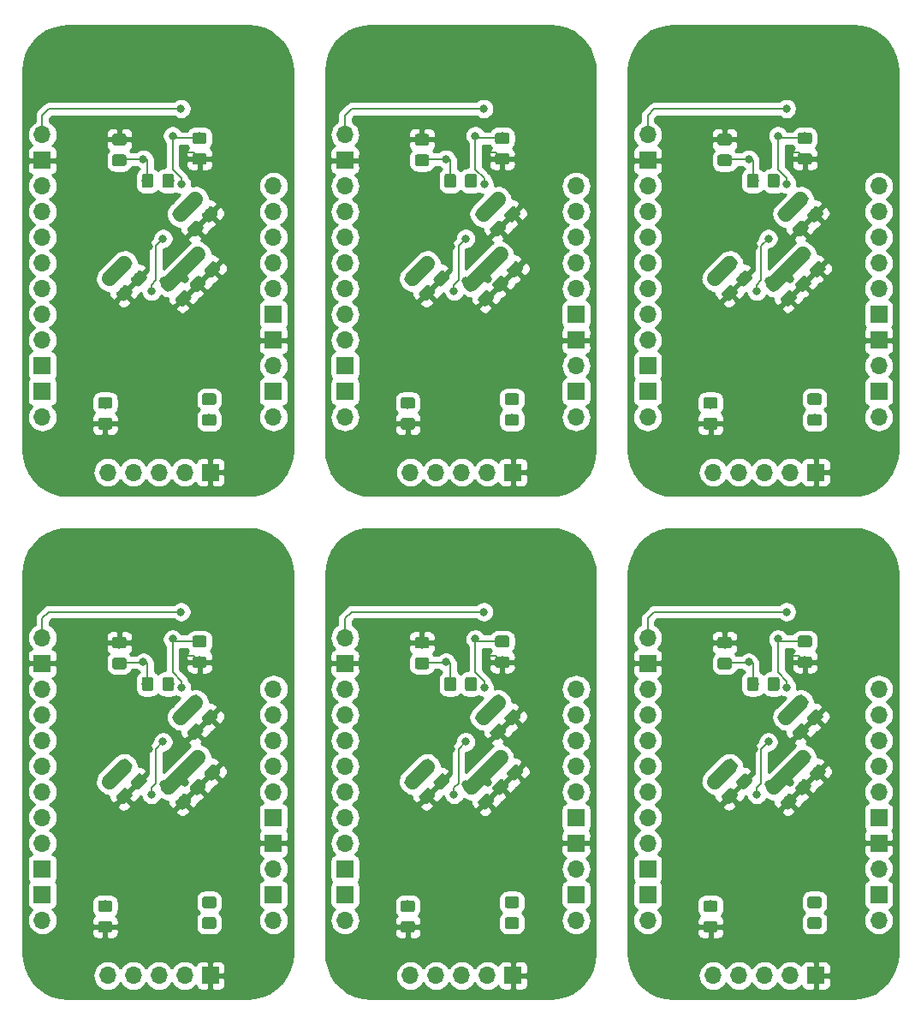
<source format=gbl>
%MOIN*%
%OFA0B0*%
%FSLAX46Y46*%
%IPPOS*%
%LPD*%
%ADD10O,0.066929133858267723X0.066929133858267723*%
%ADD11R,0.066929133858267723X0.066929133858267723*%
%ADD12C,0.0039370078740157488*%
%ADD13C,0.0452755905511811*%
%ADD14C,0.031496062992125991*%
%ADD15C,0.008*%
%ADD16C,0.060000000000000005*%
%ADD17C,0.01*%
%ADD28O,0.066929133858267723X0.066929133858267723*%
%ADD29R,0.066929133858267723X0.066929133858267723*%
%ADD30C,0.0039370078740157488*%
%ADD31C,0.0452755905511811*%
%ADD32C,0.031496062992125991*%
%ADD33C,0.008*%
%ADD34C,0.060000000000000005*%
%ADD35C,0.01*%
%ADD36O,0.066929133858267723X0.066929133858267723*%
%ADD37R,0.066929133858267723X0.066929133858267723*%
%ADD38C,0.0039370078740157488*%
%ADD39C,0.0452755905511811*%
%ADD40C,0.031496062992125991*%
%ADD41C,0.008*%
%ADD42C,0.060000000000000005*%
%ADD43C,0.01*%
%ADD44O,0.066929133858267723X0.066929133858267723*%
%ADD45R,0.066929133858267723X0.066929133858267723*%
%ADD46C,0.0039370078740157488*%
%ADD47C,0.0452755905511811*%
%ADD48C,0.031496062992125991*%
%ADD49C,0.008*%
%ADD50C,0.060000000000000005*%
%ADD51C,0.01*%
%ADD52O,0.066929133858267723X0.066929133858267723*%
%ADD53R,0.066929133858267723X0.066929133858267723*%
%ADD54C,0.0039370078740157488*%
%ADD55C,0.0452755905511811*%
%ADD56C,0.031496062992125991*%
%ADD57C,0.008*%
%ADD58C,0.060000000000000005*%
%ADD59C,0.01*%
%ADD60O,0.066929133858267723X0.066929133858267723*%
%ADD61R,0.066929133858267723X0.066929133858267723*%
%ADD62C,0.0039370078740157488*%
%ADD63C,0.0452755905511811*%
%ADD64C,0.031496062992125991*%
%ADD65C,0.008*%
%ADD66C,0.060000000000000005*%
%ADD67C,0.01*%
D10*
X-0004900000Y0006080000D02*
X0001000000Y0000330000D03*
D11*
X0001000000Y0000430000D03*
D10*
X0000355000Y0000115000D03*
X0000455000Y0000115000D03*
X0000554999Y0000115000D03*
X0000655000Y0000115000D03*
D11*
X0000755000Y0000115000D03*
D10*
X0000100000Y0001430000D03*
D11*
X0000100000Y0001329999D03*
D10*
X0001000000Y0000530000D03*
D11*
X0001000000Y0000630000D03*
D10*
X0001000000Y0001230000D03*
X0001000000Y0001130000D03*
X0001000000Y0001030000D03*
X0001000000Y0000930000D03*
X0001000000Y0000830000D03*
D11*
X0001000000Y0000730000D03*
D10*
X0000100000Y0000330000D03*
D11*
X0000100000Y0000430000D03*
D10*
X0000100000Y0001230000D03*
X0000100000Y0001130000D03*
X0000100000Y0001030000D03*
X0000100000Y0000930000D03*
X0000100000Y0000830000D03*
X0000100000Y0000730000D03*
X0000100000Y0000630000D03*
D11*
X0000100000Y0000530000D03*
D12*
G36*
X0000363681Y0000326881D02*
G01*
X0000364636Y0000326740D01*
X0000365573Y0000326505D01*
X0000366483Y0000326179D01*
X0000367356Y0000325766D01*
X0000368184Y0000325270D01*
X0000368960Y0000324695D01*
X0000369676Y0000324046D01*
X0000370324Y0000323330D01*
X0000370900Y0000322554D01*
X0000371396Y0000321726D01*
X0000371809Y0000320853D01*
X0000372135Y0000319943D01*
X0000372369Y0000319006D01*
X0000372511Y0000318051D01*
X0000372559Y0000317086D01*
X0000372559Y0000291496D01*
X0000372511Y0000290531D01*
X0000372369Y0000289575D01*
X0000372135Y0000288638D01*
X0000371809Y0000287729D01*
X0000371396Y0000286856D01*
X0000370900Y0000286027D01*
X0000370324Y0000285252D01*
X0000369676Y0000284536D01*
X0000368960Y0000283887D01*
X0000368184Y0000283312D01*
X0000367356Y0000282815D01*
X0000366483Y0000282402D01*
X0000365573Y0000282077D01*
X0000364636Y0000281842D01*
X0000363681Y0000281700D01*
X0000362716Y0000281653D01*
X0000327283Y0000281653D01*
X0000326318Y0000281700D01*
X0000325363Y0000281842D01*
X0000324426Y0000282077D01*
X0000323516Y0000282402D01*
X0000322643Y0000282815D01*
X0000321815Y0000283312D01*
X0000321039Y0000283887D01*
X0000320323Y0000284536D01*
X0000319675Y0000285252D01*
X0000319099Y0000286027D01*
X0000318603Y0000286856D01*
X0000318190Y0000287729D01*
X0000317864Y0000288638D01*
X0000317630Y0000289575D01*
X0000317488Y0000290531D01*
X0000317440Y0000291496D01*
X0000317440Y0000317086D01*
X0000317488Y0000318051D01*
X0000317630Y0000319006D01*
X0000317864Y0000319943D01*
X0000318190Y0000320853D01*
X0000318603Y0000321726D01*
X0000319099Y0000322554D01*
X0000319675Y0000323330D01*
X0000320323Y0000324046D01*
X0000321039Y0000324695D01*
X0000321815Y0000325270D01*
X0000322643Y0000325766D01*
X0000323516Y0000326179D01*
X0000324426Y0000326505D01*
X0000325363Y0000326740D01*
X0000326318Y0000326881D01*
X0000327283Y0000326929D01*
X0000362716Y0000326929D01*
X0000363681Y0000326881D01*
X0000363681Y0000326881D01*
G37*
D13*
X0000345000Y0000304291D03*
D12*
G36*
X0000363681Y0000407590D02*
G01*
X0000364636Y0000407448D01*
X0000365573Y0000407213D01*
X0000366483Y0000406888D01*
X0000367356Y0000406475D01*
X0000368184Y0000405979D01*
X0000368960Y0000405403D01*
X0000369676Y0000404755D01*
X0000370324Y0000404039D01*
X0000370900Y0000403263D01*
X0000371396Y0000402435D01*
X0000371809Y0000401561D01*
X0000372135Y0000400652D01*
X0000372369Y0000399715D01*
X0000372511Y0000398760D01*
X0000372559Y0000397795D01*
X0000372559Y0000372204D01*
X0000372511Y0000371239D01*
X0000372369Y0000370284D01*
X0000372135Y0000369347D01*
X0000371809Y0000368438D01*
X0000371396Y0000367564D01*
X0000370900Y0000366736D01*
X0000370324Y0000365960D01*
X0000369676Y0000365245D01*
X0000368960Y0000364596D01*
X0000368184Y0000364020D01*
X0000367356Y0000363524D01*
X0000366483Y0000363111D01*
X0000365573Y0000362786D01*
X0000364636Y0000362551D01*
X0000363681Y0000362409D01*
X0000362716Y0000362362D01*
X0000327283Y0000362362D01*
X0000326318Y0000362409D01*
X0000325363Y0000362551D01*
X0000324426Y0000362786D01*
X0000323516Y0000363111D01*
X0000322643Y0000363524D01*
X0000321815Y0000364020D01*
X0000321039Y0000364596D01*
X0000320323Y0000365245D01*
X0000319675Y0000365960D01*
X0000319099Y0000366736D01*
X0000318603Y0000367564D01*
X0000318190Y0000368438D01*
X0000317864Y0000369347D01*
X0000317630Y0000370284D01*
X0000317488Y0000371239D01*
X0000317440Y0000372204D01*
X0000317440Y0000397795D01*
X0000317488Y0000398760D01*
X0000317630Y0000399715D01*
X0000317864Y0000400652D01*
X0000318190Y0000401561D01*
X0000318603Y0000402435D01*
X0000319099Y0000403263D01*
X0000319675Y0000404039D01*
X0000320323Y0000404755D01*
X0000321039Y0000405403D01*
X0000321815Y0000405979D01*
X0000322643Y0000406475D01*
X0000323516Y0000406888D01*
X0000324426Y0000407213D01*
X0000325363Y0000407448D01*
X0000326318Y0000407590D01*
X0000327283Y0000407637D01*
X0000362716Y0000407637D01*
X0000363681Y0000407590D01*
X0000363681Y0000407590D01*
G37*
D13*
X0000345000Y0000385000D03*
D12*
G36*
X0000768681Y0000422590D02*
G01*
X0000769636Y0000422448D01*
X0000770573Y0000422213D01*
X0000771483Y0000421888D01*
X0000772356Y0000421475D01*
X0000773184Y0000420979D01*
X0000773960Y0000420403D01*
X0000774676Y0000419755D01*
X0000775324Y0000419039D01*
X0000775900Y0000418263D01*
X0000776396Y0000417435D01*
X0000776809Y0000416561D01*
X0000777135Y0000415652D01*
X0000777369Y0000414715D01*
X0000777511Y0000413760D01*
X0000777559Y0000412795D01*
X0000777559Y0000387204D01*
X0000777511Y0000386239D01*
X0000777369Y0000385284D01*
X0000777135Y0000384347D01*
X0000776809Y0000383438D01*
X0000776396Y0000382564D01*
X0000775900Y0000381736D01*
X0000775324Y0000380960D01*
X0000774676Y0000380245D01*
X0000773960Y0000379596D01*
X0000773184Y0000379020D01*
X0000772356Y0000378524D01*
X0000771483Y0000378111D01*
X0000770573Y0000377786D01*
X0000769636Y0000377551D01*
X0000768681Y0000377409D01*
X0000767716Y0000377362D01*
X0000732283Y0000377362D01*
X0000731318Y0000377409D01*
X0000730363Y0000377551D01*
X0000729426Y0000377786D01*
X0000728516Y0000378111D01*
X0000727643Y0000378524D01*
X0000726815Y0000379020D01*
X0000726039Y0000379596D01*
X0000725323Y0000380245D01*
X0000724675Y0000380960D01*
X0000724099Y0000381736D01*
X0000723603Y0000382564D01*
X0000723190Y0000383438D01*
X0000722864Y0000384347D01*
X0000722630Y0000385284D01*
X0000722488Y0000386239D01*
X0000722440Y0000387204D01*
X0000722440Y0000412795D01*
X0000722488Y0000413760D01*
X0000722630Y0000414715D01*
X0000722864Y0000415652D01*
X0000723190Y0000416561D01*
X0000723603Y0000417435D01*
X0000724099Y0000418263D01*
X0000724675Y0000419039D01*
X0000725323Y0000419755D01*
X0000726039Y0000420403D01*
X0000726815Y0000420979D01*
X0000727643Y0000421475D01*
X0000728516Y0000421888D01*
X0000729426Y0000422213D01*
X0000730363Y0000422448D01*
X0000731318Y0000422590D01*
X0000732283Y0000422637D01*
X0000767716Y0000422637D01*
X0000768681Y0000422590D01*
X0000768681Y0000422590D01*
G37*
D13*
X0000749999Y0000400000D03*
D12*
G36*
X0000768681Y0000341881D02*
G01*
X0000769636Y0000341740D01*
X0000770573Y0000341505D01*
X0000771483Y0000341179D01*
X0000772356Y0000340766D01*
X0000773184Y0000340270D01*
X0000773960Y0000339695D01*
X0000774676Y0000339046D01*
X0000775324Y0000338330D01*
X0000775900Y0000337554D01*
X0000776396Y0000336726D01*
X0000776809Y0000335853D01*
X0000777135Y0000334943D01*
X0000777369Y0000334006D01*
X0000777511Y0000333051D01*
X0000777559Y0000332086D01*
X0000777559Y0000306496D01*
X0000777511Y0000305531D01*
X0000777369Y0000304575D01*
X0000777135Y0000303638D01*
X0000776809Y0000302729D01*
X0000776396Y0000301856D01*
X0000775900Y0000301027D01*
X0000775324Y0000300252D01*
X0000774676Y0000299536D01*
X0000773960Y0000298887D01*
X0000773184Y0000298312D01*
X0000772356Y0000297815D01*
X0000771483Y0000297402D01*
X0000770573Y0000297077D01*
X0000769636Y0000296842D01*
X0000768681Y0000296700D01*
X0000767716Y0000296653D01*
X0000732283Y0000296653D01*
X0000731318Y0000296700D01*
X0000730363Y0000296842D01*
X0000729426Y0000297077D01*
X0000728516Y0000297402D01*
X0000727643Y0000297815D01*
X0000726815Y0000298312D01*
X0000726039Y0000298887D01*
X0000725323Y0000299536D01*
X0000724675Y0000300252D01*
X0000724099Y0000301027D01*
X0000723603Y0000301856D01*
X0000723190Y0000302729D01*
X0000722864Y0000303638D01*
X0000722630Y0000304575D01*
X0000722488Y0000305531D01*
X0000722440Y0000306496D01*
X0000722440Y0000332086D01*
X0000722488Y0000333051D01*
X0000722630Y0000334006D01*
X0000722864Y0000334943D01*
X0000723190Y0000335853D01*
X0000723603Y0000336726D01*
X0000724099Y0000337554D01*
X0000724675Y0000338330D01*
X0000725323Y0000339046D01*
X0000726039Y0000339695D01*
X0000726815Y0000340270D01*
X0000727643Y0000340766D01*
X0000728516Y0000341179D01*
X0000729426Y0000341505D01*
X0000730363Y0000341740D01*
X0000731318Y0000341881D01*
X0000732283Y0000341929D01*
X0000767716Y0000341929D01*
X0000768681Y0000341881D01*
X0000768681Y0000341881D01*
G37*
D13*
X0000749999Y0000319291D03*
D12*
G36*
X0000523760Y0001277511D02*
G01*
X0000524715Y0001277369D01*
X0000525652Y0001277135D01*
X0000526561Y0001276809D01*
X0000527435Y0001276396D01*
X0000528263Y0001275900D01*
X0000529039Y0001275324D01*
X0000529754Y0001274676D01*
X0000530403Y0001273960D01*
X0000530979Y0001273184D01*
X0000531475Y0001272356D01*
X0000531888Y0001271483D01*
X0000532213Y0001270573D01*
X0000532448Y0001269636D01*
X0000532590Y0001268681D01*
X0000532637Y0001267716D01*
X0000532637Y0001232283D01*
X0000532590Y0001231318D01*
X0000532448Y0001230363D01*
X0000532213Y0001229426D01*
X0000531888Y0001228516D01*
X0000531475Y0001227643D01*
X0000530979Y0001226815D01*
X0000530403Y0001226039D01*
X0000529754Y0001225323D01*
X0000529039Y0001224675D01*
X0000528263Y0001224099D01*
X0000527435Y0001223603D01*
X0000526561Y0001223190D01*
X0000525652Y0001222864D01*
X0000524715Y0001222630D01*
X0000523760Y0001222488D01*
X0000522795Y0001222440D01*
X0000497204Y0001222440D01*
X0000496239Y0001222488D01*
X0000495284Y0001222630D01*
X0000494347Y0001222864D01*
X0000493438Y0001223190D01*
X0000492564Y0001223603D01*
X0000491736Y0001224099D01*
X0000490960Y0001224675D01*
X0000490245Y0001225323D01*
X0000489596Y0001226039D01*
X0000489020Y0001226815D01*
X0000488524Y0001227643D01*
X0000488111Y0001228516D01*
X0000487785Y0001229426D01*
X0000487551Y0001230363D01*
X0000487409Y0001231318D01*
X0000487362Y0001232283D01*
X0000487362Y0001267716D01*
X0000487409Y0001268681D01*
X0000487551Y0001269636D01*
X0000487785Y0001270573D01*
X0000488111Y0001271483D01*
X0000488524Y0001272356D01*
X0000489020Y0001273184D01*
X0000489596Y0001273960D01*
X0000490245Y0001274676D01*
X0000490960Y0001275324D01*
X0000491736Y0001275900D01*
X0000492564Y0001276396D01*
X0000493438Y0001276809D01*
X0000494347Y0001277135D01*
X0000495284Y0001277369D01*
X0000496239Y0001277511D01*
X0000497204Y0001277559D01*
X0000522795Y0001277559D01*
X0000523760Y0001277511D01*
X0000523760Y0001277511D01*
G37*
D13*
X0000509999Y0001250000D03*
D12*
G36*
X0000604468Y0001277511D02*
G01*
X0000605424Y0001277369D01*
X0000606361Y0001277135D01*
X0000607270Y0001276809D01*
X0000608143Y0001276396D01*
X0000608972Y0001275900D01*
X0000609747Y0001275324D01*
X0000610463Y0001274676D01*
X0000611112Y0001273960D01*
X0000611687Y0001273184D01*
X0000612184Y0001272356D01*
X0000612597Y0001271483D01*
X0000612922Y0001270573D01*
X0000613157Y0001269636D01*
X0000613299Y0001268681D01*
X0000613346Y0001267716D01*
X0000613346Y0001232283D01*
X0000613299Y0001231318D01*
X0000613157Y0001230363D01*
X0000612922Y0001229426D01*
X0000612597Y0001228516D01*
X0000612184Y0001227643D01*
X0000611687Y0001226815D01*
X0000611112Y0001226039D01*
X0000610463Y0001225323D01*
X0000609747Y0001224675D01*
X0000608972Y0001224099D01*
X0000608143Y0001223603D01*
X0000607270Y0001223190D01*
X0000606361Y0001222864D01*
X0000605424Y0001222630D01*
X0000604468Y0001222488D01*
X0000603503Y0001222440D01*
X0000577913Y0001222440D01*
X0000576948Y0001222488D01*
X0000575993Y0001222630D01*
X0000575056Y0001222864D01*
X0000574146Y0001223190D01*
X0000573273Y0001223603D01*
X0000572445Y0001224099D01*
X0000571669Y0001224675D01*
X0000570953Y0001225323D01*
X0000570305Y0001226039D01*
X0000569729Y0001226815D01*
X0000569233Y0001227643D01*
X0000568820Y0001228516D01*
X0000568494Y0001229426D01*
X0000568259Y0001230363D01*
X0000568118Y0001231318D01*
X0000568070Y0001232283D01*
X0000568070Y0001267716D01*
X0000568118Y0001268681D01*
X0000568259Y0001269636D01*
X0000568494Y0001270573D01*
X0000568820Y0001271483D01*
X0000569233Y0001272356D01*
X0000569729Y0001273184D01*
X0000570305Y0001273960D01*
X0000570953Y0001274676D01*
X0000571669Y0001275324D01*
X0000572445Y0001275900D01*
X0000573273Y0001276396D01*
X0000574146Y0001276809D01*
X0000575056Y0001277135D01*
X0000575993Y0001277369D01*
X0000576948Y0001277511D01*
X0000577913Y0001277559D01*
X0000603503Y0001277559D01*
X0000604468Y0001277511D01*
X0000604468Y0001277511D01*
G37*
D13*
X0000590708Y0001250000D03*
D12*
G36*
X0000710198Y0000880230D02*
G01*
X0000711153Y0000880088D01*
X0000712090Y0000879854D01*
X0000713000Y0000879528D01*
X0000713873Y0000879115D01*
X0000714701Y0000878619D01*
X0000715477Y0000878043D01*
X0000716193Y0000877395D01*
X0000734288Y0000859299D01*
X0000734937Y0000858584D01*
X0000735512Y0000857808D01*
X0000736009Y0000856979D01*
X0000736422Y0000856106D01*
X0000736747Y0000855197D01*
X0000736982Y0000854260D01*
X0000737124Y0000853304D01*
X0000737171Y0000852340D01*
X0000737124Y0000851375D01*
X0000736982Y0000850420D01*
X0000736747Y0000849483D01*
X0000736422Y0000848573D01*
X0000736009Y0000847700D01*
X0000735512Y0000846872D01*
X0000734937Y0000846096D01*
X0000734288Y0000845380D01*
X0000709233Y0000820325D01*
X0000708517Y0000819676D01*
X0000707742Y0000819101D01*
X0000706913Y0000818604D01*
X0000706040Y0000818191D01*
X0000705131Y0000817866D01*
X0000704194Y0000817631D01*
X0000703238Y0000817490D01*
X0000702273Y0000817442D01*
X0000701309Y0000817490D01*
X0000700353Y0000817631D01*
X0000699416Y0000817866D01*
X0000698507Y0000818191D01*
X0000697634Y0000818604D01*
X0000696805Y0000819101D01*
X0000696029Y0000819676D01*
X0000695314Y0000820325D01*
X0000677218Y0000838420D01*
X0000676570Y0000839136D01*
X0000675994Y0000839912D01*
X0000675498Y0000840740D01*
X0000675085Y0000841614D01*
X0000674759Y0000842523D01*
X0000674525Y0000843460D01*
X0000674383Y0000844415D01*
X0000674336Y0000845380D01*
X0000674383Y0000846345D01*
X0000674525Y0000847300D01*
X0000674759Y0000848237D01*
X0000675085Y0000849147D01*
X0000675498Y0000850020D01*
X0000675994Y0000850848D01*
X0000676570Y0000851624D01*
X0000677218Y0000852340D01*
X0000702273Y0000877395D01*
X0000702989Y0000878043D01*
X0000703765Y0000878619D01*
X0000704593Y0000879115D01*
X0000705467Y0000879528D01*
X0000706376Y0000879854D01*
X0000707313Y0000880088D01*
X0000708268Y0000880230D01*
X0000709233Y0000880278D01*
X0000710198Y0000880230D01*
X0000710198Y0000880230D01*
G37*
D13*
X0000705753Y0000848860D03*
D12*
G36*
X0000653128Y0000937300D02*
G01*
X0000654084Y0000937158D01*
X0000655021Y0000936923D01*
X0000655930Y0000936598D01*
X0000656803Y0000936185D01*
X0000657632Y0000935688D01*
X0000658407Y0000935113D01*
X0000659123Y0000934464D01*
X0000677219Y0000916369D01*
X0000677867Y0000915653D01*
X0000678443Y0000914878D01*
X0000678939Y0000914049D01*
X0000679352Y0000913176D01*
X0000679677Y0000912266D01*
X0000679912Y0000911330D01*
X0000680054Y0000910374D01*
X0000680101Y0000909409D01*
X0000680054Y0000908445D01*
X0000679912Y0000907489D01*
X0000679677Y0000906552D01*
X0000679352Y0000905643D01*
X0000678939Y0000904770D01*
X0000678443Y0000903941D01*
X0000677867Y0000903165D01*
X0000677219Y0000902450D01*
X0000652164Y0000877395D01*
X0000651448Y0000876746D01*
X0000650672Y0000876171D01*
X0000649844Y0000875674D01*
X0000648970Y0000875261D01*
X0000648061Y0000874936D01*
X0000647124Y0000874701D01*
X0000646169Y0000874559D01*
X0000645204Y0000874512D01*
X0000644239Y0000874559D01*
X0000643284Y0000874701D01*
X0000642347Y0000874936D01*
X0000641437Y0000875261D01*
X0000640564Y0000875674D01*
X0000639736Y0000876171D01*
X0000638960Y0000876746D01*
X0000638244Y0000877395D01*
X0000620149Y0000895490D01*
X0000619500Y0000896206D01*
X0000618925Y0000896981D01*
X0000618428Y0000897810D01*
X0000618015Y0000898683D01*
X0000617690Y0000899593D01*
X0000617455Y0000900530D01*
X0000617313Y0000901485D01*
X0000617266Y0000902450D01*
X0000617313Y0000903414D01*
X0000617455Y0000904370D01*
X0000617690Y0000905307D01*
X0000618015Y0000906216D01*
X0000618428Y0000907089D01*
X0000618925Y0000907918D01*
X0000619500Y0000908694D01*
X0000620149Y0000909409D01*
X0000645204Y0000934464D01*
X0000645920Y0000935113D01*
X0000646695Y0000935688D01*
X0000647524Y0000936185D01*
X0000648397Y0000936598D01*
X0000649306Y0000936923D01*
X0000650243Y0000937158D01*
X0000651199Y0000937300D01*
X0000652164Y0000937347D01*
X0000653128Y0000937300D01*
X0000653128Y0000937300D01*
G37*
D13*
X0000648684Y0000905930D03*
D12*
G36*
X0000766766Y0000936799D02*
G01*
X0000767722Y0000936657D01*
X0000768659Y0000936422D01*
X0000769568Y0000936097D01*
X0000770441Y0000935684D01*
X0000771270Y0000935187D01*
X0000772046Y0000934612D01*
X0000772761Y0000933963D01*
X0000790857Y0000915868D01*
X0000791505Y0000915152D01*
X0000792081Y0000914376D01*
X0000792577Y0000913548D01*
X0000792990Y0000912675D01*
X0000793316Y0000911765D01*
X0000793550Y0000910828D01*
X0000793692Y0000909873D01*
X0000793739Y0000908908D01*
X0000793692Y0000907944D01*
X0000793550Y0000906988D01*
X0000793316Y0000906051D01*
X0000792990Y0000905142D01*
X0000792577Y0000904269D01*
X0000792081Y0000903440D01*
X0000791505Y0000902664D01*
X0000790857Y0000901949D01*
X0000765802Y0000876894D01*
X0000765086Y0000876245D01*
X0000764310Y0000875670D01*
X0000763482Y0000875173D01*
X0000762608Y0000874760D01*
X0000761699Y0000874435D01*
X0000760762Y0000874200D01*
X0000759807Y0000874058D01*
X0000758842Y0000874011D01*
X0000757877Y0000874058D01*
X0000756922Y0000874200D01*
X0000755985Y0000874435D01*
X0000755075Y0000874760D01*
X0000754202Y0000875173D01*
X0000753374Y0000875670D01*
X0000752598Y0000876245D01*
X0000751882Y0000876894D01*
X0000733787Y0000894989D01*
X0000733138Y0000895705D01*
X0000732563Y0000896480D01*
X0000732066Y0000897309D01*
X0000731653Y0000898182D01*
X0000731328Y0000899091D01*
X0000731093Y0000900028D01*
X0000730952Y0000900984D01*
X0000730904Y0000901949D01*
X0000730952Y0000902913D01*
X0000731093Y0000903869D01*
X0000731328Y0000904806D01*
X0000731653Y0000905715D01*
X0000732066Y0000906588D01*
X0000732563Y0000907417D01*
X0000733138Y0000908193D01*
X0000733787Y0000908908D01*
X0000758842Y0000933963D01*
X0000759558Y0000934612D01*
X0000760333Y0000935187D01*
X0000761162Y0000935684D01*
X0000762035Y0000936097D01*
X0000762945Y0000936422D01*
X0000763882Y0000936657D01*
X0000764837Y0000936799D01*
X0000765802Y0000936846D01*
X0000766766Y0000936799D01*
X0000766766Y0000936799D01*
G37*
D13*
X0000762322Y0000905428D03*
D12*
G36*
X0000709697Y0000993868D02*
G01*
X0000710652Y0000993727D01*
X0000711589Y0000993492D01*
X0000712499Y0000993166D01*
X0000713372Y0000992753D01*
X0000714200Y0000992257D01*
X0000714976Y0000991682D01*
X0000715692Y0000991033D01*
X0000733787Y0000972938D01*
X0000734436Y0000972222D01*
X0000735011Y0000971446D01*
X0000735508Y0000970618D01*
X0000735921Y0000969744D01*
X0000736246Y0000968835D01*
X0000736481Y0000967898D01*
X0000736622Y0000966943D01*
X0000736670Y0000965978D01*
X0000736622Y0000965013D01*
X0000736481Y0000964058D01*
X0000736246Y0000963121D01*
X0000735921Y0000962211D01*
X0000735508Y0000961338D01*
X0000735011Y0000960510D01*
X0000734436Y0000959734D01*
X0000733787Y0000959018D01*
X0000708732Y0000933963D01*
X0000708016Y0000933315D01*
X0000707241Y0000932739D01*
X0000706412Y0000932243D01*
X0000705539Y0000931830D01*
X0000704630Y0000931504D01*
X0000703692Y0000931270D01*
X0000702737Y0000931128D01*
X0000701772Y0000931080D01*
X0000700808Y0000931128D01*
X0000699852Y0000931270D01*
X0000698915Y0000931504D01*
X0000698006Y0000931830D01*
X0000697133Y0000932243D01*
X0000696304Y0000932739D01*
X0000695528Y0000933315D01*
X0000694813Y0000933963D01*
X0000676717Y0000952059D01*
X0000676069Y0000952774D01*
X0000675493Y0000953550D01*
X0000674997Y0000954378D01*
X0000674584Y0000955252D01*
X0000674258Y0000956161D01*
X0000674024Y0000957098D01*
X0000673882Y0000958053D01*
X0000673835Y0000959018D01*
X0000673882Y0000959983D01*
X0000674024Y0000960938D01*
X0000674258Y0000961875D01*
X0000674584Y0000962785D01*
X0000674997Y0000963658D01*
X0000675493Y0000964486D01*
X0000676069Y0000965262D01*
X0000676717Y0000965978D01*
X0000701772Y0000991033D01*
X0000702488Y0000991682D01*
X0000703264Y0000992257D01*
X0000704092Y0000992753D01*
X0000704966Y0000993166D01*
X0000705875Y0000993492D01*
X0000706812Y0000993727D01*
X0000707767Y0000993868D01*
X0000708732Y0000993916D01*
X0000709697Y0000993868D01*
X0000709697Y0000993868D01*
G37*
D13*
X0000705252Y0000962498D03*
D12*
G36*
X0000653629Y0000823662D02*
G01*
X0000654585Y0000823520D01*
X0000655522Y0000823285D01*
X0000656431Y0000822960D01*
X0000657304Y0000822547D01*
X0000658133Y0000822050D01*
X0000658909Y0000821475D01*
X0000659624Y0000820826D01*
X0000677720Y0000802731D01*
X0000678368Y0000802015D01*
X0000678944Y0000801239D01*
X0000679440Y0000800411D01*
X0000679853Y0000799538D01*
X0000680179Y0000798628D01*
X0000680413Y0000797691D01*
X0000680555Y0000796736D01*
X0000680602Y0000795771D01*
X0000680555Y0000794806D01*
X0000680413Y0000793851D01*
X0000680179Y0000792914D01*
X0000679853Y0000792005D01*
X0000679440Y0000791131D01*
X0000678944Y0000790303D01*
X0000678368Y0000789527D01*
X0000677720Y0000788812D01*
X0000652665Y0000763757D01*
X0000651949Y0000763108D01*
X0000651173Y0000762532D01*
X0000650345Y0000762036D01*
X0000649471Y0000761623D01*
X0000648562Y0000761298D01*
X0000647625Y0000761063D01*
X0000646670Y0000760921D01*
X0000645705Y0000760874D01*
X0000644740Y0000760921D01*
X0000643785Y0000761063D01*
X0000642848Y0000761298D01*
X0000641938Y0000761623D01*
X0000641065Y0000762036D01*
X0000640237Y0000762532D01*
X0000639461Y0000763108D01*
X0000638745Y0000763757D01*
X0000620650Y0000781852D01*
X0000620001Y0000782567D01*
X0000619426Y0000783343D01*
X0000618929Y0000784172D01*
X0000618516Y0000785045D01*
X0000618191Y0000785954D01*
X0000617956Y0000786891D01*
X0000617815Y0000787847D01*
X0000617767Y0000788812D01*
X0000617815Y0000789776D01*
X0000617956Y0000790732D01*
X0000618191Y0000791669D01*
X0000618516Y0000792578D01*
X0000618929Y0000793451D01*
X0000619426Y0000794280D01*
X0000620001Y0000795056D01*
X0000620650Y0000795771D01*
X0000645705Y0000820826D01*
X0000646421Y0000821475D01*
X0000647196Y0000822050D01*
X0000648025Y0000822547D01*
X0000648898Y0000822960D01*
X0000649807Y0000823285D01*
X0000650744Y0000823520D01*
X0000651700Y0000823662D01*
X0000652665Y0000823709D01*
X0000653629Y0000823662D01*
X0000653629Y0000823662D01*
G37*
D13*
X0000649185Y0000792291D03*
D12*
G36*
X0000596560Y0000880731D02*
G01*
X0000597515Y0000880589D01*
X0000598452Y0000880355D01*
X0000599362Y0000880029D01*
X0000600235Y0000879616D01*
X0000601063Y0000879120D01*
X0000601839Y0000878544D01*
X0000602555Y0000877896D01*
X0000620650Y0000859800D01*
X0000621299Y0000859085D01*
X0000621874Y0000858309D01*
X0000622371Y0000857481D01*
X0000622784Y0000856607D01*
X0000623109Y0000855698D01*
X0000623344Y0000854761D01*
X0000623485Y0000853806D01*
X0000623533Y0000852841D01*
X0000623485Y0000851876D01*
X0000623344Y0000850921D01*
X0000623109Y0000849984D01*
X0000622784Y0000849074D01*
X0000622371Y0000848201D01*
X0000621874Y0000847373D01*
X0000621299Y0000846597D01*
X0000620650Y0000845881D01*
X0000595595Y0000820826D01*
X0000594879Y0000820177D01*
X0000594103Y0000819602D01*
X0000593275Y0000819106D01*
X0000592402Y0000818693D01*
X0000591492Y0000818367D01*
X0000590555Y0000818132D01*
X0000589600Y0000817991D01*
X0000588635Y0000817943D01*
X0000587671Y0000817991D01*
X0000586715Y0000818132D01*
X0000585778Y0000818367D01*
X0000584869Y0000818693D01*
X0000583996Y0000819106D01*
X0000583167Y0000819602D01*
X0000582391Y0000820177D01*
X0000581676Y0000820826D01*
X0000563580Y0000838921D01*
X0000562932Y0000839637D01*
X0000562356Y0000840413D01*
X0000561860Y0000841241D01*
X0000561447Y0000842115D01*
X0000561121Y0000843024D01*
X0000560887Y0000843961D01*
X0000560745Y0000844916D01*
X0000560697Y0000845881D01*
X0000560745Y0000846846D01*
X0000560887Y0000847801D01*
X0000561121Y0000848738D01*
X0000561447Y0000849648D01*
X0000561860Y0000850521D01*
X0000562356Y0000851349D01*
X0000562932Y0000852125D01*
X0000563580Y0000852841D01*
X0000588635Y0000877896D01*
X0000589351Y0000878544D01*
X0000590127Y0000879120D01*
X0000590955Y0000879616D01*
X0000591828Y0000880029D01*
X0000592738Y0000880355D01*
X0000593675Y0000880589D01*
X0000594630Y0000880731D01*
X0000595595Y0000880779D01*
X0000596560Y0000880731D01*
X0000596560Y0000880731D01*
G37*
D13*
X0000592115Y0000849361D03*
D12*
G36*
X0000700479Y0001095335D02*
G01*
X0000701434Y0001095193D01*
X0000702371Y0001094959D01*
X0000703281Y0001094633D01*
X0000704154Y0001094220D01*
X0000704982Y0001093724D01*
X0000705758Y0001093148D01*
X0000706474Y0001092500D01*
X0000724569Y0001074404D01*
X0000725218Y0001073689D01*
X0000725793Y0001072913D01*
X0000726290Y0001072084D01*
X0000726703Y0001071211D01*
X0000727028Y0001070302D01*
X0000727263Y0001069365D01*
X0000727405Y0001068409D01*
X0000727452Y0001067445D01*
X0000727405Y0001066480D01*
X0000727263Y0001065524D01*
X0000727028Y0001064587D01*
X0000726703Y0001063678D01*
X0000726290Y0001062805D01*
X0000725793Y0001061976D01*
X0000725218Y0001061201D01*
X0000724569Y0001060485D01*
X0000699514Y0001035430D01*
X0000698798Y0001034781D01*
X0000698023Y0001034206D01*
X0000697194Y0001033709D01*
X0000696321Y0001033296D01*
X0000695412Y0001032971D01*
X0000694475Y0001032736D01*
X0000693519Y0001032594D01*
X0000692554Y0001032547D01*
X0000691590Y0001032594D01*
X0000690634Y0001032736D01*
X0000689697Y0001032971D01*
X0000688788Y0001033296D01*
X0000687915Y0001033709D01*
X0000687086Y0001034206D01*
X0000686310Y0001034781D01*
X0000685595Y0001035430D01*
X0000667499Y0001053525D01*
X0000666851Y0001054241D01*
X0000666275Y0001055017D01*
X0000665779Y0001055845D01*
X0000665366Y0001056718D01*
X0000665040Y0001057628D01*
X0000664806Y0001058565D01*
X0000664664Y0001059520D01*
X0000664617Y0001060485D01*
X0000664664Y0001061450D01*
X0000664806Y0001062405D01*
X0000665040Y0001063342D01*
X0000665366Y0001064251D01*
X0000665779Y0001065125D01*
X0000666275Y0001065953D01*
X0000666851Y0001066729D01*
X0000667499Y0001067445D01*
X0000692554Y0001092500D01*
X0000693270Y0001093148D01*
X0000694046Y0001093724D01*
X0000694874Y0001094220D01*
X0000695748Y0001094633D01*
X0000696657Y0001094959D01*
X0000697594Y0001095193D01*
X0000698549Y0001095335D01*
X0000699514Y0001095382D01*
X0000700479Y0001095335D01*
X0000700479Y0001095335D01*
G37*
D13*
X0000696034Y0001063965D03*
D12*
G36*
X0000643409Y0001152405D02*
G01*
X0000644365Y0001152263D01*
X0000645302Y0001152028D01*
X0000646211Y0001151703D01*
X0000647084Y0001151290D01*
X0000647913Y0001150793D01*
X0000648689Y0001150218D01*
X0000649404Y0001149569D01*
X0000667500Y0001131474D01*
X0000668148Y0001130758D01*
X0000668724Y0001129982D01*
X0000669220Y0001129154D01*
X0000669633Y0001128281D01*
X0000669959Y0001127371D01*
X0000670193Y0001126434D01*
X0000670335Y0001125479D01*
X0000670382Y0001124514D01*
X0000670335Y0001123549D01*
X0000670193Y0001122594D01*
X0000669959Y0001121657D01*
X0000669633Y0001120748D01*
X0000669220Y0001119874D01*
X0000668724Y0001119046D01*
X0000668148Y0001118270D01*
X0000667500Y0001117554D01*
X0000642445Y0001092499D01*
X0000641729Y0001091851D01*
X0000640953Y0001091275D01*
X0000640125Y0001090779D01*
X0000639251Y0001090366D01*
X0000638342Y0001090040D01*
X0000637405Y0001089806D01*
X0000636450Y0001089664D01*
X0000635485Y0001089617D01*
X0000634520Y0001089664D01*
X0000633565Y0001089806D01*
X0000632628Y0001090040D01*
X0000631718Y0001090366D01*
X0000630845Y0001090779D01*
X0000630017Y0001091275D01*
X0000629241Y0001091851D01*
X0000628525Y0001092499D01*
X0000610430Y0001110595D01*
X0000609781Y0001111310D01*
X0000609206Y0001112086D01*
X0000608709Y0001112915D01*
X0000608296Y0001113788D01*
X0000607971Y0001114697D01*
X0000607736Y0001115634D01*
X0000607594Y0001116590D01*
X0000607547Y0001117554D01*
X0000607594Y0001118519D01*
X0000607736Y0001119475D01*
X0000607971Y0001120412D01*
X0000608296Y0001121321D01*
X0000608709Y0001122194D01*
X0000609206Y0001123023D01*
X0000609781Y0001123798D01*
X0000610430Y0001124514D01*
X0000635485Y0001149569D01*
X0000636201Y0001150218D01*
X0000636976Y0001150793D01*
X0000637805Y0001151290D01*
X0000638678Y0001151703D01*
X0000639587Y0001152028D01*
X0000640524Y0001152263D01*
X0000641480Y0001152405D01*
X0000642445Y0001152452D01*
X0000643409Y0001152405D01*
X0000643409Y0001152405D01*
G37*
D13*
X0000638965Y0001121034D03*
D12*
G36*
X0000756944Y0001151370D02*
G01*
X0000757899Y0001151228D01*
X0000758836Y0001150993D01*
X0000759746Y0001150668D01*
X0000760619Y0001150255D01*
X0000761448Y0001149758D01*
X0000762223Y0001149183D01*
X0000762939Y0001148534D01*
X0000781034Y0001130439D01*
X0000781683Y0001129723D01*
X0000782258Y0001128948D01*
X0000782755Y0001128119D01*
X0000783168Y0001127246D01*
X0000783493Y0001126336D01*
X0000783728Y0001125400D01*
X0000783870Y0001124444D01*
X0000783917Y0001123479D01*
X0000783870Y0001122515D01*
X0000783728Y0001121559D01*
X0000783493Y0001120622D01*
X0000783168Y0001119713D01*
X0000782755Y0001118840D01*
X0000782258Y0001118011D01*
X0000781683Y0001117235D01*
X0000781034Y0001116520D01*
X0000755979Y0001091465D01*
X0000755264Y0001090816D01*
X0000754488Y0001090241D01*
X0000753659Y0001089744D01*
X0000752786Y0001089331D01*
X0000751877Y0001089006D01*
X0000750940Y0001088771D01*
X0000749984Y0001088629D01*
X0000749020Y0001088582D01*
X0000748055Y0001088629D01*
X0000747100Y0001088771D01*
X0000746163Y0001089006D01*
X0000745253Y0001089331D01*
X0000744380Y0001089744D01*
X0000743551Y0001090241D01*
X0000742776Y0001090816D01*
X0000742060Y0001091465D01*
X0000723965Y0001109560D01*
X0000723316Y0001110276D01*
X0000722741Y0001111051D01*
X0000722244Y0001111880D01*
X0000721831Y0001112753D01*
X0000721506Y0001113663D01*
X0000721271Y0001114600D01*
X0000721129Y0001115555D01*
X0000721082Y0001116520D01*
X0000721129Y0001117484D01*
X0000721271Y0001118440D01*
X0000721506Y0001119377D01*
X0000721831Y0001120286D01*
X0000722244Y0001121159D01*
X0000722741Y0001121988D01*
X0000723316Y0001122764D01*
X0000723965Y0001123479D01*
X0000749020Y0001148534D01*
X0000749735Y0001149183D01*
X0000750511Y0001149758D01*
X0000751340Y0001150255D01*
X0000752213Y0001150668D01*
X0000753122Y0001150993D01*
X0000754059Y0001151228D01*
X0000755015Y0001151370D01*
X0000755979Y0001151417D01*
X0000756944Y0001151370D01*
X0000756944Y0001151370D01*
G37*
D13*
X0000752500Y0001120000D03*
D12*
G36*
X0000699874Y0001208439D02*
G01*
X0000700830Y0001208298D01*
X0000701767Y0001208063D01*
X0000702676Y0001207738D01*
X0000703549Y0001207325D01*
X0000704378Y0001206828D01*
X0000705154Y0001206253D01*
X0000705869Y0001205604D01*
X0000723965Y0001187509D01*
X0000724613Y0001186793D01*
X0000725189Y0001186017D01*
X0000725685Y0001185189D01*
X0000726098Y0001184315D01*
X0000726424Y0001183406D01*
X0000726658Y0001182469D01*
X0000726800Y0001181514D01*
X0000726848Y0001180549D01*
X0000726800Y0001179584D01*
X0000726658Y0001178629D01*
X0000726424Y0001177692D01*
X0000726098Y0001176782D01*
X0000725685Y0001175909D01*
X0000725189Y0001175081D01*
X0000724613Y0001174305D01*
X0000723965Y0001173589D01*
X0000698910Y0001148534D01*
X0000698194Y0001147886D01*
X0000697418Y0001147310D01*
X0000696590Y0001146814D01*
X0000695717Y0001146401D01*
X0000694807Y0001146075D01*
X0000693870Y0001145841D01*
X0000692915Y0001145699D01*
X0000691950Y0001145651D01*
X0000690985Y0001145699D01*
X0000690030Y0001145841D01*
X0000689093Y0001146075D01*
X0000688184Y0001146401D01*
X0000687310Y0001146814D01*
X0000686482Y0001147310D01*
X0000685706Y0001147886D01*
X0000684990Y0001148534D01*
X0000666895Y0001166630D01*
X0000666246Y0001167345D01*
X0000665671Y0001168121D01*
X0000665174Y0001168950D01*
X0000664761Y0001169823D01*
X0000664436Y0001170732D01*
X0000664201Y0001171669D01*
X0000664060Y0001172625D01*
X0000664012Y0001173589D01*
X0000664060Y0001174554D01*
X0000664201Y0001175509D01*
X0000664436Y0001176446D01*
X0000664761Y0001177356D01*
X0000665174Y0001178229D01*
X0000665671Y0001179057D01*
X0000666246Y0001179833D01*
X0000666895Y0001180549D01*
X0000691950Y0001205604D01*
X0000692666Y0001206253D01*
X0000693442Y0001206828D01*
X0000694270Y0001207325D01*
X0000695143Y0001207738D01*
X0000696053Y0001208063D01*
X0000696990Y0001208298D01*
X0000697945Y0001208439D01*
X0000698910Y0001208487D01*
X0000699874Y0001208439D01*
X0000699874Y0001208439D01*
G37*
D13*
X0000695430Y0001177069D03*
D12*
G36*
X0000480855Y0000901631D02*
G01*
X0000481810Y0000901490D01*
X0000482747Y0000901255D01*
X0000483657Y0000900930D01*
X0000484530Y0000900517D01*
X0000485359Y0000900020D01*
X0000486134Y0000899445D01*
X0000486850Y0000898796D01*
X0000504945Y0000880701D01*
X0000505594Y0000879985D01*
X0000506169Y0000879209D01*
X0000506666Y0000878381D01*
X0000507079Y0000877508D01*
X0000507404Y0000876598D01*
X0000507639Y0000875661D01*
X0000507781Y0000874706D01*
X0000507828Y0000873741D01*
X0000507781Y0000872776D01*
X0000507639Y0000871821D01*
X0000507404Y0000870884D01*
X0000507079Y0000869974D01*
X0000506666Y0000869101D01*
X0000506169Y0000868273D01*
X0000505594Y0000867497D01*
X0000504945Y0000866781D01*
X0000479890Y0000841726D01*
X0000479175Y0000841078D01*
X0000478399Y0000840502D01*
X0000477570Y0000840006D01*
X0000476697Y0000839593D01*
X0000475788Y0000839267D01*
X0000474851Y0000839033D01*
X0000473895Y0000838891D01*
X0000472931Y0000838844D01*
X0000471966Y0000838891D01*
X0000471010Y0000839033D01*
X0000470074Y0000839267D01*
X0000469164Y0000839593D01*
X0000468291Y0000840006D01*
X0000467462Y0000840502D01*
X0000466687Y0000841078D01*
X0000465971Y0000841726D01*
X0000447876Y0000859822D01*
X0000447227Y0000860537D01*
X0000446652Y0000861313D01*
X0000446155Y0000862142D01*
X0000445742Y0000863015D01*
X0000445417Y0000863924D01*
X0000445182Y0000864861D01*
X0000445040Y0000865817D01*
X0000444993Y0000866781D01*
X0000445040Y0000867746D01*
X0000445182Y0000868701D01*
X0000445417Y0000869638D01*
X0000445742Y0000870548D01*
X0000446155Y0000871421D01*
X0000446652Y0000872250D01*
X0000447227Y0000873025D01*
X0000447876Y0000873741D01*
X0000472931Y0000898796D01*
X0000473646Y0000899445D01*
X0000474422Y0000900020D01*
X0000475251Y0000900517D01*
X0000476124Y0000900930D01*
X0000477033Y0000901255D01*
X0000477970Y0000901490D01*
X0000478926Y0000901631D01*
X0000479890Y0000901679D01*
X0000480855Y0000901631D01*
X0000480855Y0000901631D01*
G37*
D13*
X0000476410Y0000870261D03*
D12*
G36*
X0000423785Y0000958701D02*
G01*
X0000424741Y0000958559D01*
X0000425678Y0000958325D01*
X0000426587Y0000957999D01*
X0000427460Y0000957586D01*
X0000428289Y0000957090D01*
X0000429065Y0000956514D01*
X0000429780Y0000955866D01*
X0000447876Y0000937770D01*
X0000448524Y0000937055D01*
X0000449100Y0000936279D01*
X0000449596Y0000935450D01*
X0000450009Y0000934577D01*
X0000450335Y0000933668D01*
X0000450569Y0000932731D01*
X0000450711Y0000931775D01*
X0000450759Y0000930811D01*
X0000450711Y0000929846D01*
X0000450569Y0000928890D01*
X0000450335Y0000927953D01*
X0000450009Y0000927044D01*
X0000449596Y0000926171D01*
X0000449100Y0000925342D01*
X0000448524Y0000924567D01*
X0000447876Y0000923851D01*
X0000422821Y0000898796D01*
X0000422105Y0000898147D01*
X0000421329Y0000897572D01*
X0000420501Y0000897075D01*
X0000419628Y0000896662D01*
X0000418718Y0000896337D01*
X0000417781Y0000896102D01*
X0000416826Y0000895961D01*
X0000415861Y0000895913D01*
X0000414896Y0000895961D01*
X0000413941Y0000896102D01*
X0000413004Y0000896337D01*
X0000412095Y0000896662D01*
X0000411221Y0000897075D01*
X0000410393Y0000897572D01*
X0000409617Y0000898147D01*
X0000408901Y0000898796D01*
X0000390806Y0000916891D01*
X0000390157Y0000917607D01*
X0000389582Y0000918383D01*
X0000389085Y0000919211D01*
X0000388672Y0000920084D01*
X0000388347Y0000920994D01*
X0000388112Y0000921931D01*
X0000387971Y0000922886D01*
X0000387923Y0000923851D01*
X0000387971Y0000924816D01*
X0000388112Y0000925771D01*
X0000388347Y0000926708D01*
X0000388672Y0000927617D01*
X0000389085Y0000928491D01*
X0000389582Y0000929319D01*
X0000390157Y0000930095D01*
X0000390806Y0000930811D01*
X0000415861Y0000955866D01*
X0000416577Y0000956514D01*
X0000417353Y0000957090D01*
X0000418181Y0000957586D01*
X0000419054Y0000957999D01*
X0000419964Y0000958325D01*
X0000420901Y0000958559D01*
X0000421856Y0000958701D01*
X0000422821Y0000958748D01*
X0000423785Y0000958701D01*
X0000423785Y0000958701D01*
G37*
D13*
X0000419341Y0000927331D03*
D12*
G36*
X0000418681Y0001433299D02*
G01*
X0000419636Y0001433157D01*
X0000420573Y0001432922D01*
X0000421483Y0001432597D01*
X0000422356Y0001432184D01*
X0000423184Y0001431687D01*
X0000423960Y0001431112D01*
X0000424676Y0001430463D01*
X0000425324Y0001429747D01*
X0000425900Y0001428972D01*
X0000426396Y0001428143D01*
X0000426809Y0001427270D01*
X0000427135Y0001426361D01*
X0000427369Y0001425424D01*
X0000427511Y0001424468D01*
X0000427559Y0001423503D01*
X0000427559Y0001397913D01*
X0000427511Y0001396948D01*
X0000427369Y0001395993D01*
X0000427135Y0001395056D01*
X0000426809Y0001394146D01*
X0000426396Y0001393273D01*
X0000425900Y0001392445D01*
X0000425324Y0001391669D01*
X0000424676Y0001390953D01*
X0000423960Y0001390305D01*
X0000423184Y0001389729D01*
X0000422356Y0001389233D01*
X0000421483Y0001388820D01*
X0000420573Y0001388494D01*
X0000419636Y0001388260D01*
X0000418681Y0001388118D01*
X0000417716Y0001388070D01*
X0000382283Y0001388070D01*
X0000381318Y0001388118D01*
X0000380363Y0001388260D01*
X0000379426Y0001388494D01*
X0000378516Y0001388820D01*
X0000377643Y0001389233D01*
X0000376815Y0001389729D01*
X0000376039Y0001390305D01*
X0000375323Y0001390953D01*
X0000374675Y0001391669D01*
X0000374099Y0001392445D01*
X0000373603Y0001393273D01*
X0000373190Y0001394146D01*
X0000372864Y0001395056D01*
X0000372630Y0001395993D01*
X0000372488Y0001396948D01*
X0000372440Y0001397913D01*
X0000372440Y0001423503D01*
X0000372488Y0001424468D01*
X0000372630Y0001425424D01*
X0000372864Y0001426361D01*
X0000373190Y0001427270D01*
X0000373603Y0001428143D01*
X0000374099Y0001428972D01*
X0000374675Y0001429747D01*
X0000375323Y0001430463D01*
X0000376039Y0001431112D01*
X0000376815Y0001431687D01*
X0000377643Y0001432184D01*
X0000378516Y0001432597D01*
X0000379426Y0001432922D01*
X0000380363Y0001433157D01*
X0000381318Y0001433299D01*
X0000382283Y0001433346D01*
X0000417716Y0001433346D01*
X0000418681Y0001433299D01*
X0000418681Y0001433299D01*
G37*
D13*
X0000400000Y0001410708D03*
D12*
G36*
X0000418681Y0001352590D02*
G01*
X0000419636Y0001352448D01*
X0000420573Y0001352213D01*
X0000421483Y0001351888D01*
X0000422356Y0001351475D01*
X0000423184Y0001350979D01*
X0000423960Y0001350403D01*
X0000424676Y0001349755D01*
X0000425324Y0001349039D01*
X0000425900Y0001348263D01*
X0000426396Y0001347435D01*
X0000426809Y0001346561D01*
X0000427135Y0001345652D01*
X0000427369Y0001344715D01*
X0000427511Y0001343760D01*
X0000427559Y0001342795D01*
X0000427559Y0001317204D01*
X0000427511Y0001316239D01*
X0000427369Y0001315284D01*
X0000427135Y0001314347D01*
X0000426809Y0001313438D01*
X0000426396Y0001312564D01*
X0000425900Y0001311736D01*
X0000425324Y0001310960D01*
X0000424676Y0001310245D01*
X0000423960Y0001309596D01*
X0000423184Y0001309020D01*
X0000422356Y0001308524D01*
X0000421483Y0001308111D01*
X0000420573Y0001307786D01*
X0000419636Y0001307551D01*
X0000418681Y0001307409D01*
X0000417716Y0001307362D01*
X0000382283Y0001307362D01*
X0000381318Y0001307409D01*
X0000380363Y0001307551D01*
X0000379426Y0001307786D01*
X0000378516Y0001308111D01*
X0000377643Y0001308524D01*
X0000376815Y0001309020D01*
X0000376039Y0001309596D01*
X0000375323Y0001310245D01*
X0000374675Y0001310960D01*
X0000374099Y0001311736D01*
X0000373603Y0001312564D01*
X0000373190Y0001313438D01*
X0000372864Y0001314347D01*
X0000372630Y0001315284D01*
X0000372488Y0001316239D01*
X0000372440Y0001317204D01*
X0000372440Y0001342795D01*
X0000372488Y0001343760D01*
X0000372630Y0001344715D01*
X0000372864Y0001345652D01*
X0000373190Y0001346561D01*
X0000373603Y0001347435D01*
X0000374099Y0001348263D01*
X0000374675Y0001349039D01*
X0000375323Y0001349755D01*
X0000376039Y0001350403D01*
X0000376815Y0001350979D01*
X0000377643Y0001351475D01*
X0000378516Y0001351888D01*
X0000379426Y0001352213D01*
X0000380363Y0001352448D01*
X0000381318Y0001352590D01*
X0000382283Y0001352637D01*
X0000417716Y0001352637D01*
X0000418681Y0001352590D01*
X0000418681Y0001352590D01*
G37*
D13*
X0000400000Y0001329999D03*
D12*
G36*
X0000731181Y0001357590D02*
G01*
X0000732136Y0001357448D01*
X0000733073Y0001357213D01*
X0000733983Y0001356888D01*
X0000734856Y0001356475D01*
X0000735684Y0001355979D01*
X0000736460Y0001355403D01*
X0000737176Y0001354755D01*
X0000737824Y0001354039D01*
X0000738400Y0001353263D01*
X0000738896Y0001352435D01*
X0000739309Y0001351561D01*
X0000739635Y0001350652D01*
X0000739869Y0001349715D01*
X0000740011Y0001348760D01*
X0000740059Y0001347795D01*
X0000740059Y0001322204D01*
X0000740011Y0001321239D01*
X0000739869Y0001320284D01*
X0000739635Y0001319347D01*
X0000739309Y0001318438D01*
X0000738896Y0001317564D01*
X0000738400Y0001316736D01*
X0000737824Y0001315960D01*
X0000737176Y0001315245D01*
X0000736460Y0001314596D01*
X0000735684Y0001314020D01*
X0000734856Y0001313524D01*
X0000733983Y0001313111D01*
X0000733073Y0001312786D01*
X0000732136Y0001312551D01*
X0000731181Y0001312409D01*
X0000730216Y0001312362D01*
X0000694783Y0001312362D01*
X0000693818Y0001312409D01*
X0000692863Y0001312551D01*
X0000691926Y0001312786D01*
X0000691016Y0001313111D01*
X0000690143Y0001313524D01*
X0000689315Y0001314020D01*
X0000688539Y0001314596D01*
X0000687823Y0001315245D01*
X0000687175Y0001315960D01*
X0000686599Y0001316736D01*
X0000686103Y0001317564D01*
X0000685690Y0001318438D01*
X0000685364Y0001319347D01*
X0000685130Y0001320284D01*
X0000684988Y0001321239D01*
X0000684940Y0001322204D01*
X0000684940Y0001347795D01*
X0000684988Y0001348760D01*
X0000685130Y0001349715D01*
X0000685364Y0001350652D01*
X0000685690Y0001351561D01*
X0000686103Y0001352435D01*
X0000686599Y0001353263D01*
X0000687175Y0001354039D01*
X0000687823Y0001354755D01*
X0000688539Y0001355403D01*
X0000689315Y0001355979D01*
X0000690143Y0001356475D01*
X0000691016Y0001356888D01*
X0000691926Y0001357213D01*
X0000692863Y0001357448D01*
X0000693818Y0001357590D01*
X0000694783Y0001357637D01*
X0000730216Y0001357637D01*
X0000731181Y0001357590D01*
X0000731181Y0001357590D01*
G37*
D13*
X0000712500Y0001335000D03*
D12*
G36*
X0000731181Y0001438299D02*
G01*
X0000732136Y0001438157D01*
X0000733073Y0001437922D01*
X0000733983Y0001437597D01*
X0000734856Y0001437184D01*
X0000735684Y0001436687D01*
X0000736460Y0001436112D01*
X0000737176Y0001435463D01*
X0000737824Y0001434747D01*
X0000738400Y0001433972D01*
X0000738896Y0001433143D01*
X0000739309Y0001432270D01*
X0000739635Y0001431361D01*
X0000739869Y0001430424D01*
X0000740011Y0001429468D01*
X0000740059Y0001428503D01*
X0000740059Y0001402913D01*
X0000740011Y0001401948D01*
X0000739869Y0001400993D01*
X0000739635Y0001400056D01*
X0000739309Y0001399146D01*
X0000738896Y0001398273D01*
X0000738400Y0001397445D01*
X0000737824Y0001396669D01*
X0000737176Y0001395953D01*
X0000736460Y0001395305D01*
X0000735684Y0001394729D01*
X0000734856Y0001394233D01*
X0000733983Y0001393820D01*
X0000733073Y0001393494D01*
X0000732136Y0001393260D01*
X0000731181Y0001393118D01*
X0000730216Y0001393070D01*
X0000694783Y0001393070D01*
X0000693818Y0001393118D01*
X0000692863Y0001393260D01*
X0000691926Y0001393494D01*
X0000691016Y0001393820D01*
X0000690143Y0001394233D01*
X0000689315Y0001394729D01*
X0000688539Y0001395305D01*
X0000687823Y0001395953D01*
X0000687175Y0001396669D01*
X0000686599Y0001397445D01*
X0000686103Y0001398273D01*
X0000685690Y0001399146D01*
X0000685364Y0001400056D01*
X0000685130Y0001400993D01*
X0000684988Y0001401948D01*
X0000684940Y0001402913D01*
X0000684940Y0001428503D01*
X0000684988Y0001429468D01*
X0000685130Y0001430424D01*
X0000685364Y0001431361D01*
X0000685690Y0001432270D01*
X0000686103Y0001433143D01*
X0000686599Y0001433972D01*
X0000687175Y0001434747D01*
X0000687823Y0001435463D01*
X0000688539Y0001436112D01*
X0000689315Y0001436687D01*
X0000690143Y0001437184D01*
X0000691016Y0001437597D01*
X0000691926Y0001437922D01*
X0000692863Y0001438157D01*
X0000693818Y0001438299D01*
X0000694783Y0001438346D01*
X0000730216Y0001438346D01*
X0000731181Y0001438299D01*
X0000731181Y0001438299D01*
G37*
D13*
X0000712500Y0001415708D03*
D12*
G36*
X0000424286Y0000845063D02*
G01*
X0000425242Y0000844921D01*
X0000426179Y0000844686D01*
X0000427088Y0000844361D01*
X0000427961Y0000843948D01*
X0000428790Y0000843452D01*
X0000429566Y0000842876D01*
X0000430281Y0000842227D01*
X0000448377Y0000824132D01*
X0000449025Y0000823416D01*
X0000449601Y0000822641D01*
X0000450097Y0000821812D01*
X0000450510Y0000820939D01*
X0000450836Y0000820030D01*
X0000451070Y0000819093D01*
X0000451212Y0000818137D01*
X0000451260Y0000817172D01*
X0000451212Y0000816208D01*
X0000451070Y0000815252D01*
X0000450836Y0000814315D01*
X0000450510Y0000813406D01*
X0000450097Y0000812533D01*
X0000449601Y0000811704D01*
X0000449025Y0000810928D01*
X0000448377Y0000810213D01*
X0000423322Y0000785158D01*
X0000422606Y0000784509D01*
X0000421830Y0000783934D01*
X0000421002Y0000783437D01*
X0000420129Y0000783024D01*
X0000419219Y0000782699D01*
X0000418282Y0000782464D01*
X0000417327Y0000782322D01*
X0000416362Y0000782275D01*
X0000415397Y0000782322D01*
X0000414442Y0000782464D01*
X0000413505Y0000782699D01*
X0000412596Y0000783024D01*
X0000411722Y0000783437D01*
X0000410894Y0000783934D01*
X0000410118Y0000784509D01*
X0000409402Y0000785158D01*
X0000391307Y0000803253D01*
X0000390658Y0000803969D01*
X0000390083Y0000804745D01*
X0000389587Y0000805573D01*
X0000389174Y0000806446D01*
X0000388848Y0000807356D01*
X0000388613Y0000808293D01*
X0000388472Y0000809248D01*
X0000388424Y0000810213D01*
X0000388472Y0000811177D01*
X0000388613Y0000812133D01*
X0000388848Y0000813070D01*
X0000389174Y0000813979D01*
X0000389587Y0000814852D01*
X0000390083Y0000815681D01*
X0000390658Y0000816457D01*
X0000391307Y0000817172D01*
X0000416362Y0000842227D01*
X0000417078Y0000842876D01*
X0000417854Y0000843452D01*
X0000418682Y0000843948D01*
X0000419555Y0000844361D01*
X0000420465Y0000844686D01*
X0000421402Y0000844921D01*
X0000422357Y0000845063D01*
X0000423322Y0000845110D01*
X0000424286Y0000845063D01*
X0000424286Y0000845063D01*
G37*
D13*
X0000419842Y0000813693D03*
D12*
G36*
X0000367217Y0000902132D02*
G01*
X0000368172Y0000901991D01*
X0000369109Y0000901756D01*
X0000370019Y0000901431D01*
X0000370892Y0000901018D01*
X0000371720Y0000900521D01*
X0000372496Y0000899946D01*
X0000373212Y0000899297D01*
X0000391307Y0000881202D01*
X0000391956Y0000880486D01*
X0000392531Y0000879710D01*
X0000393028Y0000878882D01*
X0000393441Y0000878009D01*
X0000393766Y0000877099D01*
X0000394001Y0000876162D01*
X0000394143Y0000875207D01*
X0000394190Y0000874242D01*
X0000394143Y0000873277D01*
X0000394001Y0000872322D01*
X0000393766Y0000871385D01*
X0000393441Y0000870476D01*
X0000393028Y0000869602D01*
X0000392531Y0000868774D01*
X0000391956Y0000867998D01*
X0000391307Y0000867282D01*
X0000366252Y0000842227D01*
X0000365537Y0000841579D01*
X0000364761Y0000841003D01*
X0000363932Y0000840507D01*
X0000363059Y0000840094D01*
X0000362150Y0000839768D01*
X0000361213Y0000839534D01*
X0000360257Y0000839392D01*
X0000359292Y0000839345D01*
X0000358328Y0000839392D01*
X0000357372Y0000839534D01*
X0000356435Y0000839768D01*
X0000355526Y0000840094D01*
X0000354653Y0000840507D01*
X0000353824Y0000841003D01*
X0000353048Y0000841579D01*
X0000352333Y0000842227D01*
X0000334237Y0000860323D01*
X0000333589Y0000861038D01*
X0000333013Y0000861814D01*
X0000332517Y0000862643D01*
X0000332104Y0000863516D01*
X0000331779Y0000864425D01*
X0000331544Y0000865362D01*
X0000331402Y0000866318D01*
X0000331355Y0000867282D01*
X0000331402Y0000868247D01*
X0000331544Y0000869203D01*
X0000331779Y0000870140D01*
X0000332104Y0000871049D01*
X0000332517Y0000871922D01*
X0000333013Y0000872751D01*
X0000333589Y0000873526D01*
X0000334237Y0000874242D01*
X0000359292Y0000899297D01*
X0000360008Y0000899946D01*
X0000360784Y0000900521D01*
X0000361612Y0000901018D01*
X0000362486Y0000901431D01*
X0000363395Y0000901756D01*
X0000364332Y0000901991D01*
X0000365287Y0000902132D01*
X0000366252Y0000902180D01*
X0000367217Y0000902132D01*
X0000367217Y0000902132D01*
G37*
D13*
X0000362772Y0000870762D03*
D14*
X0000515000Y0000995000D03*
X0000647440Y0000420000D03*
X0000610000Y0000569571D03*
X0000647440Y0000270000D03*
X0000650000Y0001359999D03*
X0000749999Y0001575000D03*
X0000852499Y0001471791D03*
X0000345000Y0000304291D03*
X0000493326Y0001425000D03*
X0000571503Y0000859183D03*
X0000656412Y0000866880D03*
X0000622377Y0001121034D03*
X0000419341Y0000927331D03*
X0000362772Y0000870762D03*
X0000345000Y0000385000D03*
X0000493326Y0001334448D03*
X0000640551Y0001530984D03*
X0000524999Y0000820000D03*
X0000569999Y0001025000D03*
X0000607500Y0001425000D03*
X0000642031Y0001237031D03*
X0000590000Y0001250000D03*
X0000749999Y0000319291D03*
X0000749999Y0000400000D03*
D15*
X0000345000Y0000304291D02*
X0000357622Y0000304291D01*
X0000357622Y0000304291D02*
X0000358697Y0000305366D01*
X0000687500Y0001359999D02*
X0000712500Y0001335000D01*
X0000650000Y0001359999D02*
X0000687500Y0001359999D01*
X0000400000Y0001410708D02*
X0000479035Y0001410708D01*
X0000479035Y0001410708D02*
X0000493326Y0001425000D01*
X0000592115Y0000849361D02*
X0000581325Y0000849361D01*
X0000581325Y0000849361D02*
X0000571503Y0000859183D01*
X0000648684Y0000905930D02*
X0000648684Y0000874608D01*
X0000648684Y0000874608D02*
X0000656412Y0000866880D01*
X0000638965Y0001121034D02*
X0000622377Y0001121034D01*
D16*
X0000592115Y0000849361D02*
X0000705252Y0000962498D01*
X0000362772Y0000870762D02*
X0000419341Y0000927331D01*
X0000639395Y0001121034D02*
X0000695430Y0001177069D01*
X0000638965Y0001121034D02*
X0000639395Y0001121034D01*
D15*
X0000382500Y0001334291D02*
X0000493169Y0001334291D01*
X0000493169Y0001334291D02*
X0000493326Y0001334448D01*
X0000493326Y0001334448D02*
X0000505551Y0001334448D01*
X0000509999Y0001329999D02*
X0000509999Y0001250000D01*
X0000505551Y0001334448D02*
X0000509999Y0001329999D01*
X0000100000Y0001430000D02*
X0000100000Y0001505000D01*
X0000100000Y0001505000D02*
X0000125984Y0001530984D01*
X0000125984Y0001530984D02*
X0000640551Y0001530984D01*
X0000542622Y0000997622D02*
X0000542622Y0000862377D01*
X0000524999Y0000844755D02*
X0000542622Y0000862377D01*
X0000524999Y0000820000D02*
X0000524999Y0000844755D01*
X0000569999Y0001025000D02*
X0000542622Y0000997622D01*
X0000712500Y0001415708D02*
X0000616791Y0001415708D01*
X0000616791Y0001415708D02*
X0000607500Y0001425000D01*
X0000607500Y0001425000D02*
X0000607500Y0001294432D01*
X0000642031Y0001259901D02*
X0000642031Y0001237031D01*
X0000607500Y0001294432D02*
X0000642031Y0001259901D01*
X0000590708Y0001250000D02*
X0000590000Y0001250000D01*
D17*
G36*
X0000930797Y0001851163D02*
G01*
X0000960620Y0001843005D01*
X0000988528Y0001829693D01*
X0001013637Y0001811650D01*
X0001035155Y0001789446D01*
X0001052400Y0001763782D01*
X0001064828Y0001735470D01*
X0001072094Y0001705205D01*
X0001074015Y0001679046D01*
X0001074015Y0000201157D01*
X0001071163Y0000169202D01*
X0001063005Y0000139378D01*
X0001049693Y0000111471D01*
X0001031650Y0000086361D01*
X0001009446Y0000064844D01*
X0000983782Y0000047599D01*
X0000955470Y0000035171D01*
X0000925205Y0000027905D01*
X0000899046Y0000025984D01*
X0000201157Y0000025984D01*
X0000169202Y0000028836D01*
X0000139378Y0000036994D01*
X0000111471Y0000050306D01*
X0000086361Y0000068349D01*
X0000064844Y0000090553D01*
X0000048417Y0000115000D01*
X0000296252Y0000115000D01*
X0000297381Y0000103538D01*
X0000300724Y0000092518D01*
X0000306153Y0000082361D01*
X0000313459Y0000073459D01*
X0000322361Y0000066153D01*
X0000332518Y0000060724D01*
X0000343538Y0000057381D01*
X0000352127Y0000056535D01*
X0000357872Y0000056535D01*
X0000366461Y0000057381D01*
X0000377481Y0000060724D01*
X0000387638Y0000066153D01*
X0000396540Y0000073459D01*
X0000403846Y0000082361D01*
X0000405000Y0000084519D01*
X0000406153Y0000082361D01*
X0000413459Y0000073459D01*
X0000422361Y0000066153D01*
X0000432518Y0000060724D01*
X0000443538Y0000057381D01*
X0000452127Y0000056535D01*
X0000457872Y0000056535D01*
X0000466461Y0000057381D01*
X0000477481Y0000060724D01*
X0000487638Y0000066153D01*
X0000496540Y0000073459D01*
X0000503846Y0000082361D01*
X0000505000Y0000084519D01*
X0000506153Y0000082361D01*
X0000513459Y0000073459D01*
X0000522361Y0000066153D01*
X0000532518Y0000060724D01*
X0000543538Y0000057381D01*
X0000552127Y0000056535D01*
X0000557872Y0000056535D01*
X0000566461Y0000057381D01*
X0000577481Y0000060724D01*
X0000587638Y0000066153D01*
X0000596540Y0000073459D01*
X0000603846Y0000082361D01*
X0000605000Y0000084519D01*
X0000606153Y0000082361D01*
X0000613459Y0000073459D01*
X0000622361Y0000066153D01*
X0000632518Y0000060724D01*
X0000643538Y0000057381D01*
X0000652127Y0000056535D01*
X0000657872Y0000056535D01*
X0000666461Y0000057381D01*
X0000677481Y0000060724D01*
X0000687638Y0000066153D01*
X0000696540Y0000073459D01*
X0000697504Y0000074633D01*
X0000698326Y0000071922D01*
X0000700648Y0000067578D01*
X0000703772Y0000063772D01*
X0000707578Y0000060648D01*
X0000711922Y0000058326D01*
X0000716634Y0000056897D01*
X0000721535Y0000056414D01*
X0000743750Y0000056535D01*
X0000749999Y0000062785D01*
X0000749999Y0000110000D01*
X0000760000Y0000110000D01*
X0000760000Y0000062785D01*
X0000766250Y0000056535D01*
X0000788464Y0000056414D01*
X0000793365Y0000056897D01*
X0000798077Y0000058326D01*
X0000802421Y0000060648D01*
X0000806227Y0000063772D01*
X0000809351Y0000067578D01*
X0000811673Y0000071922D01*
X0000813102Y0000076634D01*
X0000813585Y0000081535D01*
X0000813464Y0000103750D01*
X0000807214Y0000110000D01*
X0000760000Y0000110000D01*
X0000749999Y0000110000D01*
X0000749212Y0000110000D01*
X0000749212Y0000120000D01*
X0000749999Y0000120000D01*
X0000749999Y0000167214D01*
X0000760000Y0000167214D01*
X0000760000Y0000120000D01*
X0000807214Y0000120000D01*
X0000813464Y0000126250D01*
X0000813585Y0000148464D01*
X0000813102Y0000153365D01*
X0000811673Y0000158077D01*
X0000809351Y0000162421D01*
X0000806227Y0000166227D01*
X0000802421Y0000169351D01*
X0000798077Y0000171673D01*
X0000793365Y0000173102D01*
X0000788464Y0000173585D01*
X0000766250Y0000173464D01*
X0000760000Y0000167214D01*
X0000749999Y0000167214D01*
X0000743750Y0000173464D01*
X0000721535Y0000173585D01*
X0000716634Y0000173102D01*
X0000711922Y0000171673D01*
X0000707578Y0000169351D01*
X0000703772Y0000166227D01*
X0000700648Y0000162421D01*
X0000698326Y0000158077D01*
X0000697504Y0000155366D01*
X0000696540Y0000156540D01*
X0000687638Y0000163846D01*
X0000677481Y0000169275D01*
X0000666461Y0000172618D01*
X0000657872Y0000173464D01*
X0000652127Y0000173464D01*
X0000643538Y0000172618D01*
X0000632518Y0000169275D01*
X0000622361Y0000163846D01*
X0000613459Y0000156540D01*
X0000606153Y0000147638D01*
X0000605000Y0000145480D01*
X0000603846Y0000147638D01*
X0000596540Y0000156540D01*
X0000587638Y0000163846D01*
X0000577481Y0000169275D01*
X0000566461Y0000172618D01*
X0000557872Y0000173464D01*
X0000552127Y0000173464D01*
X0000543538Y0000172618D01*
X0000532518Y0000169275D01*
X0000522361Y0000163846D01*
X0000513459Y0000156540D01*
X0000506153Y0000147638D01*
X0000505000Y0000145480D01*
X0000503846Y0000147638D01*
X0000496540Y0000156540D01*
X0000487638Y0000163846D01*
X0000477481Y0000169275D01*
X0000466461Y0000172618D01*
X0000457872Y0000173464D01*
X0000452127Y0000173464D01*
X0000443538Y0000172618D01*
X0000432518Y0000169275D01*
X0000422361Y0000163846D01*
X0000413459Y0000156540D01*
X0000406153Y0000147638D01*
X0000405000Y0000145480D01*
X0000403846Y0000147638D01*
X0000396540Y0000156540D01*
X0000387638Y0000163846D01*
X0000377481Y0000169275D01*
X0000366461Y0000172618D01*
X0000357872Y0000173464D01*
X0000352127Y0000173464D01*
X0000343538Y0000172618D01*
X0000332518Y0000169275D01*
X0000322361Y0000163846D01*
X0000313459Y0000156540D01*
X0000306153Y0000147638D01*
X0000300724Y0000137481D01*
X0000297381Y0000126461D01*
X0000296252Y0000115000D01*
X0000048417Y0000115000D01*
X0000047599Y0000116217D01*
X0000035171Y0000144529D01*
X0000027905Y0000174794D01*
X0000025984Y0000200953D01*
X0000025984Y0001230000D01*
X0000041252Y0001230000D01*
X0000042381Y0001218538D01*
X0000045724Y0001207518D01*
X0000051153Y0001197361D01*
X0000058459Y0001188459D01*
X0000067361Y0001181153D01*
X0000069519Y0001180000D01*
X0000067361Y0001178846D01*
X0000058459Y0001171540D01*
X0000051153Y0001162638D01*
X0000045724Y0001152481D01*
X0000042381Y0001141461D01*
X0000041252Y0001130000D01*
X0000042381Y0001118538D01*
X0000045724Y0001107518D01*
X0000051153Y0001097361D01*
X0000058459Y0001088459D01*
X0000067361Y0001081153D01*
X0000069519Y0001080000D01*
X0000067361Y0001078846D01*
X0000058459Y0001071540D01*
X0000051153Y0001062638D01*
X0000045724Y0001052481D01*
X0000042381Y0001041461D01*
X0000041252Y0001030000D01*
X0000042381Y0001018538D01*
X0000045724Y0001007518D01*
X0000051153Y0000997361D01*
X0000058459Y0000988459D01*
X0000067361Y0000981153D01*
X0000069519Y0000980000D01*
X0000067361Y0000978846D01*
X0000058459Y0000971540D01*
X0000051153Y0000962638D01*
X0000045724Y0000952481D01*
X0000042381Y0000941461D01*
X0000041252Y0000930000D01*
X0000042381Y0000918538D01*
X0000045724Y0000907518D01*
X0000051153Y0000897361D01*
X0000058459Y0000888459D01*
X0000067361Y0000881153D01*
X0000069519Y0000880000D01*
X0000067361Y0000878846D01*
X0000058459Y0000871540D01*
X0000051153Y0000862638D01*
X0000045724Y0000852481D01*
X0000042381Y0000841461D01*
X0000041252Y0000830000D01*
X0000042381Y0000818538D01*
X0000045724Y0000807518D01*
X0000051153Y0000797361D01*
X0000058459Y0000788459D01*
X0000067361Y0000781153D01*
X0000069519Y0000780000D01*
X0000067361Y0000778846D01*
X0000058459Y0000771540D01*
X0000051153Y0000762638D01*
X0000045724Y0000752481D01*
X0000042381Y0000741461D01*
X0000041252Y0000730000D01*
X0000042381Y0000718538D01*
X0000045724Y0000707518D01*
X0000051153Y0000697361D01*
X0000058459Y0000688459D01*
X0000067361Y0000681153D01*
X0000069519Y0000679999D01*
X0000067361Y0000678846D01*
X0000058459Y0000671540D01*
X0000051153Y0000662638D01*
X0000045724Y0000652481D01*
X0000042381Y0000641461D01*
X0000041252Y0000630000D01*
X0000042381Y0000618538D01*
X0000045724Y0000607518D01*
X0000051153Y0000597361D01*
X0000058459Y0000588459D01*
X0000059633Y0000587495D01*
X0000056922Y0000586673D01*
X0000052578Y0000584351D01*
X0000048772Y0000581227D01*
X0000045648Y0000577421D01*
X0000043326Y0000573077D01*
X0000041897Y0000568365D01*
X0000041414Y0000563464D01*
X0000041414Y0000496535D01*
X0000041897Y0000491634D01*
X0000043326Y0000486922D01*
X0000045648Y0000482578D01*
X0000047764Y0000480000D01*
X0000045648Y0000477421D01*
X0000043326Y0000473077D01*
X0000041897Y0000468365D01*
X0000041414Y0000463464D01*
X0000041414Y0000396535D01*
X0000041897Y0000391634D01*
X0000043326Y0000386922D01*
X0000045648Y0000382578D01*
X0000048772Y0000378772D01*
X0000052578Y0000375648D01*
X0000056922Y0000373326D01*
X0000059633Y0000372504D01*
X0000058459Y0000371540D01*
X0000051153Y0000362638D01*
X0000045724Y0000352481D01*
X0000042381Y0000341461D01*
X0000041252Y0000330000D01*
X0000042381Y0000318538D01*
X0000045724Y0000307518D01*
X0000051153Y0000297361D01*
X0000058459Y0000288459D01*
X0000067361Y0000281153D01*
X0000077518Y0000275724D01*
X0000088538Y0000272381D01*
X0000097127Y0000271535D01*
X0000102872Y0000271535D01*
X0000111461Y0000272381D01*
X0000122481Y0000275724D01*
X0000132638Y0000281153D01*
X0000133247Y0000281653D01*
X0000292320Y0000281653D01*
X0000292802Y0000276752D01*
X0000294232Y0000272040D01*
X0000296553Y0000267697D01*
X0000299677Y0000263890D01*
X0000303484Y0000260766D01*
X0000307827Y0000258444D01*
X0000312540Y0000257015D01*
X0000317440Y0000256532D01*
X0000333750Y0000256653D01*
X0000339999Y0000262903D01*
X0000339999Y0000299291D01*
X0000350000Y0000299291D01*
X0000350000Y0000262903D01*
X0000356249Y0000256653D01*
X0000372559Y0000256532D01*
X0000377459Y0000257015D01*
X0000382172Y0000258444D01*
X0000386515Y0000260766D01*
X0000390322Y0000263890D01*
X0000393446Y0000267697D01*
X0000395767Y0000272040D01*
X0000397197Y0000276752D01*
X0000397680Y0000281653D01*
X0000397559Y0000293041D01*
X0000391309Y0000299291D01*
X0000350000Y0000299291D01*
X0000339999Y0000299291D01*
X0000298690Y0000299291D01*
X0000292440Y0000293041D01*
X0000292320Y0000281653D01*
X0000133247Y0000281653D01*
X0000141540Y0000288459D01*
X0000148846Y0000297361D01*
X0000154275Y0000307518D01*
X0000157618Y0000318538D01*
X0000158747Y0000330000D01*
X0000157618Y0000341461D01*
X0000154275Y0000352481D01*
X0000148846Y0000362638D01*
X0000141540Y0000371540D01*
X0000140366Y0000372504D01*
X0000143077Y0000373326D01*
X0000147421Y0000375648D01*
X0000151227Y0000378772D01*
X0000154351Y0000382578D01*
X0000156673Y0000386922D01*
X0000158102Y0000391634D01*
X0000158585Y0000396535D01*
X0000158585Y0000397795D01*
X0000292320Y0000397795D01*
X0000292320Y0000372204D01*
X0000292991Y0000365383D01*
X0000294981Y0000358824D01*
X0000298212Y0000352780D01*
X0000302560Y0000347481D01*
X0000302818Y0000347270D01*
X0000299677Y0000344692D01*
X0000296553Y0000340885D01*
X0000294232Y0000336542D01*
X0000292802Y0000331830D01*
X0000292320Y0000326929D01*
X0000292440Y0000315541D01*
X0000298690Y0000309291D01*
X0000339999Y0000309291D01*
X0000339999Y0000310078D01*
X0000350000Y0000310078D01*
X0000350000Y0000309291D01*
X0000391309Y0000309291D01*
X0000397559Y0000315541D01*
X0000397680Y0000326929D01*
X0000397197Y0000331830D01*
X0000395767Y0000336542D01*
X0000393446Y0000340885D01*
X0000390322Y0000344692D01*
X0000387181Y0000347270D01*
X0000387439Y0000347481D01*
X0000391787Y0000352780D01*
X0000395018Y0000358824D01*
X0000397008Y0000365383D01*
X0000397680Y0000372204D01*
X0000397680Y0000397795D01*
X0000397008Y0000404616D01*
X0000395018Y0000411175D01*
X0000394152Y0000412795D01*
X0000697320Y0000412795D01*
X0000697320Y0000387204D01*
X0000697991Y0000380383D01*
X0000699981Y0000373824D01*
X0000703212Y0000367780D01*
X0000707560Y0000362481D01*
X0000711016Y0000359645D01*
X0000707560Y0000356809D01*
X0000703212Y0000351511D01*
X0000699981Y0000345466D01*
X0000697991Y0000338907D01*
X0000697320Y0000332086D01*
X0000697320Y0000306496D01*
X0000697991Y0000299675D01*
X0000699981Y0000293116D01*
X0000703212Y0000287071D01*
X0000707560Y0000281773D01*
X0000712858Y0000277425D01*
X0000718903Y0000274194D01*
X0000725462Y0000272204D01*
X0000732283Y0000271532D01*
X0000767716Y0000271532D01*
X0000774537Y0000272204D01*
X0000781096Y0000274194D01*
X0000787141Y0000277425D01*
X0000792439Y0000281773D01*
X0000796787Y0000287071D01*
X0000800018Y0000293116D01*
X0000802008Y0000299675D01*
X0000802680Y0000306496D01*
X0000802680Y0000332086D01*
X0000802008Y0000338907D01*
X0000800018Y0000345466D01*
X0000796787Y0000351511D01*
X0000792439Y0000356809D01*
X0000788983Y0000359645D01*
X0000792439Y0000362481D01*
X0000796787Y0000367780D01*
X0000800018Y0000373824D01*
X0000802008Y0000380383D01*
X0000802680Y0000387204D01*
X0000802680Y0000412795D01*
X0000802008Y0000419616D01*
X0000800018Y0000426175D01*
X0000796787Y0000432219D01*
X0000792439Y0000437518D01*
X0000787141Y0000441866D01*
X0000781096Y0000445097D01*
X0000774537Y0000447086D01*
X0000767716Y0000447758D01*
X0000732283Y0000447758D01*
X0000725462Y0000447086D01*
X0000718903Y0000445097D01*
X0000712858Y0000441866D01*
X0000707560Y0000437518D01*
X0000703212Y0000432219D01*
X0000699981Y0000426175D01*
X0000697991Y0000419616D01*
X0000697320Y0000412795D01*
X0000394152Y0000412795D01*
X0000391787Y0000417219D01*
X0000387439Y0000422518D01*
X0000382141Y0000426866D01*
X0000376096Y0000430097D01*
X0000369537Y0000432086D01*
X0000362716Y0000432758D01*
X0000327283Y0000432758D01*
X0000320462Y0000432086D01*
X0000313903Y0000430097D01*
X0000307858Y0000426866D01*
X0000302560Y0000422518D01*
X0000298212Y0000417219D01*
X0000294981Y0000411175D01*
X0000292991Y0000404616D01*
X0000292320Y0000397795D01*
X0000158585Y0000397795D01*
X0000158585Y0000463464D01*
X0000158102Y0000468365D01*
X0000156673Y0000473077D01*
X0000154351Y0000477421D01*
X0000152235Y0000480000D01*
X0000154351Y0000482578D01*
X0000156673Y0000486922D01*
X0000158102Y0000491634D01*
X0000158585Y0000496535D01*
X0000158585Y0000530000D01*
X0000941252Y0000530000D01*
X0000942381Y0000518538D01*
X0000945724Y0000507518D01*
X0000951153Y0000497361D01*
X0000958459Y0000488459D01*
X0000959633Y0000487495D01*
X0000956922Y0000486673D01*
X0000952578Y0000484351D01*
X0000948772Y0000481227D01*
X0000945648Y0000477421D01*
X0000943326Y0000473077D01*
X0000941897Y0000468365D01*
X0000941414Y0000463464D01*
X0000941414Y0000396535D01*
X0000941897Y0000391634D01*
X0000943326Y0000386922D01*
X0000945648Y0000382578D01*
X0000948772Y0000378772D01*
X0000952578Y0000375648D01*
X0000956922Y0000373326D01*
X0000959633Y0000372504D01*
X0000958459Y0000371540D01*
X0000951153Y0000362638D01*
X0000945724Y0000352481D01*
X0000942381Y0000341461D01*
X0000941252Y0000330000D01*
X0000942381Y0000318538D01*
X0000945724Y0000307518D01*
X0000951153Y0000297361D01*
X0000958459Y0000288459D01*
X0000967361Y0000281153D01*
X0000977518Y0000275724D01*
X0000988538Y0000272381D01*
X0000997127Y0000271535D01*
X0001002872Y0000271535D01*
X0001011461Y0000272381D01*
X0001022481Y0000275724D01*
X0001032638Y0000281153D01*
X0001041540Y0000288459D01*
X0001048846Y0000297361D01*
X0001054275Y0000307518D01*
X0001057618Y0000318538D01*
X0001058747Y0000330000D01*
X0001057618Y0000341461D01*
X0001054275Y0000352481D01*
X0001048846Y0000362638D01*
X0001041540Y0000371540D01*
X0001040366Y0000372504D01*
X0001043077Y0000373326D01*
X0001047421Y0000375648D01*
X0001051227Y0000378772D01*
X0001054351Y0000382578D01*
X0001056673Y0000386922D01*
X0001058102Y0000391634D01*
X0001058585Y0000396535D01*
X0001058585Y0000463464D01*
X0001058102Y0000468365D01*
X0001056673Y0000473077D01*
X0001054351Y0000477421D01*
X0001051227Y0000481227D01*
X0001047421Y0000484351D01*
X0001043077Y0000486673D01*
X0001040366Y0000487495D01*
X0001041540Y0000488459D01*
X0001048846Y0000497361D01*
X0001054275Y0000507518D01*
X0001057618Y0000518538D01*
X0001058747Y0000530000D01*
X0001057618Y0000541461D01*
X0001054275Y0000552481D01*
X0001048846Y0000562638D01*
X0001041540Y0000571540D01*
X0001040366Y0000572504D01*
X0001043077Y0000573326D01*
X0001047421Y0000575648D01*
X0001051227Y0000578772D01*
X0001054351Y0000582578D01*
X0001056673Y0000586922D01*
X0001058102Y0000591634D01*
X0001058585Y0000596535D01*
X0001058464Y0000618750D01*
X0001052214Y0000625000D01*
X0001005000Y0000625000D01*
X0001005000Y0000624212D01*
X0000995000Y0000624212D01*
X0000995000Y0000625000D01*
X0000947785Y0000625000D01*
X0000941535Y0000618750D01*
X0000941414Y0000596535D01*
X0000941897Y0000591634D01*
X0000943326Y0000586922D01*
X0000945648Y0000582578D01*
X0000948772Y0000578772D01*
X0000952578Y0000575648D01*
X0000956922Y0000573326D01*
X0000959633Y0000572504D01*
X0000958459Y0000571540D01*
X0000951153Y0000562638D01*
X0000945724Y0000552481D01*
X0000942381Y0000541461D01*
X0000941252Y0000530000D01*
X0000158585Y0000530000D01*
X0000158585Y0000563464D01*
X0000158102Y0000568365D01*
X0000156673Y0000573077D01*
X0000154351Y0000577421D01*
X0000151227Y0000581227D01*
X0000147421Y0000584351D01*
X0000143077Y0000586673D01*
X0000140366Y0000587495D01*
X0000141540Y0000588459D01*
X0000148846Y0000597361D01*
X0000154275Y0000607518D01*
X0000157618Y0000618538D01*
X0000158747Y0000630000D01*
X0000157618Y0000641461D01*
X0000154275Y0000652481D01*
X0000148846Y0000662638D01*
X0000141540Y0000671540D01*
X0000132638Y0000678846D01*
X0000130480Y0000679999D01*
X0000132638Y0000681153D01*
X0000141540Y0000688459D01*
X0000148846Y0000697361D01*
X0000154275Y0000707518D01*
X0000157618Y0000718538D01*
X0000158747Y0000730000D01*
X0000157618Y0000741461D01*
X0000154275Y0000752481D01*
X0000148846Y0000762638D01*
X0000141540Y0000771540D01*
X0000134386Y0000777412D01*
X0000390632Y0000777412D01*
X0000390632Y0000768573D01*
X0000398599Y0000760435D01*
X0000402406Y0000757311D01*
X0000406749Y0000754989D01*
X0000411461Y0000753560D01*
X0000416362Y0000753077D01*
X0000421263Y0000753560D01*
X0000425975Y0000754989D01*
X0000427886Y0000756010D01*
X0000619975Y0000756010D01*
X0000619975Y0000747172D01*
X0000627942Y0000739034D01*
X0000631748Y0000735910D01*
X0000636092Y0000733588D01*
X0000640804Y0000732159D01*
X0000645705Y0000731676D01*
X0000650606Y0000732159D01*
X0000655318Y0000733588D01*
X0000659661Y0000735910D01*
X0000663468Y0000739034D01*
X0000674915Y0000750651D01*
X0000674915Y0000759490D01*
X0000649185Y0000785220D01*
X0000619975Y0000756010D01*
X0000427886Y0000756010D01*
X0000430319Y0000757311D01*
X0000434125Y0000760435D01*
X0000445572Y0000772053D01*
X0000445572Y0000780891D01*
X0000419842Y0000806622D01*
X0000390632Y0000777412D01*
X0000134386Y0000777412D01*
X0000132638Y0000778846D01*
X0000130480Y0000780000D01*
X0000132638Y0000781153D01*
X0000141540Y0000788459D01*
X0000148846Y0000797361D01*
X0000154275Y0000807518D01*
X0000157618Y0000818538D01*
X0000158747Y0000830000D01*
X0000157618Y0000841461D01*
X0000154275Y0000852481D01*
X0000148846Y0000862638D01*
X0000145035Y0000867282D01*
X0000306234Y0000867282D01*
X0000306906Y0000860461D01*
X0000308895Y0000853902D01*
X0000312126Y0000847858D01*
X0000313632Y0000846023D01*
X0000316820Y0000840058D01*
X0000323693Y0000831683D01*
X0000332068Y0000824810D01*
X0000338033Y0000821622D01*
X0000339868Y0000820116D01*
X0000345913Y0000816885D01*
X0000352471Y0000814895D01*
X0000359292Y0000814224D01*
X0000359625Y0000814256D01*
X0000359226Y0000810213D01*
X0000359709Y0000805312D01*
X0000361139Y0000800599D01*
X0000363460Y0000796256D01*
X0000366584Y0000792450D01*
X0000374722Y0000784483D01*
X0000383561Y0000784483D01*
X0000412771Y0000813693D01*
X0000426913Y0000813693D01*
X0000452643Y0000787963D01*
X0000461482Y0000787963D01*
X0000473100Y0000799409D01*
X0000476224Y0000803216D01*
X0000478545Y0000807559D01*
X0000479476Y0000810627D01*
X0000482544Y0000811558D01*
X0000484884Y0000812808D01*
X0000485817Y0000808114D01*
X0000488889Y0000800698D01*
X0000493348Y0000794024D01*
X0000499024Y0000788348D01*
X0000505698Y0000783889D01*
X0000513114Y0000780817D01*
X0000520986Y0000779251D01*
X0000529013Y0000779251D01*
X0000536885Y0000780817D01*
X0000544301Y0000783889D01*
X0000550975Y0000788348D01*
X0000556651Y0000794024D01*
X0000561110Y0000800698D01*
X0000562084Y0000803049D01*
X0000567376Y0000800221D01*
X0000569211Y0000798715D01*
X0000575255Y0000795484D01*
X0000581814Y0000793494D01*
X0000588635Y0000792822D01*
X0000588968Y0000792855D01*
X0000588569Y0000788812D01*
X0000589052Y0000783911D01*
X0000590481Y0000779198D01*
X0000592803Y0000774855D01*
X0000595927Y0000771048D01*
X0000604065Y0000763081D01*
X0000612904Y0000763081D01*
X0000642114Y0000792291D01*
X0000656256Y0000792291D01*
X0000681986Y0000766561D01*
X0000690825Y0000766561D01*
X0000702442Y0000778008D01*
X0000705567Y0000781815D01*
X0000707888Y0000786158D01*
X0000708819Y0000789226D01*
X0000711887Y0000790157D01*
X0000716230Y0000792478D01*
X0000720037Y0000795602D01*
X0000731483Y0000807220D01*
X0000731483Y0000816059D01*
X0000705753Y0000841789D01*
X0000656256Y0000792291D01*
X0000642114Y0000792291D01*
X0000641557Y0000792848D01*
X0000648628Y0000799919D01*
X0000649185Y0000799362D01*
X0000698682Y0000848860D01*
X0000712824Y0000848860D01*
X0000738554Y0000823130D01*
X0000747393Y0000823130D01*
X0000759011Y0000834577D01*
X0000762135Y0000838383D01*
X0000764457Y0000842726D01*
X0000765387Y0000845794D01*
X0000768455Y0000846725D01*
X0000772798Y0000849047D01*
X0000776605Y0000852171D01*
X0000788052Y0000863788D01*
X0000788052Y0000872627D01*
X0000762322Y0000898357D01*
X0000712824Y0000848860D01*
X0000698682Y0000848860D01*
X0000698125Y0000849417D01*
X0000705197Y0000856488D01*
X0000705753Y0000855931D01*
X0000755251Y0000905428D01*
X0000769393Y0000905428D01*
X0000795123Y0000879698D01*
X0000803962Y0000879698D01*
X0000815580Y0000891145D01*
X0000818704Y0000894952D01*
X0000821025Y0000899295D01*
X0000822455Y0000904007D01*
X0000822937Y0000908908D01*
X0000822455Y0000913809D01*
X0000821025Y0000918522D01*
X0000818704Y0000922865D01*
X0000815580Y0000926671D01*
X0000807442Y0000934638D01*
X0000798603Y0000934638D01*
X0000769393Y0000905428D01*
X0000755251Y0000905428D01*
X0000754694Y0000905985D01*
X0000761765Y0000913056D01*
X0000762322Y0000912500D01*
X0000791532Y0000941709D01*
X0000791532Y0000950548D01*
X0000783565Y0000958686D01*
X0000779758Y0000961810D01*
X0000775415Y0000964132D01*
X0000770703Y0000965561D01*
X0000765802Y0000966044D01*
X0000761758Y0000965646D01*
X0000761791Y0000965978D01*
X0000761119Y0000972799D01*
X0000759129Y0000979358D01*
X0000755898Y0000985403D01*
X0000754392Y0000987238D01*
X0000751204Y0000993202D01*
X0000744331Y0001001577D01*
X0000735956Y0001008450D01*
X0000729992Y0001011638D01*
X0000728157Y0001013144D01*
X0000722112Y0001016375D01*
X0000717331Y0001017825D01*
X0000721764Y0001022325D01*
X0000721764Y0001031164D01*
X0000696034Y0001056894D01*
X0000666824Y0001027684D01*
X0000666824Y0001018845D01*
X0000674791Y0001010707D01*
X0000676361Y0001009419D01*
X0000674548Y0001008450D01*
X0000668272Y0001003299D01*
X0000571622Y0000906649D01*
X0000571622Y0000984251D01*
X0000574013Y0000984251D01*
X0000581885Y0000985817D01*
X0000589301Y0000988889D01*
X0000595975Y0000993348D01*
X0000601651Y0000999024D01*
X0000606110Y0001005698D01*
X0000609182Y0001013114D01*
X0000610748Y0001020986D01*
X0000610748Y0001029013D01*
X0000609182Y0001036885D01*
X0000606110Y0001044301D01*
X0000601651Y0001050975D01*
X0000595975Y0001056651D01*
X0000589301Y0001061110D01*
X0000581885Y0001064182D01*
X0000574013Y0001065748D01*
X0000565986Y0001065748D01*
X0000558114Y0001064182D01*
X0000550698Y0001061110D01*
X0000544024Y0001056651D01*
X0000538348Y0001050975D01*
X0000533889Y0001044301D01*
X0000530817Y0001036885D01*
X0000529251Y0001029013D01*
X0000529251Y0001025264D01*
X0000523123Y0001019135D01*
X0000522016Y0001018227D01*
X0000518392Y0001013811D01*
X0000515699Y0001008773D01*
X0000514041Y0001003307D01*
X0000513622Y0000999046D01*
X0000513481Y0000997622D01*
X0000513622Y0000996197D01*
X0000513622Y0000899471D01*
X0000512691Y0000899471D01*
X0000483482Y0000870261D01*
X0000484038Y0000869704D01*
X0000476967Y0000862633D01*
X0000476410Y0000863190D01*
X0000426913Y0000813693D01*
X0000412771Y0000813693D01*
X0000412214Y0000814249D01*
X0000419285Y0000821320D01*
X0000419842Y0000820764D01*
X0000469339Y0000870261D01*
X0000468783Y0000870818D01*
X0000475854Y0000877889D01*
X0000476410Y0000877332D01*
X0000505620Y0000906542D01*
X0000505620Y0000915381D01*
X0000497654Y0000923519D01*
X0000493847Y0000926643D01*
X0000489504Y0000928964D01*
X0000484791Y0000930394D01*
X0000479890Y0000930877D01*
X0000475847Y0000930478D01*
X0000475879Y0000930811D01*
X0000475208Y0000937632D01*
X0000473218Y0000944191D01*
X0000469987Y0000950235D01*
X0000468481Y0000952070D01*
X0000465293Y0000958035D01*
X0000458420Y0000966410D01*
X0000450045Y0000973283D01*
X0000444080Y0000976471D01*
X0000442245Y0000977977D01*
X0000436201Y0000981208D01*
X0000429642Y0000983198D01*
X0000422821Y0000983869D01*
X0000416000Y0000983198D01*
X0000411461Y0000981821D01*
X0000408559Y0000981535D01*
X0000398191Y0000978390D01*
X0000388637Y0000973283D01*
X0000382360Y0000968132D01*
X0000321971Y0000907743D01*
X0000316820Y0000901466D01*
X0000311713Y0000891912D01*
X0000308568Y0000881544D01*
X0000308282Y0000878642D01*
X0000306906Y0000874103D01*
X0000306234Y0000867282D01*
X0000145035Y0000867282D01*
X0000141540Y0000871540D01*
X0000132638Y0000878846D01*
X0000130480Y0000880000D01*
X0000132638Y0000881153D01*
X0000141540Y0000888459D01*
X0000148846Y0000897361D01*
X0000154275Y0000907518D01*
X0000157618Y0000918538D01*
X0000158747Y0000930000D01*
X0000157618Y0000941461D01*
X0000154275Y0000952481D01*
X0000148846Y0000962638D01*
X0000141540Y0000971540D01*
X0000132638Y0000978846D01*
X0000130480Y0000980000D01*
X0000132638Y0000981153D01*
X0000141540Y0000988459D01*
X0000148846Y0000997361D01*
X0000154275Y0001007518D01*
X0000157618Y0001018538D01*
X0000158747Y0001030000D01*
X0000157618Y0001041461D01*
X0000154275Y0001052481D01*
X0000148846Y0001062638D01*
X0000141540Y0001071540D01*
X0000132638Y0001078846D01*
X0000130480Y0001080000D01*
X0000132638Y0001081153D01*
X0000141540Y0001088459D01*
X0000148846Y0001097361D01*
X0000154275Y0001107518D01*
X0000157618Y0001118538D01*
X0000158747Y0001130000D01*
X0000157618Y0001141461D01*
X0000154275Y0001152481D01*
X0000148846Y0001162638D01*
X0000141540Y0001171540D01*
X0000132638Y0001178846D01*
X0000130480Y0001180000D01*
X0000132638Y0001181153D01*
X0000141540Y0001188459D01*
X0000148846Y0001197361D01*
X0000154275Y0001207518D01*
X0000157618Y0001218538D01*
X0000158747Y0001230000D01*
X0000157618Y0001241461D01*
X0000154275Y0001252481D01*
X0000148846Y0001262638D01*
X0000141540Y0001271540D01*
X0000140366Y0001272504D01*
X0000143077Y0001273326D01*
X0000147421Y0001275648D01*
X0000151227Y0001278772D01*
X0000154351Y0001282578D01*
X0000156673Y0001286922D01*
X0000158102Y0001291634D01*
X0000158585Y0001296535D01*
X0000158464Y0001318750D01*
X0000152214Y0001325000D01*
X0000105000Y0001325000D01*
X0000105000Y0001324212D01*
X0000095000Y0001324212D01*
X0000095000Y0001325000D01*
X0000047785Y0001325000D01*
X0000041535Y0001318750D01*
X0000041414Y0001296535D01*
X0000041897Y0001291634D01*
X0000043326Y0001286922D01*
X0000045648Y0001282578D01*
X0000048772Y0001278772D01*
X0000052578Y0001275648D01*
X0000056922Y0001273326D01*
X0000059633Y0001272504D01*
X0000058459Y0001271540D01*
X0000051153Y0001262638D01*
X0000045724Y0001252481D01*
X0000042381Y0001241461D01*
X0000041252Y0001230000D01*
X0000025984Y0001230000D01*
X0000025984Y0001430000D01*
X0000041252Y0001430000D01*
X0000042381Y0001418538D01*
X0000045724Y0001407518D01*
X0000051153Y0001397361D01*
X0000058459Y0001388459D01*
X0000059633Y0001387495D01*
X0000056922Y0001386673D01*
X0000052578Y0001384351D01*
X0000048772Y0001381227D01*
X0000045648Y0001377421D01*
X0000043326Y0001373077D01*
X0000041897Y0001368365D01*
X0000041414Y0001363464D01*
X0000041535Y0001341250D01*
X0000047785Y0001335000D01*
X0000095000Y0001335000D01*
X0000095000Y0001335787D01*
X0000105000Y0001335787D01*
X0000105000Y0001335000D01*
X0000152214Y0001335000D01*
X0000158464Y0001341250D01*
X0000158585Y0001363464D01*
X0000158102Y0001368365D01*
X0000156673Y0001373077D01*
X0000154351Y0001377421D01*
X0000151227Y0001381227D01*
X0000147421Y0001384351D01*
X0000143077Y0001386673D01*
X0000140366Y0001387495D01*
X0000141067Y0001388070D01*
X0000347320Y0001388070D01*
X0000347802Y0001383170D01*
X0000349232Y0001378457D01*
X0000351553Y0001374114D01*
X0000354677Y0001370307D01*
X0000357818Y0001367730D01*
X0000357560Y0001367518D01*
X0000353212Y0001362219D01*
X0000349981Y0001356175D01*
X0000347991Y0001349616D01*
X0000347320Y0001342795D01*
X0000347320Y0001317204D01*
X0000347991Y0001310383D01*
X0000349981Y0001303824D01*
X0000353212Y0001297780D01*
X0000357560Y0001292481D01*
X0000362858Y0001288133D01*
X0000368903Y0001284902D01*
X0000375462Y0001282913D01*
X0000382283Y0001282241D01*
X0000417716Y0001282241D01*
X0000424537Y0001282913D01*
X0000431096Y0001284902D01*
X0000437141Y0001288133D01*
X0000442439Y0001292481D01*
X0000446787Y0001297780D01*
X0000450018Y0001303824D01*
X0000450463Y0001305291D01*
X0000464857Y0001305291D01*
X0000467351Y0001302797D01*
X0000474025Y0001298338D01*
X0000477776Y0001296784D01*
X0000472481Y0001292439D01*
X0000468133Y0001287141D01*
X0000464902Y0001281096D01*
X0000462913Y0001274537D01*
X0000462241Y0001267716D01*
X0000462241Y0001232283D01*
X0000462913Y0001225462D01*
X0000464902Y0001218903D01*
X0000468133Y0001212858D01*
X0000472481Y0001207560D01*
X0000477780Y0001203212D01*
X0000483824Y0001199981D01*
X0000490383Y0001197991D01*
X0000497204Y0001197320D01*
X0000522795Y0001197320D01*
X0000529616Y0001197991D01*
X0000536175Y0001199981D01*
X0000542219Y0001203212D01*
X0000547518Y0001207560D01*
X0000550354Y0001211016D01*
X0000553190Y0001207560D01*
X0000558488Y0001203212D01*
X0000564533Y0001199981D01*
X0000571092Y0001197991D01*
X0000577913Y0001197320D01*
X0000603503Y0001197320D01*
X0000610325Y0001197991D01*
X0000616883Y0001199981D01*
X0000620913Y0001202135D01*
X0000622730Y0001200921D01*
X0000630146Y0001197849D01*
X0000637054Y0001196475D01*
X0000604385Y0001163806D01*
X0000599886Y0001160113D01*
X0000593013Y0001151739D01*
X0000589520Y0001145204D01*
X0000586267Y0001140336D01*
X0000583195Y0001132920D01*
X0000581629Y0001125048D01*
X0000581629Y0001117021D01*
X0000583195Y0001109149D01*
X0000584628Y0001105691D01*
X0000585088Y0001104175D01*
X0000585834Y0001102777D01*
X0000586267Y0001101733D01*
X0000586895Y0001100793D01*
X0000588319Y0001098130D01*
X0000589824Y0001096295D01*
X0000593013Y0001090330D01*
X0000599886Y0001081955D01*
X0000608260Y0001075082D01*
X0000614225Y0001071894D01*
X0000616060Y0001070388D01*
X0000622105Y0001067157D01*
X0000628664Y0001065168D01*
X0000635485Y0001064496D01*
X0000635817Y0001064528D01*
X0000635419Y0001060485D01*
X0000635901Y0001055584D01*
X0000637331Y0001050871D01*
X0000639652Y0001046528D01*
X0000642777Y0001042722D01*
X0000650915Y0001034755D01*
X0000659753Y0001034755D01*
X0000688963Y0001063965D01*
X0000703105Y0001063965D01*
X0000728835Y0001038235D01*
X0000737674Y0001038235D01*
X0000749292Y0001049681D01*
X0000752416Y0001053488D01*
X0000754738Y0001057831D01*
X0000755500Y0001060346D01*
X0000758633Y0001061296D01*
X0000762976Y0001063618D01*
X0000766783Y0001066742D01*
X0000778230Y0001078360D01*
X0000778230Y0001087198D01*
X0000752500Y0001112928D01*
X0000732746Y0001093175D01*
X0000732315Y0001093175D01*
X0000703105Y0001063965D01*
X0000688963Y0001063965D01*
X0000688406Y0001064521D01*
X0000695478Y0001071593D01*
X0000696034Y0001071036D01*
X0000715788Y0001090790D01*
X0000716219Y0001090790D01*
X0000745428Y0001120000D01*
X0000759571Y0001120000D01*
X0000785301Y0001094269D01*
X0000794139Y0001094269D01*
X0000805757Y0001105716D01*
X0000808881Y0001109523D01*
X0000811203Y0001113866D01*
X0000812632Y0001118579D01*
X0000813115Y0001123479D01*
X0000812632Y0001128380D01*
X0000811203Y0001133093D01*
X0000808881Y0001137436D01*
X0000805757Y0001141243D01*
X0000797619Y0001149209D01*
X0000788780Y0001149209D01*
X0000759571Y0001120000D01*
X0000745428Y0001120000D01*
X0000744872Y0001120556D01*
X0000751943Y0001127627D01*
X0000752500Y0001127071D01*
X0000781709Y0001156280D01*
X0000781709Y0001165119D01*
X0000773743Y0001173257D01*
X0000769936Y0001176381D01*
X0000765593Y0001178703D01*
X0000760880Y0001180132D01*
X0000755979Y0001180615D01*
X0000751936Y0001180217D01*
X0000751968Y0001180549D01*
X0000751297Y0001187370D01*
X0000749307Y0001193929D01*
X0000746076Y0001199974D01*
X0000744570Y0001201808D01*
X0000741382Y0001207773D01*
X0000734509Y0001216148D01*
X0000726134Y0001223021D01*
X0000720169Y0001226209D01*
X0000718334Y0001227715D01*
X0000714061Y0001230000D01*
X0000941252Y0001230000D01*
X0000942381Y0001218538D01*
X0000945724Y0001207518D01*
X0000951153Y0001197361D01*
X0000958459Y0001188459D01*
X0000967361Y0001181153D01*
X0000969519Y0001180000D01*
X0000967361Y0001178846D01*
X0000958459Y0001171540D01*
X0000951153Y0001162638D01*
X0000945724Y0001152481D01*
X0000942381Y0001141461D01*
X0000941252Y0001130000D01*
X0000942381Y0001118538D01*
X0000945724Y0001107518D01*
X0000951153Y0001097361D01*
X0000958459Y0001088459D01*
X0000967361Y0001081153D01*
X0000969519Y0001080000D01*
X0000967361Y0001078846D01*
X0000958459Y0001071540D01*
X0000951153Y0001062638D01*
X0000945724Y0001052481D01*
X0000942381Y0001041461D01*
X0000941252Y0001030000D01*
X0000942381Y0001018538D01*
X0000945724Y0001007518D01*
X0000951153Y0000997361D01*
X0000958459Y0000988459D01*
X0000967361Y0000981153D01*
X0000969519Y0000980000D01*
X0000967361Y0000978846D01*
X0000958459Y0000971540D01*
X0000951153Y0000962638D01*
X0000945724Y0000952481D01*
X0000942381Y0000941461D01*
X0000941252Y0000930000D01*
X0000942381Y0000918538D01*
X0000945724Y0000907518D01*
X0000951153Y0000897361D01*
X0000958459Y0000888459D01*
X0000967361Y0000881153D01*
X0000969519Y0000880000D01*
X0000967361Y0000878846D01*
X0000958459Y0000871540D01*
X0000951153Y0000862638D01*
X0000945724Y0000852481D01*
X0000942381Y0000841461D01*
X0000941252Y0000830000D01*
X0000942381Y0000818538D01*
X0000945724Y0000807518D01*
X0000951153Y0000797361D01*
X0000958459Y0000788459D01*
X0000959633Y0000787495D01*
X0000956922Y0000786673D01*
X0000952578Y0000784351D01*
X0000948772Y0000781227D01*
X0000945648Y0000777421D01*
X0000943326Y0000773077D01*
X0000941897Y0000768365D01*
X0000941414Y0000763464D01*
X0000941414Y0000696535D01*
X0000941897Y0000691634D01*
X0000943326Y0000686922D01*
X0000945648Y0000682578D01*
X0000947764Y0000679999D01*
X0000945648Y0000677421D01*
X0000943326Y0000673077D01*
X0000941897Y0000668365D01*
X0000941414Y0000663464D01*
X0000941535Y0000641250D01*
X0000947785Y0000635000D01*
X0000995000Y0000635000D01*
X0000995000Y0000635787D01*
X0001005000Y0000635787D01*
X0001005000Y0000635000D01*
X0001052214Y0000635000D01*
X0001058464Y0000641250D01*
X0001058585Y0000663464D01*
X0001058102Y0000668365D01*
X0001056673Y0000673077D01*
X0001054351Y0000677421D01*
X0001052235Y0000679999D01*
X0001054351Y0000682578D01*
X0001056673Y0000686922D01*
X0001058102Y0000691634D01*
X0001058585Y0000696535D01*
X0001058585Y0000763464D01*
X0001058102Y0000768365D01*
X0001056673Y0000773077D01*
X0001054351Y0000777421D01*
X0001051227Y0000781227D01*
X0001047421Y0000784351D01*
X0001043077Y0000786673D01*
X0001040366Y0000787495D01*
X0001041540Y0000788459D01*
X0001048846Y0000797361D01*
X0001054275Y0000807518D01*
X0001057618Y0000818538D01*
X0001058747Y0000830000D01*
X0001057618Y0000841461D01*
X0001054275Y0000852481D01*
X0001048846Y0000862638D01*
X0001041540Y0000871540D01*
X0001032638Y0000878846D01*
X0001030480Y0000880000D01*
X0001032638Y0000881153D01*
X0001041540Y0000888459D01*
X0001048846Y0000897361D01*
X0001054275Y0000907518D01*
X0001057618Y0000918538D01*
X0001058747Y0000930000D01*
X0001057618Y0000941461D01*
X0001054275Y0000952481D01*
X0001048846Y0000962638D01*
X0001041540Y0000971540D01*
X0001032638Y0000978846D01*
X0001030480Y0000980000D01*
X0001032638Y0000981153D01*
X0001041540Y0000988459D01*
X0001048846Y0000997361D01*
X0001054275Y0001007518D01*
X0001057618Y0001018538D01*
X0001058747Y0001030000D01*
X0001057618Y0001041461D01*
X0001054275Y0001052481D01*
X0001048846Y0001062638D01*
X0001041540Y0001071540D01*
X0001032638Y0001078846D01*
X0001030480Y0001080000D01*
X0001032638Y0001081153D01*
X0001041540Y0001088459D01*
X0001048846Y0001097361D01*
X0001054275Y0001107518D01*
X0001057618Y0001118538D01*
X0001058747Y0001130000D01*
X0001057618Y0001141461D01*
X0001054275Y0001152481D01*
X0001048846Y0001162638D01*
X0001041540Y0001171540D01*
X0001032638Y0001178846D01*
X0001030480Y0001180000D01*
X0001032638Y0001181153D01*
X0001041540Y0001188459D01*
X0001048846Y0001197361D01*
X0001054275Y0001207518D01*
X0001057618Y0001218538D01*
X0001058747Y0001230000D01*
X0001057618Y0001241461D01*
X0001054275Y0001252481D01*
X0001048846Y0001262638D01*
X0001041540Y0001271540D01*
X0001032638Y0001278846D01*
X0001022481Y0001284275D01*
X0001011461Y0001287618D01*
X0001002872Y0001288464D01*
X0000997127Y0001288464D01*
X0000988538Y0001287618D01*
X0000977518Y0001284275D01*
X0000967361Y0001278846D01*
X0000958459Y0001271540D01*
X0000951153Y0001262638D01*
X0000945724Y0001252481D01*
X0000942381Y0001241461D01*
X0000941252Y0001230000D01*
X0000714061Y0001230000D01*
X0000712290Y0001230946D01*
X0000705731Y0001232936D01*
X0000698910Y0001233608D01*
X0000692089Y0001232936D01*
X0000687550Y0001231559D01*
X0000684648Y0001231273D01*
X0000682290Y0001230558D01*
X0000682779Y0001233018D01*
X0000682779Y0001241045D01*
X0000681213Y0001248917D01*
X0000678142Y0001256333D01*
X0000673682Y0001263007D01*
X0000670398Y0001266291D01*
X0000669211Y0001270203D01*
X0000668953Y0001271052D01*
X0000666261Y0001276090D01*
X0000664870Y0001277785D01*
X0000663545Y0001279399D01*
X0000663545Y0001279400D01*
X0000662637Y0001280506D01*
X0000661530Y0001281414D01*
X0000636500Y0001306445D01*
X0000636500Y0001312362D01*
X0000659820Y0001312362D01*
X0000660302Y0001307461D01*
X0000661732Y0001302748D01*
X0000664053Y0001298405D01*
X0000667177Y0001294599D01*
X0000670984Y0001291474D01*
X0000675327Y0001289153D01*
X0000680040Y0001287723D01*
X0000684940Y0001287241D01*
X0000701250Y0001287362D01*
X0000707500Y0001293612D01*
X0000707500Y0001329999D01*
X0000717500Y0001329999D01*
X0000717500Y0001293612D01*
X0000723750Y0001287362D01*
X0000740059Y0001287241D01*
X0000744959Y0001287723D01*
X0000749672Y0001289153D01*
X0000754015Y0001291474D01*
X0000757822Y0001294599D01*
X0000760946Y0001298405D01*
X0000763267Y0001302748D01*
X0000764697Y0001307461D01*
X0000765179Y0001312362D01*
X0000765059Y0001323750D01*
X0000758809Y0001329999D01*
X0000717500Y0001329999D01*
X0000707500Y0001329999D01*
X0000666190Y0001329999D01*
X0000659940Y0001323750D01*
X0000659820Y0001312362D01*
X0000636500Y0001312362D01*
X0000636500Y0001386708D01*
X0000663991Y0001386708D01*
X0000665712Y0001383488D01*
X0000670060Y0001378190D01*
X0000670318Y0001377978D01*
X0000667177Y0001375400D01*
X0000664053Y0001371594D01*
X0000661732Y0001367251D01*
X0000660302Y0001362538D01*
X0000659820Y0001357637D01*
X0000659940Y0001346250D01*
X0000666190Y0001340000D01*
X0000707500Y0001340000D01*
X0000707500Y0001340787D01*
X0000717500Y0001340787D01*
X0000717500Y0001340000D01*
X0000758809Y0001340000D01*
X0000765059Y0001346250D01*
X0000765179Y0001357637D01*
X0000764697Y0001362538D01*
X0000763267Y0001367251D01*
X0000760946Y0001371594D01*
X0000757822Y0001375400D01*
X0000754681Y0001377978D01*
X0000754939Y0001378190D01*
X0000759287Y0001383488D01*
X0000762518Y0001389533D01*
X0000764508Y0001396092D01*
X0000765179Y0001402913D01*
X0000765179Y0001428503D01*
X0000764508Y0001435325D01*
X0000762518Y0001441883D01*
X0000759287Y0001447928D01*
X0000754939Y0001453226D01*
X0000749641Y0001457575D01*
X0000743596Y0001460805D01*
X0000737037Y0001462795D01*
X0000730216Y0001463467D01*
X0000694783Y0001463467D01*
X0000687962Y0001462795D01*
X0000681403Y0001460805D01*
X0000675358Y0001457575D01*
X0000670060Y0001453226D01*
X0000665712Y0001447928D01*
X0000663991Y0001444708D01*
X0000643338Y0001444708D01*
X0000639151Y0001450975D01*
X0000633475Y0001456651D01*
X0000626801Y0001461110D01*
X0000619385Y0001464182D01*
X0000611513Y0001465748D01*
X0000603486Y0001465748D01*
X0000595614Y0001464182D01*
X0000588198Y0001461110D01*
X0000581524Y0001456651D01*
X0000575848Y0001450975D01*
X0000571389Y0001444301D01*
X0000568317Y0001436885D01*
X0000566751Y0001429013D01*
X0000566751Y0001420986D01*
X0000568317Y0001413114D01*
X0000571389Y0001405698D01*
X0000575848Y0001399024D01*
X0000578500Y0001396373D01*
X0000578500Y0001302679D01*
X0000577913Y0001302679D01*
X0000571092Y0001302008D01*
X0000564533Y0001300018D01*
X0000558488Y0001296787D01*
X0000553190Y0001292439D01*
X0000550354Y0001288983D01*
X0000547518Y0001292439D01*
X0000542219Y0001296787D01*
X0000539000Y0001298508D01*
X0000539000Y0001328575D01*
X0000539140Y0001330000D01*
X0000539000Y0001331424D01*
X0000539000Y0001331424D01*
X0000538580Y0001335685D01*
X0000536922Y0001341151D01*
X0000534229Y0001346189D01*
X0000530877Y0001350274D01*
X0000529437Y0001353750D01*
X0000524977Y0001360424D01*
X0000519302Y0001366099D01*
X0000512628Y0001370559D01*
X0000505212Y0001373630D01*
X0000497340Y0001375196D01*
X0000489313Y0001375196D01*
X0000481441Y0001373630D01*
X0000474025Y0001370559D01*
X0000467351Y0001366099D01*
X0000464542Y0001363291D01*
X0000445908Y0001363291D01*
X0000442439Y0001367518D01*
X0000442181Y0001367730D01*
X0000445322Y0001370307D01*
X0000448446Y0001374114D01*
X0000450767Y0001378457D01*
X0000452197Y0001383170D01*
X0000452679Y0001388070D01*
X0000452559Y0001399458D01*
X0000446309Y0001405708D01*
X0000405000Y0001405708D01*
X0000405000Y0001404921D01*
X0000395000Y0001404921D01*
X0000395000Y0001405708D01*
X0000353690Y0001405708D01*
X0000347440Y0001399458D01*
X0000347320Y0001388070D01*
X0000141067Y0001388070D01*
X0000141540Y0001388459D01*
X0000148846Y0001397361D01*
X0000154275Y0001407518D01*
X0000157618Y0001418538D01*
X0000158747Y0001430000D01*
X0000158417Y0001433346D01*
X0000347320Y0001433346D01*
X0000347440Y0001421958D01*
X0000353690Y0001415708D01*
X0000395000Y0001415708D01*
X0000395000Y0001452096D01*
X0000405000Y0001452096D01*
X0000405000Y0001415708D01*
X0000446309Y0001415708D01*
X0000452559Y0001421958D01*
X0000452679Y0001433346D01*
X0000452197Y0001438247D01*
X0000450767Y0001442959D01*
X0000448446Y0001447302D01*
X0000445322Y0001451109D01*
X0000441515Y0001454233D01*
X0000437172Y0001456555D01*
X0000432459Y0001457984D01*
X0000427559Y0001458467D01*
X0000411250Y0001458346D01*
X0000405000Y0001452096D01*
X0000395000Y0001452096D01*
X0000388750Y0001458346D01*
X0000372440Y0001458467D01*
X0000367540Y0001457984D01*
X0000362827Y0001456555D01*
X0000358484Y0001454233D01*
X0000354677Y0001451109D01*
X0000351553Y0001447302D01*
X0000349232Y0001442959D01*
X0000347802Y0001438247D01*
X0000347320Y0001433346D01*
X0000158417Y0001433346D01*
X0000157618Y0001441461D01*
X0000154275Y0001452481D01*
X0000148846Y0001462638D01*
X0000141540Y0001471540D01*
X0000132638Y0001478846D01*
X0000129000Y0001480791D01*
X0000129000Y0001492987D01*
X0000137996Y0001501984D01*
X0000611924Y0001501984D01*
X0000614575Y0001499333D01*
X0000621249Y0001494873D01*
X0000628665Y0001491802D01*
X0000636537Y0001490236D01*
X0000644564Y0001490236D01*
X0000652436Y0001491802D01*
X0000659852Y0001494873D01*
X0000666526Y0001499333D01*
X0000672202Y0001505008D01*
X0000676661Y0001511682D01*
X0000679733Y0001519098D01*
X0000681299Y0001526970D01*
X0000681299Y0001534997D01*
X0000679733Y0001542870D01*
X0000676661Y0001550285D01*
X0000672202Y0001556959D01*
X0000666526Y0001562635D01*
X0000659852Y0001567094D01*
X0000652436Y0001570166D01*
X0000644564Y0001571732D01*
X0000636537Y0001571732D01*
X0000628665Y0001570166D01*
X0000621249Y0001567094D01*
X0000614575Y0001562635D01*
X0000611924Y0001559984D01*
X0000127408Y0001559984D01*
X0000125984Y0001560124D01*
X0000124559Y0001559984D01*
X0000120299Y0001559564D01*
X0000114832Y0001557906D01*
X0000109794Y0001555213D01*
X0000105378Y0001551589D01*
X0000104470Y0001550483D01*
X0000080501Y0001526513D01*
X0000079394Y0001525605D01*
X0000078486Y0001524498D01*
X0000078486Y0001524498D01*
X0000075770Y0001521189D01*
X0000073425Y0001516802D01*
X0000073077Y0001516151D01*
X0000071722Y0001511682D01*
X0000071419Y0001510684D01*
X0000070859Y0001505000D01*
X0000071000Y0001503575D01*
X0000071000Y0001480791D01*
X0000067361Y0001478846D01*
X0000058459Y0001471540D01*
X0000051153Y0001462638D01*
X0000045724Y0001452481D01*
X0000042381Y0001441461D01*
X0000041252Y0001430000D01*
X0000025984Y0001430000D01*
X0000025984Y0001678842D01*
X0000028836Y0001710797D01*
X0000036994Y0001740621D01*
X0000050306Y0001768528D01*
X0000068349Y0001793637D01*
X0000090553Y0001815155D01*
X0000116217Y0001832400D01*
X0000144529Y0001844828D01*
X0000174794Y0001852094D01*
X0000200953Y0001854015D01*
X0000898842Y0001854015D01*
X0000930797Y0001851163D01*
X0000930797Y0001851163D01*
G37*
X0000930797Y0001851163D02*
X0000960620Y0001843005D01*
X0000988528Y0001829693D01*
X0001013637Y0001811650D01*
X0001035155Y0001789446D01*
X0001052400Y0001763782D01*
X0001064828Y0001735470D01*
X0001072094Y0001705205D01*
X0001074015Y0001679046D01*
X0001074015Y0000201157D01*
X0001071163Y0000169202D01*
X0001063005Y0000139378D01*
X0001049693Y0000111471D01*
X0001031650Y0000086361D01*
X0001009446Y0000064844D01*
X0000983782Y0000047599D01*
X0000955470Y0000035171D01*
X0000925205Y0000027905D01*
X0000899046Y0000025984D01*
X0000201157Y0000025984D01*
X0000169202Y0000028836D01*
X0000139378Y0000036994D01*
X0000111471Y0000050306D01*
X0000086361Y0000068349D01*
X0000064844Y0000090553D01*
X0000048417Y0000115000D01*
X0000296252Y0000115000D01*
X0000297381Y0000103538D01*
X0000300724Y0000092518D01*
X0000306153Y0000082361D01*
X0000313459Y0000073459D01*
X0000322361Y0000066153D01*
X0000332518Y0000060724D01*
X0000343538Y0000057381D01*
X0000352127Y0000056535D01*
X0000357872Y0000056535D01*
X0000366461Y0000057381D01*
X0000377481Y0000060724D01*
X0000387638Y0000066153D01*
X0000396540Y0000073459D01*
X0000403846Y0000082361D01*
X0000405000Y0000084519D01*
X0000406153Y0000082361D01*
X0000413459Y0000073459D01*
X0000422361Y0000066153D01*
X0000432518Y0000060724D01*
X0000443538Y0000057381D01*
X0000452127Y0000056535D01*
X0000457872Y0000056535D01*
X0000466461Y0000057381D01*
X0000477481Y0000060724D01*
X0000487638Y0000066153D01*
X0000496540Y0000073459D01*
X0000503846Y0000082361D01*
X0000505000Y0000084519D01*
X0000506153Y0000082361D01*
X0000513459Y0000073459D01*
X0000522361Y0000066153D01*
X0000532518Y0000060724D01*
X0000543538Y0000057381D01*
X0000552127Y0000056535D01*
X0000557872Y0000056535D01*
X0000566461Y0000057381D01*
X0000577481Y0000060724D01*
X0000587638Y0000066153D01*
X0000596540Y0000073459D01*
X0000603846Y0000082361D01*
X0000605000Y0000084519D01*
X0000606153Y0000082361D01*
X0000613459Y0000073459D01*
X0000622361Y0000066153D01*
X0000632518Y0000060724D01*
X0000643538Y0000057381D01*
X0000652127Y0000056535D01*
X0000657872Y0000056535D01*
X0000666461Y0000057381D01*
X0000677481Y0000060724D01*
X0000687638Y0000066153D01*
X0000696540Y0000073459D01*
X0000697504Y0000074633D01*
X0000698326Y0000071922D01*
X0000700648Y0000067578D01*
X0000703772Y0000063772D01*
X0000707578Y0000060648D01*
X0000711922Y0000058326D01*
X0000716634Y0000056897D01*
X0000721535Y0000056414D01*
X0000743750Y0000056535D01*
X0000749999Y0000062785D01*
X0000749999Y0000110000D01*
X0000760000Y0000110000D01*
X0000760000Y0000062785D01*
X0000766250Y0000056535D01*
X0000788464Y0000056414D01*
X0000793365Y0000056897D01*
X0000798077Y0000058326D01*
X0000802421Y0000060648D01*
X0000806227Y0000063772D01*
X0000809351Y0000067578D01*
X0000811673Y0000071922D01*
X0000813102Y0000076634D01*
X0000813585Y0000081535D01*
X0000813464Y0000103750D01*
X0000807214Y0000110000D01*
X0000760000Y0000110000D01*
X0000749999Y0000110000D01*
X0000749212Y0000110000D01*
X0000749212Y0000120000D01*
X0000749999Y0000120000D01*
X0000749999Y0000167214D01*
X0000760000Y0000167214D01*
X0000760000Y0000120000D01*
X0000807214Y0000120000D01*
X0000813464Y0000126250D01*
X0000813585Y0000148464D01*
X0000813102Y0000153365D01*
X0000811673Y0000158077D01*
X0000809351Y0000162421D01*
X0000806227Y0000166227D01*
X0000802421Y0000169351D01*
X0000798077Y0000171673D01*
X0000793365Y0000173102D01*
X0000788464Y0000173585D01*
X0000766250Y0000173464D01*
X0000760000Y0000167214D01*
X0000749999Y0000167214D01*
X0000743750Y0000173464D01*
X0000721535Y0000173585D01*
X0000716634Y0000173102D01*
X0000711922Y0000171673D01*
X0000707578Y0000169351D01*
X0000703772Y0000166227D01*
X0000700648Y0000162421D01*
X0000698326Y0000158077D01*
X0000697504Y0000155366D01*
X0000696540Y0000156540D01*
X0000687638Y0000163846D01*
X0000677481Y0000169275D01*
X0000666461Y0000172618D01*
X0000657872Y0000173464D01*
X0000652127Y0000173464D01*
X0000643538Y0000172618D01*
X0000632518Y0000169275D01*
X0000622361Y0000163846D01*
X0000613459Y0000156540D01*
X0000606153Y0000147638D01*
X0000605000Y0000145480D01*
X0000603846Y0000147638D01*
X0000596540Y0000156540D01*
X0000587638Y0000163846D01*
X0000577481Y0000169275D01*
X0000566461Y0000172618D01*
X0000557872Y0000173464D01*
X0000552127Y0000173464D01*
X0000543538Y0000172618D01*
X0000532518Y0000169275D01*
X0000522361Y0000163846D01*
X0000513459Y0000156540D01*
X0000506153Y0000147638D01*
X0000505000Y0000145480D01*
X0000503846Y0000147638D01*
X0000496540Y0000156540D01*
X0000487638Y0000163846D01*
X0000477481Y0000169275D01*
X0000466461Y0000172618D01*
X0000457872Y0000173464D01*
X0000452127Y0000173464D01*
X0000443538Y0000172618D01*
X0000432518Y0000169275D01*
X0000422361Y0000163846D01*
X0000413459Y0000156540D01*
X0000406153Y0000147638D01*
X0000405000Y0000145480D01*
X0000403846Y0000147638D01*
X0000396540Y0000156540D01*
X0000387638Y0000163846D01*
X0000377481Y0000169275D01*
X0000366461Y0000172618D01*
X0000357872Y0000173464D01*
X0000352127Y0000173464D01*
X0000343538Y0000172618D01*
X0000332518Y0000169275D01*
X0000322361Y0000163846D01*
X0000313459Y0000156540D01*
X0000306153Y0000147638D01*
X0000300724Y0000137481D01*
X0000297381Y0000126461D01*
X0000296252Y0000115000D01*
X0000048417Y0000115000D01*
X0000047599Y0000116217D01*
X0000035171Y0000144529D01*
X0000027905Y0000174794D01*
X0000025984Y0000200953D01*
X0000025984Y0001230000D01*
X0000041252Y0001230000D01*
X0000042381Y0001218538D01*
X0000045724Y0001207518D01*
X0000051153Y0001197361D01*
X0000058459Y0001188459D01*
X0000067361Y0001181153D01*
X0000069519Y0001180000D01*
X0000067361Y0001178846D01*
X0000058459Y0001171540D01*
X0000051153Y0001162638D01*
X0000045724Y0001152481D01*
X0000042381Y0001141461D01*
X0000041252Y0001130000D01*
X0000042381Y0001118538D01*
X0000045724Y0001107518D01*
X0000051153Y0001097361D01*
X0000058459Y0001088459D01*
X0000067361Y0001081153D01*
X0000069519Y0001080000D01*
X0000067361Y0001078846D01*
X0000058459Y0001071540D01*
X0000051153Y0001062638D01*
X0000045724Y0001052481D01*
X0000042381Y0001041461D01*
X0000041252Y0001030000D01*
X0000042381Y0001018538D01*
X0000045724Y0001007518D01*
X0000051153Y0000997361D01*
X0000058459Y0000988459D01*
X0000067361Y0000981153D01*
X0000069519Y0000980000D01*
X0000067361Y0000978846D01*
X0000058459Y0000971540D01*
X0000051153Y0000962638D01*
X0000045724Y0000952481D01*
X0000042381Y0000941461D01*
X0000041252Y0000930000D01*
X0000042381Y0000918538D01*
X0000045724Y0000907518D01*
X0000051153Y0000897361D01*
X0000058459Y0000888459D01*
X0000067361Y0000881153D01*
X0000069519Y0000880000D01*
X0000067361Y0000878846D01*
X0000058459Y0000871540D01*
X0000051153Y0000862638D01*
X0000045724Y0000852481D01*
X0000042381Y0000841461D01*
X0000041252Y0000830000D01*
X0000042381Y0000818538D01*
X0000045724Y0000807518D01*
X0000051153Y0000797361D01*
X0000058459Y0000788459D01*
X0000067361Y0000781153D01*
X0000069519Y0000780000D01*
X0000067361Y0000778846D01*
X0000058459Y0000771540D01*
X0000051153Y0000762638D01*
X0000045724Y0000752481D01*
X0000042381Y0000741461D01*
X0000041252Y0000730000D01*
X0000042381Y0000718538D01*
X0000045724Y0000707518D01*
X0000051153Y0000697361D01*
X0000058459Y0000688459D01*
X0000067361Y0000681153D01*
X0000069519Y0000679999D01*
X0000067361Y0000678846D01*
X0000058459Y0000671540D01*
X0000051153Y0000662638D01*
X0000045724Y0000652481D01*
X0000042381Y0000641461D01*
X0000041252Y0000630000D01*
X0000042381Y0000618538D01*
X0000045724Y0000607518D01*
X0000051153Y0000597361D01*
X0000058459Y0000588459D01*
X0000059633Y0000587495D01*
X0000056922Y0000586673D01*
X0000052578Y0000584351D01*
X0000048772Y0000581227D01*
X0000045648Y0000577421D01*
X0000043326Y0000573077D01*
X0000041897Y0000568365D01*
X0000041414Y0000563464D01*
X0000041414Y0000496535D01*
X0000041897Y0000491634D01*
X0000043326Y0000486922D01*
X0000045648Y0000482578D01*
X0000047764Y0000480000D01*
X0000045648Y0000477421D01*
X0000043326Y0000473077D01*
X0000041897Y0000468365D01*
X0000041414Y0000463464D01*
X0000041414Y0000396535D01*
X0000041897Y0000391634D01*
X0000043326Y0000386922D01*
X0000045648Y0000382578D01*
X0000048772Y0000378772D01*
X0000052578Y0000375648D01*
X0000056922Y0000373326D01*
X0000059633Y0000372504D01*
X0000058459Y0000371540D01*
X0000051153Y0000362638D01*
X0000045724Y0000352481D01*
X0000042381Y0000341461D01*
X0000041252Y0000330000D01*
X0000042381Y0000318538D01*
X0000045724Y0000307518D01*
X0000051153Y0000297361D01*
X0000058459Y0000288459D01*
X0000067361Y0000281153D01*
X0000077518Y0000275724D01*
X0000088538Y0000272381D01*
X0000097127Y0000271535D01*
X0000102872Y0000271535D01*
X0000111461Y0000272381D01*
X0000122481Y0000275724D01*
X0000132638Y0000281153D01*
X0000133247Y0000281653D01*
X0000292320Y0000281653D01*
X0000292802Y0000276752D01*
X0000294232Y0000272040D01*
X0000296553Y0000267697D01*
X0000299677Y0000263890D01*
X0000303484Y0000260766D01*
X0000307827Y0000258444D01*
X0000312540Y0000257015D01*
X0000317440Y0000256532D01*
X0000333750Y0000256653D01*
X0000339999Y0000262903D01*
X0000339999Y0000299291D01*
X0000350000Y0000299291D01*
X0000350000Y0000262903D01*
X0000356249Y0000256653D01*
X0000372559Y0000256532D01*
X0000377459Y0000257015D01*
X0000382172Y0000258444D01*
X0000386515Y0000260766D01*
X0000390322Y0000263890D01*
X0000393446Y0000267697D01*
X0000395767Y0000272040D01*
X0000397197Y0000276752D01*
X0000397680Y0000281653D01*
X0000397559Y0000293041D01*
X0000391309Y0000299291D01*
X0000350000Y0000299291D01*
X0000339999Y0000299291D01*
X0000298690Y0000299291D01*
X0000292440Y0000293041D01*
X0000292320Y0000281653D01*
X0000133247Y0000281653D01*
X0000141540Y0000288459D01*
X0000148846Y0000297361D01*
X0000154275Y0000307518D01*
X0000157618Y0000318538D01*
X0000158747Y0000330000D01*
X0000157618Y0000341461D01*
X0000154275Y0000352481D01*
X0000148846Y0000362638D01*
X0000141540Y0000371540D01*
X0000140366Y0000372504D01*
X0000143077Y0000373326D01*
X0000147421Y0000375648D01*
X0000151227Y0000378772D01*
X0000154351Y0000382578D01*
X0000156673Y0000386922D01*
X0000158102Y0000391634D01*
X0000158585Y0000396535D01*
X0000158585Y0000397795D01*
X0000292320Y0000397795D01*
X0000292320Y0000372204D01*
X0000292991Y0000365383D01*
X0000294981Y0000358824D01*
X0000298212Y0000352780D01*
X0000302560Y0000347481D01*
X0000302818Y0000347270D01*
X0000299677Y0000344692D01*
X0000296553Y0000340885D01*
X0000294232Y0000336542D01*
X0000292802Y0000331830D01*
X0000292320Y0000326929D01*
X0000292440Y0000315541D01*
X0000298690Y0000309291D01*
X0000339999Y0000309291D01*
X0000339999Y0000310078D01*
X0000350000Y0000310078D01*
X0000350000Y0000309291D01*
X0000391309Y0000309291D01*
X0000397559Y0000315541D01*
X0000397680Y0000326929D01*
X0000397197Y0000331830D01*
X0000395767Y0000336542D01*
X0000393446Y0000340885D01*
X0000390322Y0000344692D01*
X0000387181Y0000347270D01*
X0000387439Y0000347481D01*
X0000391787Y0000352780D01*
X0000395018Y0000358824D01*
X0000397008Y0000365383D01*
X0000397680Y0000372204D01*
X0000397680Y0000397795D01*
X0000397008Y0000404616D01*
X0000395018Y0000411175D01*
X0000394152Y0000412795D01*
X0000697320Y0000412795D01*
X0000697320Y0000387204D01*
X0000697991Y0000380383D01*
X0000699981Y0000373824D01*
X0000703212Y0000367780D01*
X0000707560Y0000362481D01*
X0000711016Y0000359645D01*
X0000707560Y0000356809D01*
X0000703212Y0000351511D01*
X0000699981Y0000345466D01*
X0000697991Y0000338907D01*
X0000697320Y0000332086D01*
X0000697320Y0000306496D01*
X0000697991Y0000299675D01*
X0000699981Y0000293116D01*
X0000703212Y0000287071D01*
X0000707560Y0000281773D01*
X0000712858Y0000277425D01*
X0000718903Y0000274194D01*
X0000725462Y0000272204D01*
X0000732283Y0000271532D01*
X0000767716Y0000271532D01*
X0000774537Y0000272204D01*
X0000781096Y0000274194D01*
X0000787141Y0000277425D01*
X0000792439Y0000281773D01*
X0000796787Y0000287071D01*
X0000800018Y0000293116D01*
X0000802008Y0000299675D01*
X0000802680Y0000306496D01*
X0000802680Y0000332086D01*
X0000802008Y0000338907D01*
X0000800018Y0000345466D01*
X0000796787Y0000351511D01*
X0000792439Y0000356809D01*
X0000788983Y0000359645D01*
X0000792439Y0000362481D01*
X0000796787Y0000367780D01*
X0000800018Y0000373824D01*
X0000802008Y0000380383D01*
X0000802680Y0000387204D01*
X0000802680Y0000412795D01*
X0000802008Y0000419616D01*
X0000800018Y0000426175D01*
X0000796787Y0000432219D01*
X0000792439Y0000437518D01*
X0000787141Y0000441866D01*
X0000781096Y0000445097D01*
X0000774537Y0000447086D01*
X0000767716Y0000447758D01*
X0000732283Y0000447758D01*
X0000725462Y0000447086D01*
X0000718903Y0000445097D01*
X0000712858Y0000441866D01*
X0000707560Y0000437518D01*
X0000703212Y0000432219D01*
X0000699981Y0000426175D01*
X0000697991Y0000419616D01*
X0000697320Y0000412795D01*
X0000394152Y0000412795D01*
X0000391787Y0000417219D01*
X0000387439Y0000422518D01*
X0000382141Y0000426866D01*
X0000376096Y0000430097D01*
X0000369537Y0000432086D01*
X0000362716Y0000432758D01*
X0000327283Y0000432758D01*
X0000320462Y0000432086D01*
X0000313903Y0000430097D01*
X0000307858Y0000426866D01*
X0000302560Y0000422518D01*
X0000298212Y0000417219D01*
X0000294981Y0000411175D01*
X0000292991Y0000404616D01*
X0000292320Y0000397795D01*
X0000158585Y0000397795D01*
X0000158585Y0000463464D01*
X0000158102Y0000468365D01*
X0000156673Y0000473077D01*
X0000154351Y0000477421D01*
X0000152235Y0000480000D01*
X0000154351Y0000482578D01*
X0000156673Y0000486922D01*
X0000158102Y0000491634D01*
X0000158585Y0000496535D01*
X0000158585Y0000530000D01*
X0000941252Y0000530000D01*
X0000942381Y0000518538D01*
X0000945724Y0000507518D01*
X0000951153Y0000497361D01*
X0000958459Y0000488459D01*
X0000959633Y0000487495D01*
X0000956922Y0000486673D01*
X0000952578Y0000484351D01*
X0000948772Y0000481227D01*
X0000945648Y0000477421D01*
X0000943326Y0000473077D01*
X0000941897Y0000468365D01*
X0000941414Y0000463464D01*
X0000941414Y0000396535D01*
X0000941897Y0000391634D01*
X0000943326Y0000386922D01*
X0000945648Y0000382578D01*
X0000948772Y0000378772D01*
X0000952578Y0000375648D01*
X0000956922Y0000373326D01*
X0000959633Y0000372504D01*
X0000958459Y0000371540D01*
X0000951153Y0000362638D01*
X0000945724Y0000352481D01*
X0000942381Y0000341461D01*
X0000941252Y0000330000D01*
X0000942381Y0000318538D01*
X0000945724Y0000307518D01*
X0000951153Y0000297361D01*
X0000958459Y0000288459D01*
X0000967361Y0000281153D01*
X0000977518Y0000275724D01*
X0000988538Y0000272381D01*
X0000997127Y0000271535D01*
X0001002872Y0000271535D01*
X0001011461Y0000272381D01*
X0001022481Y0000275724D01*
X0001032638Y0000281153D01*
X0001041540Y0000288459D01*
X0001048846Y0000297361D01*
X0001054275Y0000307518D01*
X0001057618Y0000318538D01*
X0001058747Y0000330000D01*
X0001057618Y0000341461D01*
X0001054275Y0000352481D01*
X0001048846Y0000362638D01*
X0001041540Y0000371540D01*
X0001040366Y0000372504D01*
X0001043077Y0000373326D01*
X0001047421Y0000375648D01*
X0001051227Y0000378772D01*
X0001054351Y0000382578D01*
X0001056673Y0000386922D01*
X0001058102Y0000391634D01*
X0001058585Y0000396535D01*
X0001058585Y0000463464D01*
X0001058102Y0000468365D01*
X0001056673Y0000473077D01*
X0001054351Y0000477421D01*
X0001051227Y0000481227D01*
X0001047421Y0000484351D01*
X0001043077Y0000486673D01*
X0001040366Y0000487495D01*
X0001041540Y0000488459D01*
X0001048846Y0000497361D01*
X0001054275Y0000507518D01*
X0001057618Y0000518538D01*
X0001058747Y0000530000D01*
X0001057618Y0000541461D01*
X0001054275Y0000552481D01*
X0001048846Y0000562638D01*
X0001041540Y0000571540D01*
X0001040366Y0000572504D01*
X0001043077Y0000573326D01*
X0001047421Y0000575648D01*
X0001051227Y0000578772D01*
X0001054351Y0000582578D01*
X0001056673Y0000586922D01*
X0001058102Y0000591634D01*
X0001058585Y0000596535D01*
X0001058464Y0000618750D01*
X0001052214Y0000625000D01*
X0001005000Y0000625000D01*
X0001005000Y0000624212D01*
X0000995000Y0000624212D01*
X0000995000Y0000625000D01*
X0000947785Y0000625000D01*
X0000941535Y0000618750D01*
X0000941414Y0000596535D01*
X0000941897Y0000591634D01*
X0000943326Y0000586922D01*
X0000945648Y0000582578D01*
X0000948772Y0000578772D01*
X0000952578Y0000575648D01*
X0000956922Y0000573326D01*
X0000959633Y0000572504D01*
X0000958459Y0000571540D01*
X0000951153Y0000562638D01*
X0000945724Y0000552481D01*
X0000942381Y0000541461D01*
X0000941252Y0000530000D01*
X0000158585Y0000530000D01*
X0000158585Y0000563464D01*
X0000158102Y0000568365D01*
X0000156673Y0000573077D01*
X0000154351Y0000577421D01*
X0000151227Y0000581227D01*
X0000147421Y0000584351D01*
X0000143077Y0000586673D01*
X0000140366Y0000587495D01*
X0000141540Y0000588459D01*
X0000148846Y0000597361D01*
X0000154275Y0000607518D01*
X0000157618Y0000618538D01*
X0000158747Y0000630000D01*
X0000157618Y0000641461D01*
X0000154275Y0000652481D01*
X0000148846Y0000662638D01*
X0000141540Y0000671540D01*
X0000132638Y0000678846D01*
X0000130480Y0000679999D01*
X0000132638Y0000681153D01*
X0000141540Y0000688459D01*
X0000148846Y0000697361D01*
X0000154275Y0000707518D01*
X0000157618Y0000718538D01*
X0000158747Y0000730000D01*
X0000157618Y0000741461D01*
X0000154275Y0000752481D01*
X0000148846Y0000762638D01*
X0000141540Y0000771540D01*
X0000134386Y0000777412D01*
X0000390632Y0000777412D01*
X0000390632Y0000768573D01*
X0000398599Y0000760435D01*
X0000402406Y0000757311D01*
X0000406749Y0000754989D01*
X0000411461Y0000753560D01*
X0000416362Y0000753077D01*
X0000421263Y0000753560D01*
X0000425975Y0000754989D01*
X0000427886Y0000756010D01*
X0000619975Y0000756010D01*
X0000619975Y0000747172D01*
X0000627942Y0000739034D01*
X0000631748Y0000735910D01*
X0000636092Y0000733588D01*
X0000640804Y0000732159D01*
X0000645705Y0000731676D01*
X0000650606Y0000732159D01*
X0000655318Y0000733588D01*
X0000659661Y0000735910D01*
X0000663468Y0000739034D01*
X0000674915Y0000750651D01*
X0000674915Y0000759490D01*
X0000649185Y0000785220D01*
X0000619975Y0000756010D01*
X0000427886Y0000756010D01*
X0000430319Y0000757311D01*
X0000434125Y0000760435D01*
X0000445572Y0000772053D01*
X0000445572Y0000780891D01*
X0000419842Y0000806622D01*
X0000390632Y0000777412D01*
X0000134386Y0000777412D01*
X0000132638Y0000778846D01*
X0000130480Y0000780000D01*
X0000132638Y0000781153D01*
X0000141540Y0000788459D01*
X0000148846Y0000797361D01*
X0000154275Y0000807518D01*
X0000157618Y0000818538D01*
X0000158747Y0000830000D01*
X0000157618Y0000841461D01*
X0000154275Y0000852481D01*
X0000148846Y0000862638D01*
X0000145035Y0000867282D01*
X0000306234Y0000867282D01*
X0000306906Y0000860461D01*
X0000308895Y0000853902D01*
X0000312126Y0000847858D01*
X0000313632Y0000846023D01*
X0000316820Y0000840058D01*
X0000323693Y0000831683D01*
X0000332068Y0000824810D01*
X0000338033Y0000821622D01*
X0000339868Y0000820116D01*
X0000345913Y0000816885D01*
X0000352471Y0000814895D01*
X0000359292Y0000814224D01*
X0000359625Y0000814256D01*
X0000359226Y0000810213D01*
X0000359709Y0000805312D01*
X0000361139Y0000800599D01*
X0000363460Y0000796256D01*
X0000366584Y0000792450D01*
X0000374722Y0000784483D01*
X0000383561Y0000784483D01*
X0000412771Y0000813693D01*
X0000426913Y0000813693D01*
X0000452643Y0000787963D01*
X0000461482Y0000787963D01*
X0000473100Y0000799409D01*
X0000476224Y0000803216D01*
X0000478545Y0000807559D01*
X0000479476Y0000810627D01*
X0000482544Y0000811558D01*
X0000484884Y0000812808D01*
X0000485817Y0000808114D01*
X0000488889Y0000800698D01*
X0000493348Y0000794024D01*
X0000499024Y0000788348D01*
X0000505698Y0000783889D01*
X0000513114Y0000780817D01*
X0000520986Y0000779251D01*
X0000529013Y0000779251D01*
X0000536885Y0000780817D01*
X0000544301Y0000783889D01*
X0000550975Y0000788348D01*
X0000556651Y0000794024D01*
X0000561110Y0000800698D01*
X0000562084Y0000803049D01*
X0000567376Y0000800221D01*
X0000569211Y0000798715D01*
X0000575255Y0000795484D01*
X0000581814Y0000793494D01*
X0000588635Y0000792822D01*
X0000588968Y0000792855D01*
X0000588569Y0000788812D01*
X0000589052Y0000783911D01*
X0000590481Y0000779198D01*
X0000592803Y0000774855D01*
X0000595927Y0000771048D01*
X0000604065Y0000763081D01*
X0000612904Y0000763081D01*
X0000642114Y0000792291D01*
X0000656256Y0000792291D01*
X0000681986Y0000766561D01*
X0000690825Y0000766561D01*
X0000702442Y0000778008D01*
X0000705567Y0000781815D01*
X0000707888Y0000786158D01*
X0000708819Y0000789226D01*
X0000711887Y0000790157D01*
X0000716230Y0000792478D01*
X0000720037Y0000795602D01*
X0000731483Y0000807220D01*
X0000731483Y0000816059D01*
X0000705753Y0000841789D01*
X0000656256Y0000792291D01*
X0000642114Y0000792291D01*
X0000641557Y0000792848D01*
X0000648628Y0000799919D01*
X0000649185Y0000799362D01*
X0000698682Y0000848860D01*
X0000712824Y0000848860D01*
X0000738554Y0000823130D01*
X0000747393Y0000823130D01*
X0000759011Y0000834577D01*
X0000762135Y0000838383D01*
X0000764457Y0000842726D01*
X0000765387Y0000845794D01*
X0000768455Y0000846725D01*
X0000772798Y0000849047D01*
X0000776605Y0000852171D01*
X0000788052Y0000863788D01*
X0000788052Y0000872627D01*
X0000762322Y0000898357D01*
X0000712824Y0000848860D01*
X0000698682Y0000848860D01*
X0000698125Y0000849417D01*
X0000705197Y0000856488D01*
X0000705753Y0000855931D01*
X0000755251Y0000905428D01*
X0000769393Y0000905428D01*
X0000795123Y0000879698D01*
X0000803962Y0000879698D01*
X0000815580Y0000891145D01*
X0000818704Y0000894952D01*
X0000821025Y0000899295D01*
X0000822455Y0000904007D01*
X0000822937Y0000908908D01*
X0000822455Y0000913809D01*
X0000821025Y0000918522D01*
X0000818704Y0000922865D01*
X0000815580Y0000926671D01*
X0000807442Y0000934638D01*
X0000798603Y0000934638D01*
X0000769393Y0000905428D01*
X0000755251Y0000905428D01*
X0000754694Y0000905985D01*
X0000761765Y0000913056D01*
X0000762322Y0000912500D01*
X0000791532Y0000941709D01*
X0000791532Y0000950548D01*
X0000783565Y0000958686D01*
X0000779758Y0000961810D01*
X0000775415Y0000964132D01*
X0000770703Y0000965561D01*
X0000765802Y0000966044D01*
X0000761758Y0000965646D01*
X0000761791Y0000965978D01*
X0000761119Y0000972799D01*
X0000759129Y0000979358D01*
X0000755898Y0000985403D01*
X0000754392Y0000987238D01*
X0000751204Y0000993202D01*
X0000744331Y0001001577D01*
X0000735956Y0001008450D01*
X0000729992Y0001011638D01*
X0000728157Y0001013144D01*
X0000722112Y0001016375D01*
X0000717331Y0001017825D01*
X0000721764Y0001022325D01*
X0000721764Y0001031164D01*
X0000696034Y0001056894D01*
X0000666824Y0001027684D01*
X0000666824Y0001018845D01*
X0000674791Y0001010707D01*
X0000676361Y0001009419D01*
X0000674548Y0001008450D01*
X0000668272Y0001003299D01*
X0000571622Y0000906649D01*
X0000571622Y0000984251D01*
X0000574013Y0000984251D01*
X0000581885Y0000985817D01*
X0000589301Y0000988889D01*
X0000595975Y0000993348D01*
X0000601651Y0000999024D01*
X0000606110Y0001005698D01*
X0000609182Y0001013114D01*
X0000610748Y0001020986D01*
X0000610748Y0001029013D01*
X0000609182Y0001036885D01*
X0000606110Y0001044301D01*
X0000601651Y0001050975D01*
X0000595975Y0001056651D01*
X0000589301Y0001061110D01*
X0000581885Y0001064182D01*
X0000574013Y0001065748D01*
X0000565986Y0001065748D01*
X0000558114Y0001064182D01*
X0000550698Y0001061110D01*
X0000544024Y0001056651D01*
X0000538348Y0001050975D01*
X0000533889Y0001044301D01*
X0000530817Y0001036885D01*
X0000529251Y0001029013D01*
X0000529251Y0001025264D01*
X0000523123Y0001019135D01*
X0000522016Y0001018227D01*
X0000518392Y0001013811D01*
X0000515699Y0001008773D01*
X0000514041Y0001003307D01*
X0000513622Y0000999046D01*
X0000513481Y0000997622D01*
X0000513622Y0000996197D01*
X0000513622Y0000899471D01*
X0000512691Y0000899471D01*
X0000483482Y0000870261D01*
X0000484038Y0000869704D01*
X0000476967Y0000862633D01*
X0000476410Y0000863190D01*
X0000426913Y0000813693D01*
X0000412771Y0000813693D01*
X0000412214Y0000814249D01*
X0000419285Y0000821320D01*
X0000419842Y0000820764D01*
X0000469339Y0000870261D01*
X0000468783Y0000870818D01*
X0000475854Y0000877889D01*
X0000476410Y0000877332D01*
X0000505620Y0000906542D01*
X0000505620Y0000915381D01*
X0000497654Y0000923519D01*
X0000493847Y0000926643D01*
X0000489504Y0000928964D01*
X0000484791Y0000930394D01*
X0000479890Y0000930877D01*
X0000475847Y0000930478D01*
X0000475879Y0000930811D01*
X0000475208Y0000937632D01*
X0000473218Y0000944191D01*
X0000469987Y0000950235D01*
X0000468481Y0000952070D01*
X0000465293Y0000958035D01*
X0000458420Y0000966410D01*
X0000450045Y0000973283D01*
X0000444080Y0000976471D01*
X0000442245Y0000977977D01*
X0000436201Y0000981208D01*
X0000429642Y0000983198D01*
X0000422821Y0000983869D01*
X0000416000Y0000983198D01*
X0000411461Y0000981821D01*
X0000408559Y0000981535D01*
X0000398191Y0000978390D01*
X0000388637Y0000973283D01*
X0000382360Y0000968132D01*
X0000321971Y0000907743D01*
X0000316820Y0000901466D01*
X0000311713Y0000891912D01*
X0000308568Y0000881544D01*
X0000308282Y0000878642D01*
X0000306906Y0000874103D01*
X0000306234Y0000867282D01*
X0000145035Y0000867282D01*
X0000141540Y0000871540D01*
X0000132638Y0000878846D01*
X0000130480Y0000880000D01*
X0000132638Y0000881153D01*
X0000141540Y0000888459D01*
X0000148846Y0000897361D01*
X0000154275Y0000907518D01*
X0000157618Y0000918538D01*
X0000158747Y0000930000D01*
X0000157618Y0000941461D01*
X0000154275Y0000952481D01*
X0000148846Y0000962638D01*
X0000141540Y0000971540D01*
X0000132638Y0000978846D01*
X0000130480Y0000980000D01*
X0000132638Y0000981153D01*
X0000141540Y0000988459D01*
X0000148846Y0000997361D01*
X0000154275Y0001007518D01*
X0000157618Y0001018538D01*
X0000158747Y0001030000D01*
X0000157618Y0001041461D01*
X0000154275Y0001052481D01*
X0000148846Y0001062638D01*
X0000141540Y0001071540D01*
X0000132638Y0001078846D01*
X0000130480Y0001080000D01*
X0000132638Y0001081153D01*
X0000141540Y0001088459D01*
X0000148846Y0001097361D01*
X0000154275Y0001107518D01*
X0000157618Y0001118538D01*
X0000158747Y0001130000D01*
X0000157618Y0001141461D01*
X0000154275Y0001152481D01*
X0000148846Y0001162638D01*
X0000141540Y0001171540D01*
X0000132638Y0001178846D01*
X0000130480Y0001180000D01*
X0000132638Y0001181153D01*
X0000141540Y0001188459D01*
X0000148846Y0001197361D01*
X0000154275Y0001207518D01*
X0000157618Y0001218538D01*
X0000158747Y0001230000D01*
X0000157618Y0001241461D01*
X0000154275Y0001252481D01*
X0000148846Y0001262638D01*
X0000141540Y0001271540D01*
X0000140366Y0001272504D01*
X0000143077Y0001273326D01*
X0000147421Y0001275648D01*
X0000151227Y0001278772D01*
X0000154351Y0001282578D01*
X0000156673Y0001286922D01*
X0000158102Y0001291634D01*
X0000158585Y0001296535D01*
X0000158464Y0001318750D01*
X0000152214Y0001325000D01*
X0000105000Y0001325000D01*
X0000105000Y0001324212D01*
X0000095000Y0001324212D01*
X0000095000Y0001325000D01*
X0000047785Y0001325000D01*
X0000041535Y0001318750D01*
X0000041414Y0001296535D01*
X0000041897Y0001291634D01*
X0000043326Y0001286922D01*
X0000045648Y0001282578D01*
X0000048772Y0001278772D01*
X0000052578Y0001275648D01*
X0000056922Y0001273326D01*
X0000059633Y0001272504D01*
X0000058459Y0001271540D01*
X0000051153Y0001262638D01*
X0000045724Y0001252481D01*
X0000042381Y0001241461D01*
X0000041252Y0001230000D01*
X0000025984Y0001230000D01*
X0000025984Y0001430000D01*
X0000041252Y0001430000D01*
X0000042381Y0001418538D01*
X0000045724Y0001407518D01*
X0000051153Y0001397361D01*
X0000058459Y0001388459D01*
X0000059633Y0001387495D01*
X0000056922Y0001386673D01*
X0000052578Y0001384351D01*
X0000048772Y0001381227D01*
X0000045648Y0001377421D01*
X0000043326Y0001373077D01*
X0000041897Y0001368365D01*
X0000041414Y0001363464D01*
X0000041535Y0001341250D01*
X0000047785Y0001335000D01*
X0000095000Y0001335000D01*
X0000095000Y0001335787D01*
X0000105000Y0001335787D01*
X0000105000Y0001335000D01*
X0000152214Y0001335000D01*
X0000158464Y0001341250D01*
X0000158585Y0001363464D01*
X0000158102Y0001368365D01*
X0000156673Y0001373077D01*
X0000154351Y0001377421D01*
X0000151227Y0001381227D01*
X0000147421Y0001384351D01*
X0000143077Y0001386673D01*
X0000140366Y0001387495D01*
X0000141067Y0001388070D01*
X0000347320Y0001388070D01*
X0000347802Y0001383170D01*
X0000349232Y0001378457D01*
X0000351553Y0001374114D01*
X0000354677Y0001370307D01*
X0000357818Y0001367730D01*
X0000357560Y0001367518D01*
X0000353212Y0001362219D01*
X0000349981Y0001356175D01*
X0000347991Y0001349616D01*
X0000347320Y0001342795D01*
X0000347320Y0001317204D01*
X0000347991Y0001310383D01*
X0000349981Y0001303824D01*
X0000353212Y0001297780D01*
X0000357560Y0001292481D01*
X0000362858Y0001288133D01*
X0000368903Y0001284902D01*
X0000375462Y0001282913D01*
X0000382283Y0001282241D01*
X0000417716Y0001282241D01*
X0000424537Y0001282913D01*
X0000431096Y0001284902D01*
X0000437141Y0001288133D01*
X0000442439Y0001292481D01*
X0000446787Y0001297780D01*
X0000450018Y0001303824D01*
X0000450463Y0001305291D01*
X0000464857Y0001305291D01*
X0000467351Y0001302797D01*
X0000474025Y0001298338D01*
X0000477776Y0001296784D01*
X0000472481Y0001292439D01*
X0000468133Y0001287141D01*
X0000464902Y0001281096D01*
X0000462913Y0001274537D01*
X0000462241Y0001267716D01*
X0000462241Y0001232283D01*
X0000462913Y0001225462D01*
X0000464902Y0001218903D01*
X0000468133Y0001212858D01*
X0000472481Y0001207560D01*
X0000477780Y0001203212D01*
X0000483824Y0001199981D01*
X0000490383Y0001197991D01*
X0000497204Y0001197320D01*
X0000522795Y0001197320D01*
X0000529616Y0001197991D01*
X0000536175Y0001199981D01*
X0000542219Y0001203212D01*
X0000547518Y0001207560D01*
X0000550354Y0001211016D01*
X0000553190Y0001207560D01*
X0000558488Y0001203212D01*
X0000564533Y0001199981D01*
X0000571092Y0001197991D01*
X0000577913Y0001197320D01*
X0000603503Y0001197320D01*
X0000610325Y0001197991D01*
X0000616883Y0001199981D01*
X0000620913Y0001202135D01*
X0000622730Y0001200921D01*
X0000630146Y0001197849D01*
X0000637054Y0001196475D01*
X0000604385Y0001163806D01*
X0000599886Y0001160113D01*
X0000593013Y0001151739D01*
X0000589520Y0001145204D01*
X0000586267Y0001140336D01*
X0000583195Y0001132920D01*
X0000581629Y0001125048D01*
X0000581629Y0001117021D01*
X0000583195Y0001109149D01*
X0000584628Y0001105691D01*
X0000585088Y0001104175D01*
X0000585834Y0001102777D01*
X0000586267Y0001101733D01*
X0000586895Y0001100793D01*
X0000588319Y0001098130D01*
X0000589824Y0001096295D01*
X0000593013Y0001090330D01*
X0000599886Y0001081955D01*
X0000608260Y0001075082D01*
X0000614225Y0001071894D01*
X0000616060Y0001070388D01*
X0000622105Y0001067157D01*
X0000628664Y0001065168D01*
X0000635485Y0001064496D01*
X0000635817Y0001064528D01*
X0000635419Y0001060485D01*
X0000635901Y0001055584D01*
X0000637331Y0001050871D01*
X0000639652Y0001046528D01*
X0000642777Y0001042722D01*
X0000650915Y0001034755D01*
X0000659753Y0001034755D01*
X0000688963Y0001063965D01*
X0000703105Y0001063965D01*
X0000728835Y0001038235D01*
X0000737674Y0001038235D01*
X0000749292Y0001049681D01*
X0000752416Y0001053488D01*
X0000754738Y0001057831D01*
X0000755500Y0001060346D01*
X0000758633Y0001061296D01*
X0000762976Y0001063618D01*
X0000766783Y0001066742D01*
X0000778230Y0001078360D01*
X0000778230Y0001087198D01*
X0000752500Y0001112928D01*
X0000732746Y0001093175D01*
X0000732315Y0001093175D01*
X0000703105Y0001063965D01*
X0000688963Y0001063965D01*
X0000688406Y0001064521D01*
X0000695478Y0001071593D01*
X0000696034Y0001071036D01*
X0000715788Y0001090790D01*
X0000716219Y0001090790D01*
X0000745428Y0001120000D01*
X0000759571Y0001120000D01*
X0000785301Y0001094269D01*
X0000794139Y0001094269D01*
X0000805757Y0001105716D01*
X0000808881Y0001109523D01*
X0000811203Y0001113866D01*
X0000812632Y0001118579D01*
X0000813115Y0001123479D01*
X0000812632Y0001128380D01*
X0000811203Y0001133093D01*
X0000808881Y0001137436D01*
X0000805757Y0001141243D01*
X0000797619Y0001149209D01*
X0000788780Y0001149209D01*
X0000759571Y0001120000D01*
X0000745428Y0001120000D01*
X0000744872Y0001120556D01*
X0000751943Y0001127627D01*
X0000752500Y0001127071D01*
X0000781709Y0001156280D01*
X0000781709Y0001165119D01*
X0000773743Y0001173257D01*
X0000769936Y0001176381D01*
X0000765593Y0001178703D01*
X0000760880Y0001180132D01*
X0000755979Y0001180615D01*
X0000751936Y0001180217D01*
X0000751968Y0001180549D01*
X0000751297Y0001187370D01*
X0000749307Y0001193929D01*
X0000746076Y0001199974D01*
X0000744570Y0001201808D01*
X0000741382Y0001207773D01*
X0000734509Y0001216148D01*
X0000726134Y0001223021D01*
X0000720169Y0001226209D01*
X0000718334Y0001227715D01*
X0000714061Y0001230000D01*
X0000941252Y0001230000D01*
X0000942381Y0001218538D01*
X0000945724Y0001207518D01*
X0000951153Y0001197361D01*
X0000958459Y0001188459D01*
X0000967361Y0001181153D01*
X0000969519Y0001180000D01*
X0000967361Y0001178846D01*
X0000958459Y0001171540D01*
X0000951153Y0001162638D01*
X0000945724Y0001152481D01*
X0000942381Y0001141461D01*
X0000941252Y0001130000D01*
X0000942381Y0001118538D01*
X0000945724Y0001107518D01*
X0000951153Y0001097361D01*
X0000958459Y0001088459D01*
X0000967361Y0001081153D01*
X0000969519Y0001080000D01*
X0000967361Y0001078846D01*
X0000958459Y0001071540D01*
X0000951153Y0001062638D01*
X0000945724Y0001052481D01*
X0000942381Y0001041461D01*
X0000941252Y0001030000D01*
X0000942381Y0001018538D01*
X0000945724Y0001007518D01*
X0000951153Y0000997361D01*
X0000958459Y0000988459D01*
X0000967361Y0000981153D01*
X0000969519Y0000980000D01*
X0000967361Y0000978846D01*
X0000958459Y0000971540D01*
X0000951153Y0000962638D01*
X0000945724Y0000952481D01*
X0000942381Y0000941461D01*
X0000941252Y0000930000D01*
X0000942381Y0000918538D01*
X0000945724Y0000907518D01*
X0000951153Y0000897361D01*
X0000958459Y0000888459D01*
X0000967361Y0000881153D01*
X0000969519Y0000880000D01*
X0000967361Y0000878846D01*
X0000958459Y0000871540D01*
X0000951153Y0000862638D01*
X0000945724Y0000852481D01*
X0000942381Y0000841461D01*
X0000941252Y0000830000D01*
X0000942381Y0000818538D01*
X0000945724Y0000807518D01*
X0000951153Y0000797361D01*
X0000958459Y0000788459D01*
X0000959633Y0000787495D01*
X0000956922Y0000786673D01*
X0000952578Y0000784351D01*
X0000948772Y0000781227D01*
X0000945648Y0000777421D01*
X0000943326Y0000773077D01*
X0000941897Y0000768365D01*
X0000941414Y0000763464D01*
X0000941414Y0000696535D01*
X0000941897Y0000691634D01*
X0000943326Y0000686922D01*
X0000945648Y0000682578D01*
X0000947764Y0000679999D01*
X0000945648Y0000677421D01*
X0000943326Y0000673077D01*
X0000941897Y0000668365D01*
X0000941414Y0000663464D01*
X0000941535Y0000641250D01*
X0000947785Y0000635000D01*
X0000995000Y0000635000D01*
X0000995000Y0000635787D01*
X0001005000Y0000635787D01*
X0001005000Y0000635000D01*
X0001052214Y0000635000D01*
X0001058464Y0000641250D01*
X0001058585Y0000663464D01*
X0001058102Y0000668365D01*
X0001056673Y0000673077D01*
X0001054351Y0000677421D01*
X0001052235Y0000679999D01*
X0001054351Y0000682578D01*
X0001056673Y0000686922D01*
X0001058102Y0000691634D01*
X0001058585Y0000696535D01*
X0001058585Y0000763464D01*
X0001058102Y0000768365D01*
X0001056673Y0000773077D01*
X0001054351Y0000777421D01*
X0001051227Y0000781227D01*
X0001047421Y0000784351D01*
X0001043077Y0000786673D01*
X0001040366Y0000787495D01*
X0001041540Y0000788459D01*
X0001048846Y0000797361D01*
X0001054275Y0000807518D01*
X0001057618Y0000818538D01*
X0001058747Y0000830000D01*
X0001057618Y0000841461D01*
X0001054275Y0000852481D01*
X0001048846Y0000862638D01*
X0001041540Y0000871540D01*
X0001032638Y0000878846D01*
X0001030480Y0000880000D01*
X0001032638Y0000881153D01*
X0001041540Y0000888459D01*
X0001048846Y0000897361D01*
X0001054275Y0000907518D01*
X0001057618Y0000918538D01*
X0001058747Y0000930000D01*
X0001057618Y0000941461D01*
X0001054275Y0000952481D01*
X0001048846Y0000962638D01*
X0001041540Y0000971540D01*
X0001032638Y0000978846D01*
X0001030480Y0000980000D01*
X0001032638Y0000981153D01*
X0001041540Y0000988459D01*
X0001048846Y0000997361D01*
X0001054275Y0001007518D01*
X0001057618Y0001018538D01*
X0001058747Y0001030000D01*
X0001057618Y0001041461D01*
X0001054275Y0001052481D01*
X0001048846Y0001062638D01*
X0001041540Y0001071540D01*
X0001032638Y0001078846D01*
X0001030480Y0001080000D01*
X0001032638Y0001081153D01*
X0001041540Y0001088459D01*
X0001048846Y0001097361D01*
X0001054275Y0001107518D01*
X0001057618Y0001118538D01*
X0001058747Y0001130000D01*
X0001057618Y0001141461D01*
X0001054275Y0001152481D01*
X0001048846Y0001162638D01*
X0001041540Y0001171540D01*
X0001032638Y0001178846D01*
X0001030480Y0001180000D01*
X0001032638Y0001181153D01*
X0001041540Y0001188459D01*
X0001048846Y0001197361D01*
X0001054275Y0001207518D01*
X0001057618Y0001218538D01*
X0001058747Y0001230000D01*
X0001057618Y0001241461D01*
X0001054275Y0001252481D01*
X0001048846Y0001262638D01*
X0001041540Y0001271540D01*
X0001032638Y0001278846D01*
X0001022481Y0001284275D01*
X0001011461Y0001287618D01*
X0001002872Y0001288464D01*
X0000997127Y0001288464D01*
X0000988538Y0001287618D01*
X0000977518Y0001284275D01*
X0000967361Y0001278846D01*
X0000958459Y0001271540D01*
X0000951153Y0001262638D01*
X0000945724Y0001252481D01*
X0000942381Y0001241461D01*
X0000941252Y0001230000D01*
X0000714061Y0001230000D01*
X0000712290Y0001230946D01*
X0000705731Y0001232936D01*
X0000698910Y0001233608D01*
X0000692089Y0001232936D01*
X0000687550Y0001231559D01*
X0000684648Y0001231273D01*
X0000682290Y0001230558D01*
X0000682779Y0001233018D01*
X0000682779Y0001241045D01*
X0000681213Y0001248917D01*
X0000678142Y0001256333D01*
X0000673682Y0001263007D01*
X0000670398Y0001266291D01*
X0000669211Y0001270203D01*
X0000668953Y0001271052D01*
X0000666261Y0001276090D01*
X0000664870Y0001277785D01*
X0000663545Y0001279399D01*
X0000663545Y0001279400D01*
X0000662637Y0001280506D01*
X0000661530Y0001281414D01*
X0000636500Y0001306445D01*
X0000636500Y0001312362D01*
X0000659820Y0001312362D01*
X0000660302Y0001307461D01*
X0000661732Y0001302748D01*
X0000664053Y0001298405D01*
X0000667177Y0001294599D01*
X0000670984Y0001291474D01*
X0000675327Y0001289153D01*
X0000680040Y0001287723D01*
X0000684940Y0001287241D01*
X0000701250Y0001287362D01*
X0000707500Y0001293612D01*
X0000707500Y0001329999D01*
X0000717500Y0001329999D01*
X0000717500Y0001293612D01*
X0000723750Y0001287362D01*
X0000740059Y0001287241D01*
X0000744959Y0001287723D01*
X0000749672Y0001289153D01*
X0000754015Y0001291474D01*
X0000757822Y0001294599D01*
X0000760946Y0001298405D01*
X0000763267Y0001302748D01*
X0000764697Y0001307461D01*
X0000765179Y0001312362D01*
X0000765059Y0001323750D01*
X0000758809Y0001329999D01*
X0000717500Y0001329999D01*
X0000707500Y0001329999D01*
X0000666190Y0001329999D01*
X0000659940Y0001323750D01*
X0000659820Y0001312362D01*
X0000636500Y0001312362D01*
X0000636500Y0001386708D01*
X0000663991Y0001386708D01*
X0000665712Y0001383488D01*
X0000670060Y0001378190D01*
X0000670318Y0001377978D01*
X0000667177Y0001375400D01*
X0000664053Y0001371594D01*
X0000661732Y0001367251D01*
X0000660302Y0001362538D01*
X0000659820Y0001357637D01*
X0000659940Y0001346250D01*
X0000666190Y0001340000D01*
X0000707500Y0001340000D01*
X0000707500Y0001340787D01*
X0000717500Y0001340787D01*
X0000717500Y0001340000D01*
X0000758809Y0001340000D01*
X0000765059Y0001346250D01*
X0000765179Y0001357637D01*
X0000764697Y0001362538D01*
X0000763267Y0001367251D01*
X0000760946Y0001371594D01*
X0000757822Y0001375400D01*
X0000754681Y0001377978D01*
X0000754939Y0001378190D01*
X0000759287Y0001383488D01*
X0000762518Y0001389533D01*
X0000764508Y0001396092D01*
X0000765179Y0001402913D01*
X0000765179Y0001428503D01*
X0000764508Y0001435325D01*
X0000762518Y0001441883D01*
X0000759287Y0001447928D01*
X0000754939Y0001453226D01*
X0000749641Y0001457575D01*
X0000743596Y0001460805D01*
X0000737037Y0001462795D01*
X0000730216Y0001463467D01*
X0000694783Y0001463467D01*
X0000687962Y0001462795D01*
X0000681403Y0001460805D01*
X0000675358Y0001457575D01*
X0000670060Y0001453226D01*
X0000665712Y0001447928D01*
X0000663991Y0001444708D01*
X0000643338Y0001444708D01*
X0000639151Y0001450975D01*
X0000633475Y0001456651D01*
X0000626801Y0001461110D01*
X0000619385Y0001464182D01*
X0000611513Y0001465748D01*
X0000603486Y0001465748D01*
X0000595614Y0001464182D01*
X0000588198Y0001461110D01*
X0000581524Y0001456651D01*
X0000575848Y0001450975D01*
X0000571389Y0001444301D01*
X0000568317Y0001436885D01*
X0000566751Y0001429013D01*
X0000566751Y0001420986D01*
X0000568317Y0001413114D01*
X0000571389Y0001405698D01*
X0000575848Y0001399024D01*
X0000578500Y0001396373D01*
X0000578500Y0001302679D01*
X0000577913Y0001302679D01*
X0000571092Y0001302008D01*
X0000564533Y0001300018D01*
X0000558488Y0001296787D01*
X0000553190Y0001292439D01*
X0000550354Y0001288983D01*
X0000547518Y0001292439D01*
X0000542219Y0001296787D01*
X0000539000Y0001298508D01*
X0000539000Y0001328575D01*
X0000539140Y0001330000D01*
X0000539000Y0001331424D01*
X0000539000Y0001331424D01*
X0000538580Y0001335685D01*
X0000536922Y0001341151D01*
X0000534229Y0001346189D01*
X0000530877Y0001350274D01*
X0000529437Y0001353750D01*
X0000524977Y0001360424D01*
X0000519302Y0001366099D01*
X0000512628Y0001370559D01*
X0000505212Y0001373630D01*
X0000497340Y0001375196D01*
X0000489313Y0001375196D01*
X0000481441Y0001373630D01*
X0000474025Y0001370559D01*
X0000467351Y0001366099D01*
X0000464542Y0001363291D01*
X0000445908Y0001363291D01*
X0000442439Y0001367518D01*
X0000442181Y0001367730D01*
X0000445322Y0001370307D01*
X0000448446Y0001374114D01*
X0000450767Y0001378457D01*
X0000452197Y0001383170D01*
X0000452679Y0001388070D01*
X0000452559Y0001399458D01*
X0000446309Y0001405708D01*
X0000405000Y0001405708D01*
X0000405000Y0001404921D01*
X0000395000Y0001404921D01*
X0000395000Y0001405708D01*
X0000353690Y0001405708D01*
X0000347440Y0001399458D01*
X0000347320Y0001388070D01*
X0000141067Y0001388070D01*
X0000141540Y0001388459D01*
X0000148846Y0001397361D01*
X0000154275Y0001407518D01*
X0000157618Y0001418538D01*
X0000158747Y0001430000D01*
X0000158417Y0001433346D01*
X0000347320Y0001433346D01*
X0000347440Y0001421958D01*
X0000353690Y0001415708D01*
X0000395000Y0001415708D01*
X0000395000Y0001452096D01*
X0000405000Y0001452096D01*
X0000405000Y0001415708D01*
X0000446309Y0001415708D01*
X0000452559Y0001421958D01*
X0000452679Y0001433346D01*
X0000452197Y0001438247D01*
X0000450767Y0001442959D01*
X0000448446Y0001447302D01*
X0000445322Y0001451109D01*
X0000441515Y0001454233D01*
X0000437172Y0001456555D01*
X0000432459Y0001457984D01*
X0000427559Y0001458467D01*
X0000411250Y0001458346D01*
X0000405000Y0001452096D01*
X0000395000Y0001452096D01*
X0000388750Y0001458346D01*
X0000372440Y0001458467D01*
X0000367540Y0001457984D01*
X0000362827Y0001456555D01*
X0000358484Y0001454233D01*
X0000354677Y0001451109D01*
X0000351553Y0001447302D01*
X0000349232Y0001442959D01*
X0000347802Y0001438247D01*
X0000347320Y0001433346D01*
X0000158417Y0001433346D01*
X0000157618Y0001441461D01*
X0000154275Y0001452481D01*
X0000148846Y0001462638D01*
X0000141540Y0001471540D01*
X0000132638Y0001478846D01*
X0000129000Y0001480791D01*
X0000129000Y0001492987D01*
X0000137996Y0001501984D01*
X0000611924Y0001501984D01*
X0000614575Y0001499333D01*
X0000621249Y0001494873D01*
X0000628665Y0001491802D01*
X0000636537Y0001490236D01*
X0000644564Y0001490236D01*
X0000652436Y0001491802D01*
X0000659852Y0001494873D01*
X0000666526Y0001499333D01*
X0000672202Y0001505008D01*
X0000676661Y0001511682D01*
X0000679733Y0001519098D01*
X0000681299Y0001526970D01*
X0000681299Y0001534997D01*
X0000679733Y0001542870D01*
X0000676661Y0001550285D01*
X0000672202Y0001556959D01*
X0000666526Y0001562635D01*
X0000659852Y0001567094D01*
X0000652436Y0001570166D01*
X0000644564Y0001571732D01*
X0000636537Y0001571732D01*
X0000628665Y0001570166D01*
X0000621249Y0001567094D01*
X0000614575Y0001562635D01*
X0000611924Y0001559984D01*
X0000127408Y0001559984D01*
X0000125984Y0001560124D01*
X0000124559Y0001559984D01*
X0000120299Y0001559564D01*
X0000114832Y0001557906D01*
X0000109794Y0001555213D01*
X0000105378Y0001551589D01*
X0000104470Y0001550483D01*
X0000080501Y0001526513D01*
X0000079394Y0001525605D01*
X0000078486Y0001524498D01*
X0000078486Y0001524498D01*
X0000075770Y0001521189D01*
X0000073425Y0001516802D01*
X0000073077Y0001516151D01*
X0000071722Y0001511682D01*
X0000071419Y0001510684D01*
X0000070859Y0001505000D01*
X0000071000Y0001503575D01*
X0000071000Y0001480791D01*
X0000067361Y0001478846D01*
X0000058459Y0001471540D01*
X0000051153Y0001462638D01*
X0000045724Y0001452481D01*
X0000042381Y0001441461D01*
X0000041252Y0001430000D01*
X0000025984Y0001430000D01*
X0000025984Y0001678842D01*
X0000028836Y0001710797D01*
X0000036994Y0001740621D01*
X0000050306Y0001768528D01*
X0000068349Y0001793637D01*
X0000090553Y0001815155D01*
X0000116217Y0001832400D01*
X0000144529Y0001844828D01*
X0000174794Y0001852094D01*
X0000200953Y0001854015D01*
X0000898842Y0001854015D01*
X0000930797Y0001851163D01*
G04 next file*
G04 #@! TF.GenerationSoftware,KiCad,Pcbnew,(5.1.4)-1*
G04 #@! TF.CreationDate,2020-10-29T20:30:17+08:00*
G04 #@! TF.ProjectId,custom_microcontroller,63757374-6f6d-45f6-9d69-63726f636f6e,rev?*
G04 #@! TF.SameCoordinates,Original*
G04 #@! TF.FileFunction,Copper,L2,Bot*
G04 #@! TF.FilePolarity,Positive*
G04 Gerber Fmt 4.6, Leading zero omitted, Abs format (unit mm)*
G04 Created by KiCad (PCBNEW (5.1.4)-1) date 2020-10-29 20:30:17*
G04 APERTURE LIST*
G04 APERTURE END LIST*
D28*
X-0004900000Y0008038740D02*
X0001000000Y0002288740D03*
D29*
X0001000000Y0002388740D03*
D28*
X0000355000Y0002073740D03*
X0000455000Y0002073740D03*
X0000554999Y0002073740D03*
X0000655000Y0002073740D03*
D29*
X0000755000Y0002073740D03*
D28*
X0000100000Y0003388740D03*
D29*
X0000100000Y0003288740D03*
D28*
X0001000000Y0002488740D03*
D29*
X0001000000Y0002588740D03*
D28*
X0001000000Y0003188740D03*
X0001000000Y0003088740D03*
X0001000000Y0002988740D03*
X0001000000Y0002888740D03*
X0001000000Y0002788740D03*
D29*
X0001000000Y0002688740D03*
D28*
X0000100000Y0002288740D03*
D29*
X0000100000Y0002388740D03*
D28*
X0000100000Y0003188740D03*
X0000100000Y0003088740D03*
X0000100000Y0002988740D03*
X0000100000Y0002888740D03*
X0000100000Y0002788740D03*
X0000100000Y0002688740D03*
X0000100000Y0002588740D03*
D29*
X0000100000Y0002488740D03*
D30*
G36*
X0000363681Y0002285621D02*
G01*
X0000364636Y0002285480D01*
X0000365573Y0002285245D01*
X0000366483Y0002284920D01*
X0000367356Y0002284507D01*
X0000368184Y0002284010D01*
X0000368960Y0002283435D01*
X0000369676Y0002282786D01*
X0000370324Y0002282070D01*
X0000370900Y0002281295D01*
X0000371396Y0002280466D01*
X0000371809Y0002279593D01*
X0000372135Y0002278683D01*
X0000372369Y0002277746D01*
X0000372511Y0002276791D01*
X0000372559Y0002275826D01*
X0000372559Y0002250236D01*
X0000372511Y0002249271D01*
X0000372369Y0002248316D01*
X0000372135Y0002247379D01*
X0000371809Y0002246469D01*
X0000371396Y0002245596D01*
X0000370900Y0002244767D01*
X0000370324Y0002243992D01*
X0000369676Y0002243276D01*
X0000368960Y0002242627D01*
X0000368184Y0002242052D01*
X0000367356Y0002241555D01*
X0000366483Y0002241142D01*
X0000365573Y0002240817D01*
X0000364636Y0002240582D01*
X0000363681Y0002240441D01*
X0000362716Y0002240393D01*
X0000327283Y0002240393D01*
X0000326318Y0002240441D01*
X0000325363Y0002240582D01*
X0000324426Y0002240817D01*
X0000323516Y0002241142D01*
X0000322643Y0002241555D01*
X0000321815Y0002242052D01*
X0000321039Y0002242627D01*
X0000320323Y0002243276D01*
X0000319675Y0002243992D01*
X0000319099Y0002244767D01*
X0000318603Y0002245596D01*
X0000318190Y0002246469D01*
X0000317864Y0002247379D01*
X0000317630Y0002248316D01*
X0000317488Y0002249271D01*
X0000317440Y0002250236D01*
X0000317440Y0002275826D01*
X0000317488Y0002276791D01*
X0000317630Y0002277746D01*
X0000317864Y0002278683D01*
X0000318190Y0002279593D01*
X0000318603Y0002280466D01*
X0000319099Y0002281295D01*
X0000319675Y0002282070D01*
X0000320323Y0002282786D01*
X0000321039Y0002283435D01*
X0000321815Y0002284010D01*
X0000322643Y0002284507D01*
X0000323516Y0002284920D01*
X0000324426Y0002285245D01*
X0000325363Y0002285480D01*
X0000326318Y0002285621D01*
X0000327283Y0002285669D01*
X0000362716Y0002285669D01*
X0000363681Y0002285621D01*
X0000363681Y0002285621D01*
G37*
D31*
X0000345000Y0002263031D03*
D30*
G36*
X0000363681Y0002366330D02*
G01*
X0000364636Y0002366188D01*
X0000365573Y0002365954D01*
X0000366483Y0002365628D01*
X0000367356Y0002365215D01*
X0000368184Y0002364719D01*
X0000368960Y0002364143D01*
X0000369676Y0002363495D01*
X0000370324Y0002362779D01*
X0000370900Y0002362003D01*
X0000371396Y0002361175D01*
X0000371809Y0002360302D01*
X0000372135Y0002359392D01*
X0000372369Y0002358455D01*
X0000372511Y0002357500D01*
X0000372559Y0002356535D01*
X0000372559Y0002330944D01*
X0000372511Y0002329980D01*
X0000372369Y0002329024D01*
X0000372135Y0002328087D01*
X0000371809Y0002327178D01*
X0000371396Y0002326305D01*
X0000370900Y0002325476D01*
X0000370324Y0002324700D01*
X0000369676Y0002323985D01*
X0000368960Y0002323336D01*
X0000368184Y0002322761D01*
X0000367356Y0002322264D01*
X0000366483Y0002321851D01*
X0000365573Y0002321526D01*
X0000364636Y0002321291D01*
X0000363681Y0002321149D01*
X0000362716Y0002321102D01*
X0000327283Y0002321102D01*
X0000326318Y0002321149D01*
X0000325363Y0002321291D01*
X0000324426Y0002321526D01*
X0000323516Y0002321851D01*
X0000322643Y0002322264D01*
X0000321815Y0002322761D01*
X0000321039Y0002323336D01*
X0000320323Y0002323985D01*
X0000319675Y0002324700D01*
X0000319099Y0002325476D01*
X0000318603Y0002326305D01*
X0000318190Y0002327178D01*
X0000317864Y0002328087D01*
X0000317630Y0002329024D01*
X0000317488Y0002329980D01*
X0000317440Y0002330944D01*
X0000317440Y0002356535D01*
X0000317488Y0002357500D01*
X0000317630Y0002358455D01*
X0000317864Y0002359392D01*
X0000318190Y0002360302D01*
X0000318603Y0002361175D01*
X0000319099Y0002362003D01*
X0000319675Y0002362779D01*
X0000320323Y0002363495D01*
X0000321039Y0002364143D01*
X0000321815Y0002364719D01*
X0000322643Y0002365215D01*
X0000323516Y0002365628D01*
X0000324426Y0002365954D01*
X0000325363Y0002366188D01*
X0000326318Y0002366330D01*
X0000327283Y0002366377D01*
X0000362716Y0002366377D01*
X0000363681Y0002366330D01*
X0000363681Y0002366330D01*
G37*
D31*
X0000345000Y0002343740D03*
D30*
G36*
X0000768681Y0002381330D02*
G01*
X0000769636Y0002381188D01*
X0000770573Y0002380954D01*
X0000771483Y0002380628D01*
X0000772356Y0002380215D01*
X0000773184Y0002379719D01*
X0000773960Y0002379143D01*
X0000774676Y0002378495D01*
X0000775324Y0002377779D01*
X0000775900Y0002377003D01*
X0000776396Y0002376175D01*
X0000776809Y0002375302D01*
X0000777135Y0002374392D01*
X0000777369Y0002373455D01*
X0000777511Y0002372500D01*
X0000777559Y0002371535D01*
X0000777559Y0002345944D01*
X0000777511Y0002344980D01*
X0000777369Y0002344024D01*
X0000777135Y0002343087D01*
X0000776809Y0002342178D01*
X0000776396Y0002341305D01*
X0000775900Y0002340476D01*
X0000775324Y0002339700D01*
X0000774676Y0002338985D01*
X0000773960Y0002338336D01*
X0000773184Y0002337761D01*
X0000772356Y0002337264D01*
X0000771483Y0002336851D01*
X0000770573Y0002336526D01*
X0000769636Y0002336291D01*
X0000768681Y0002336149D01*
X0000767716Y0002336102D01*
X0000732283Y0002336102D01*
X0000731318Y0002336149D01*
X0000730363Y0002336291D01*
X0000729426Y0002336526D01*
X0000728516Y0002336851D01*
X0000727643Y0002337264D01*
X0000726815Y0002337761D01*
X0000726039Y0002338336D01*
X0000725323Y0002338985D01*
X0000724675Y0002339700D01*
X0000724099Y0002340476D01*
X0000723603Y0002341305D01*
X0000723190Y0002342178D01*
X0000722864Y0002343087D01*
X0000722630Y0002344024D01*
X0000722488Y0002344980D01*
X0000722440Y0002345944D01*
X0000722440Y0002371535D01*
X0000722488Y0002372500D01*
X0000722630Y0002373455D01*
X0000722864Y0002374392D01*
X0000723190Y0002375302D01*
X0000723603Y0002376175D01*
X0000724099Y0002377003D01*
X0000724675Y0002377779D01*
X0000725323Y0002378495D01*
X0000726039Y0002379143D01*
X0000726815Y0002379719D01*
X0000727643Y0002380215D01*
X0000728516Y0002380628D01*
X0000729426Y0002380954D01*
X0000730363Y0002381188D01*
X0000731318Y0002381330D01*
X0000732283Y0002381377D01*
X0000767716Y0002381377D01*
X0000768681Y0002381330D01*
X0000768681Y0002381330D01*
G37*
D31*
X0000749999Y0002358740D03*
D30*
G36*
X0000768681Y0002300621D02*
G01*
X0000769636Y0002300480D01*
X0000770573Y0002300245D01*
X0000771483Y0002299920D01*
X0000772356Y0002299507D01*
X0000773184Y0002299010D01*
X0000773960Y0002298435D01*
X0000774676Y0002297786D01*
X0000775324Y0002297070D01*
X0000775900Y0002296295D01*
X0000776396Y0002295466D01*
X0000776809Y0002294593D01*
X0000777135Y0002293683D01*
X0000777369Y0002292746D01*
X0000777511Y0002291791D01*
X0000777559Y0002290826D01*
X0000777559Y0002265236D01*
X0000777511Y0002264271D01*
X0000777369Y0002263316D01*
X0000777135Y0002262379D01*
X0000776809Y0002261469D01*
X0000776396Y0002260596D01*
X0000775900Y0002259767D01*
X0000775324Y0002258992D01*
X0000774676Y0002258276D01*
X0000773960Y0002257627D01*
X0000773184Y0002257052D01*
X0000772356Y0002256555D01*
X0000771483Y0002256142D01*
X0000770573Y0002255817D01*
X0000769636Y0002255582D01*
X0000768681Y0002255441D01*
X0000767716Y0002255393D01*
X0000732283Y0002255393D01*
X0000731318Y0002255441D01*
X0000730363Y0002255582D01*
X0000729426Y0002255817D01*
X0000728516Y0002256142D01*
X0000727643Y0002256555D01*
X0000726815Y0002257052D01*
X0000726039Y0002257627D01*
X0000725323Y0002258276D01*
X0000724675Y0002258992D01*
X0000724099Y0002259767D01*
X0000723603Y0002260596D01*
X0000723190Y0002261469D01*
X0000722864Y0002262379D01*
X0000722630Y0002263316D01*
X0000722488Y0002264271D01*
X0000722440Y0002265236D01*
X0000722440Y0002290826D01*
X0000722488Y0002291791D01*
X0000722630Y0002292746D01*
X0000722864Y0002293683D01*
X0000723190Y0002294593D01*
X0000723603Y0002295466D01*
X0000724099Y0002296295D01*
X0000724675Y0002297070D01*
X0000725323Y0002297786D01*
X0000726039Y0002298435D01*
X0000726815Y0002299010D01*
X0000727643Y0002299507D01*
X0000728516Y0002299920D01*
X0000729426Y0002300245D01*
X0000730363Y0002300480D01*
X0000731318Y0002300621D01*
X0000732283Y0002300669D01*
X0000767716Y0002300669D01*
X0000768681Y0002300621D01*
X0000768681Y0002300621D01*
G37*
D31*
X0000749999Y0002278031D03*
D30*
G36*
X0000523760Y0003236251D02*
G01*
X0000524715Y0003236110D01*
X0000525652Y0003235875D01*
X0000526561Y0003235550D01*
X0000527435Y0003235137D01*
X0000528263Y0003234640D01*
X0000529039Y0003234065D01*
X0000529754Y0003233416D01*
X0000530403Y0003232700D01*
X0000530979Y0003231924D01*
X0000531475Y0003231096D01*
X0000531888Y0003230223D01*
X0000532213Y0003229313D01*
X0000532448Y0003228376D01*
X0000532590Y0003227421D01*
X0000532637Y0003226456D01*
X0000532637Y0003191023D01*
X0000532590Y0003190058D01*
X0000532448Y0003189103D01*
X0000532213Y0003188166D01*
X0000531888Y0003187257D01*
X0000531475Y0003186383D01*
X0000530979Y0003185555D01*
X0000530403Y0003184779D01*
X0000529754Y0003184063D01*
X0000529039Y0003183415D01*
X0000528263Y0003182839D01*
X0000527435Y0003182343D01*
X0000526561Y0003181930D01*
X0000525652Y0003181604D01*
X0000524715Y0003181370D01*
X0000523760Y0003181228D01*
X0000522795Y0003181181D01*
X0000497204Y0003181181D01*
X0000496239Y0003181228D01*
X0000495284Y0003181370D01*
X0000494347Y0003181604D01*
X0000493438Y0003181930D01*
X0000492564Y0003182343D01*
X0000491736Y0003182839D01*
X0000490960Y0003183415D01*
X0000490245Y0003184063D01*
X0000489596Y0003184779D01*
X0000489020Y0003185555D01*
X0000488524Y0003186383D01*
X0000488111Y0003187257D01*
X0000487785Y0003188166D01*
X0000487551Y0003189103D01*
X0000487409Y0003190058D01*
X0000487362Y0003191023D01*
X0000487362Y0003226456D01*
X0000487409Y0003227421D01*
X0000487551Y0003228376D01*
X0000487785Y0003229313D01*
X0000488111Y0003230223D01*
X0000488524Y0003231096D01*
X0000489020Y0003231924D01*
X0000489596Y0003232700D01*
X0000490245Y0003233416D01*
X0000490960Y0003234065D01*
X0000491736Y0003234640D01*
X0000492564Y0003235137D01*
X0000493438Y0003235550D01*
X0000494347Y0003235875D01*
X0000495284Y0003236110D01*
X0000496239Y0003236251D01*
X0000497204Y0003236299D01*
X0000522795Y0003236299D01*
X0000523760Y0003236251D01*
X0000523760Y0003236251D01*
G37*
D31*
X0000509999Y0003208740D03*
D30*
G36*
X0000604468Y0003236251D02*
G01*
X0000605424Y0003236110D01*
X0000606361Y0003235875D01*
X0000607270Y0003235550D01*
X0000608143Y0003235137D01*
X0000608972Y0003234640D01*
X0000609747Y0003234065D01*
X0000610463Y0003233416D01*
X0000611112Y0003232700D01*
X0000611687Y0003231924D01*
X0000612184Y0003231096D01*
X0000612597Y0003230223D01*
X0000612922Y0003229313D01*
X0000613157Y0003228376D01*
X0000613299Y0003227421D01*
X0000613346Y0003226456D01*
X0000613346Y0003191023D01*
X0000613299Y0003190058D01*
X0000613157Y0003189103D01*
X0000612922Y0003188166D01*
X0000612597Y0003187257D01*
X0000612184Y0003186383D01*
X0000611687Y0003185555D01*
X0000611112Y0003184779D01*
X0000610463Y0003184063D01*
X0000609747Y0003183415D01*
X0000608972Y0003182839D01*
X0000608143Y0003182343D01*
X0000607270Y0003181930D01*
X0000606361Y0003181604D01*
X0000605424Y0003181370D01*
X0000604468Y0003181228D01*
X0000603503Y0003181181D01*
X0000577913Y0003181181D01*
X0000576948Y0003181228D01*
X0000575993Y0003181370D01*
X0000575056Y0003181604D01*
X0000574146Y0003181930D01*
X0000573273Y0003182343D01*
X0000572445Y0003182839D01*
X0000571669Y0003183415D01*
X0000570953Y0003184063D01*
X0000570305Y0003184779D01*
X0000569729Y0003185555D01*
X0000569233Y0003186383D01*
X0000568820Y0003187257D01*
X0000568494Y0003188166D01*
X0000568259Y0003189103D01*
X0000568118Y0003190058D01*
X0000568070Y0003191023D01*
X0000568070Y0003226456D01*
X0000568118Y0003227421D01*
X0000568259Y0003228376D01*
X0000568494Y0003229313D01*
X0000568820Y0003230223D01*
X0000569233Y0003231096D01*
X0000569729Y0003231924D01*
X0000570305Y0003232700D01*
X0000570953Y0003233416D01*
X0000571669Y0003234065D01*
X0000572445Y0003234640D01*
X0000573273Y0003235137D01*
X0000574146Y0003235550D01*
X0000575056Y0003235875D01*
X0000575993Y0003236110D01*
X0000576948Y0003236251D01*
X0000577913Y0003236299D01*
X0000603503Y0003236299D01*
X0000604468Y0003236251D01*
X0000604468Y0003236251D01*
G37*
D31*
X0000590708Y0003208740D03*
D30*
G36*
X0000710198Y0002838970D02*
G01*
X0000711153Y0002838829D01*
X0000712090Y0002838594D01*
X0000713000Y0002838268D01*
X0000713873Y0002837855D01*
X0000714701Y0002837359D01*
X0000715477Y0002836784D01*
X0000716193Y0002836135D01*
X0000734288Y0002818040D01*
X0000734937Y0002817324D01*
X0000735512Y0002816548D01*
X0000736009Y0002815720D01*
X0000736422Y0002814846D01*
X0000736747Y0002813937D01*
X0000736982Y0002813000D01*
X0000737124Y0002812045D01*
X0000737171Y0002811080D01*
X0000737124Y0002810115D01*
X0000736982Y0002809160D01*
X0000736747Y0002808223D01*
X0000736422Y0002807313D01*
X0000736009Y0002806440D01*
X0000735512Y0002805612D01*
X0000734937Y0002804836D01*
X0000734288Y0002804120D01*
X0000709233Y0002779065D01*
X0000708517Y0002778417D01*
X0000707742Y0002777841D01*
X0000706913Y0002777345D01*
X0000706040Y0002776932D01*
X0000705131Y0002776606D01*
X0000704194Y0002776372D01*
X0000703238Y0002776230D01*
X0000702273Y0002776182D01*
X0000701309Y0002776230D01*
X0000700353Y0002776372D01*
X0000699416Y0002776606D01*
X0000698507Y0002776932D01*
X0000697634Y0002777345D01*
X0000696805Y0002777841D01*
X0000696029Y0002778417D01*
X0000695314Y0002779065D01*
X0000677218Y0002797161D01*
X0000676570Y0002797876D01*
X0000675994Y0002798652D01*
X0000675498Y0002799480D01*
X0000675085Y0002800354D01*
X0000674759Y0002801263D01*
X0000674525Y0002802200D01*
X0000674383Y0002803155D01*
X0000674336Y0002804120D01*
X0000674383Y0002805085D01*
X0000674525Y0002806040D01*
X0000674759Y0002806977D01*
X0000675085Y0002807887D01*
X0000675498Y0002808760D01*
X0000675994Y0002809588D01*
X0000676570Y0002810364D01*
X0000677218Y0002811080D01*
X0000702273Y0002836135D01*
X0000702989Y0002836784D01*
X0000703765Y0002837359D01*
X0000704593Y0002837855D01*
X0000705467Y0002838268D01*
X0000706376Y0002838594D01*
X0000707313Y0002838829D01*
X0000708268Y0002838970D01*
X0000709233Y0002839018D01*
X0000710198Y0002838970D01*
X0000710198Y0002838970D01*
G37*
D31*
X0000705753Y0002807600D03*
D30*
G36*
X0000653128Y0002896040D02*
G01*
X0000654084Y0002895898D01*
X0000655021Y0002895663D01*
X0000655930Y0002895338D01*
X0000656803Y0002894925D01*
X0000657632Y0002894429D01*
X0000658407Y0002893853D01*
X0000659123Y0002893205D01*
X0000677219Y0002875109D01*
X0000677867Y0002874394D01*
X0000678443Y0002873618D01*
X0000678939Y0002872789D01*
X0000679352Y0002871916D01*
X0000679677Y0002871007D01*
X0000679912Y0002870070D01*
X0000680054Y0002869114D01*
X0000680101Y0002868150D01*
X0000680054Y0002867185D01*
X0000679912Y0002866229D01*
X0000679677Y0002865292D01*
X0000679352Y0002864383D01*
X0000678939Y0002863510D01*
X0000678443Y0002862681D01*
X0000677867Y0002861905D01*
X0000677219Y0002861190D01*
X0000652164Y0002836135D01*
X0000651448Y0002835486D01*
X0000650672Y0002834911D01*
X0000649844Y0002834414D01*
X0000648970Y0002834001D01*
X0000648061Y0002833676D01*
X0000647124Y0002833441D01*
X0000646169Y0002833299D01*
X0000645204Y0002833252D01*
X0000644239Y0002833299D01*
X0000643284Y0002833441D01*
X0000642347Y0002833676D01*
X0000641437Y0002834001D01*
X0000640564Y0002834414D01*
X0000639736Y0002834911D01*
X0000638960Y0002835486D01*
X0000638244Y0002836135D01*
X0000620149Y0002854230D01*
X0000619500Y0002854946D01*
X0000618925Y0002855722D01*
X0000618428Y0002856550D01*
X0000618015Y0002857423D01*
X0000617690Y0002858333D01*
X0000617455Y0002859270D01*
X0000617313Y0002860225D01*
X0000617266Y0002861190D01*
X0000617313Y0002862155D01*
X0000617455Y0002863110D01*
X0000617690Y0002864047D01*
X0000618015Y0002864956D01*
X0000618428Y0002865830D01*
X0000618925Y0002866658D01*
X0000619500Y0002867434D01*
X0000620149Y0002868150D01*
X0000645204Y0002893205D01*
X0000645920Y0002893853D01*
X0000646695Y0002894429D01*
X0000647524Y0002894925D01*
X0000648397Y0002895338D01*
X0000649306Y0002895663D01*
X0000650243Y0002895898D01*
X0000651199Y0002896040D01*
X0000652164Y0002896087D01*
X0000653128Y0002896040D01*
X0000653128Y0002896040D01*
G37*
D31*
X0000648684Y0002864670D03*
D30*
G36*
X0000766766Y0002895539D02*
G01*
X0000767722Y0002895397D01*
X0000768659Y0002895162D01*
X0000769568Y0002894837D01*
X0000770441Y0002894424D01*
X0000771270Y0002893927D01*
X0000772046Y0002893352D01*
X0000772761Y0002892703D01*
X0000790857Y0002874608D01*
X0000791505Y0002873892D01*
X0000792081Y0002873117D01*
X0000792577Y0002872288D01*
X0000792990Y0002871415D01*
X0000793316Y0002870506D01*
X0000793550Y0002869569D01*
X0000793692Y0002868613D01*
X0000793739Y0002867648D01*
X0000793692Y0002866684D01*
X0000793550Y0002865728D01*
X0000793316Y0002864791D01*
X0000792990Y0002863882D01*
X0000792577Y0002863009D01*
X0000792081Y0002862180D01*
X0000791505Y0002861404D01*
X0000790857Y0002860689D01*
X0000765802Y0002835634D01*
X0000765086Y0002834985D01*
X0000764310Y0002834410D01*
X0000763482Y0002833913D01*
X0000762608Y0002833500D01*
X0000761699Y0002833175D01*
X0000760762Y0002832940D01*
X0000759807Y0002832798D01*
X0000758842Y0002832751D01*
X0000757877Y0002832798D01*
X0000756922Y0002832940D01*
X0000755985Y0002833175D01*
X0000755075Y0002833500D01*
X0000754202Y0002833913D01*
X0000753374Y0002834410D01*
X0000752598Y0002834985D01*
X0000751882Y0002835634D01*
X0000733787Y0002853729D01*
X0000733138Y0002854445D01*
X0000732563Y0002855221D01*
X0000732066Y0002856049D01*
X0000731653Y0002856922D01*
X0000731328Y0002857832D01*
X0000731093Y0002858769D01*
X0000730952Y0002859724D01*
X0000730904Y0002860689D01*
X0000730952Y0002861653D01*
X0000731093Y0002862609D01*
X0000731328Y0002863546D01*
X0000731653Y0002864455D01*
X0000732066Y0002865328D01*
X0000732563Y0002866157D01*
X0000733138Y0002866933D01*
X0000733787Y0002867648D01*
X0000758842Y0002892703D01*
X0000759558Y0002893352D01*
X0000760333Y0002893927D01*
X0000761162Y0002894424D01*
X0000762035Y0002894837D01*
X0000762945Y0002895162D01*
X0000763882Y0002895397D01*
X0000764837Y0002895539D01*
X0000765802Y0002895586D01*
X0000766766Y0002895539D01*
X0000766766Y0002895539D01*
G37*
D31*
X0000762322Y0002864169D03*
D30*
G36*
X0000709697Y0002952608D02*
G01*
X0000710652Y0002952467D01*
X0000711589Y0002952232D01*
X0000712499Y0002951907D01*
X0000713372Y0002951494D01*
X0000714200Y0002950997D01*
X0000714976Y0002950422D01*
X0000715692Y0002949773D01*
X0000733787Y0002931678D01*
X0000734436Y0002930962D01*
X0000735011Y0002930186D01*
X0000735508Y0002929358D01*
X0000735921Y0002928485D01*
X0000736246Y0002927575D01*
X0000736481Y0002926638D01*
X0000736622Y0002925683D01*
X0000736670Y0002924718D01*
X0000736622Y0002923753D01*
X0000736481Y0002922798D01*
X0000736246Y0002921861D01*
X0000735921Y0002920952D01*
X0000735508Y0002920078D01*
X0000735011Y0002919250D01*
X0000734436Y0002918474D01*
X0000733787Y0002917758D01*
X0000708732Y0002892703D01*
X0000708016Y0002892055D01*
X0000707241Y0002891479D01*
X0000706412Y0002890983D01*
X0000705539Y0002890570D01*
X0000704630Y0002890244D01*
X0000703692Y0002890010D01*
X0000702737Y0002889868D01*
X0000701772Y0002889821D01*
X0000700808Y0002889868D01*
X0000699852Y0002890010D01*
X0000698915Y0002890244D01*
X0000698006Y0002890570D01*
X0000697133Y0002890983D01*
X0000696304Y0002891479D01*
X0000695528Y0002892055D01*
X0000694813Y0002892703D01*
X0000676717Y0002910799D01*
X0000676069Y0002911514D01*
X0000675493Y0002912290D01*
X0000674997Y0002913119D01*
X0000674584Y0002913992D01*
X0000674258Y0002914901D01*
X0000674024Y0002915838D01*
X0000673882Y0002916794D01*
X0000673835Y0002917758D01*
X0000673882Y0002918723D01*
X0000674024Y0002919679D01*
X0000674258Y0002920615D01*
X0000674584Y0002921525D01*
X0000674997Y0002922398D01*
X0000675493Y0002923227D01*
X0000676069Y0002924002D01*
X0000676717Y0002924718D01*
X0000701772Y0002949773D01*
X0000702488Y0002950422D01*
X0000703264Y0002950997D01*
X0000704092Y0002951494D01*
X0000704966Y0002951907D01*
X0000705875Y0002952232D01*
X0000706812Y0002952467D01*
X0000707767Y0002952608D01*
X0000708732Y0002952656D01*
X0000709697Y0002952608D01*
X0000709697Y0002952608D01*
G37*
D31*
X0000705252Y0002921238D03*
D30*
G36*
X0000653629Y0002782402D02*
G01*
X0000654585Y0002782260D01*
X0000655522Y0002782025D01*
X0000656431Y0002781700D01*
X0000657304Y0002781287D01*
X0000658133Y0002780790D01*
X0000658909Y0002780215D01*
X0000659624Y0002779566D01*
X0000677720Y0002761471D01*
X0000678368Y0002760755D01*
X0000678944Y0002759980D01*
X0000679440Y0002759151D01*
X0000679853Y0002758278D01*
X0000680179Y0002757368D01*
X0000680413Y0002756432D01*
X0000680555Y0002755476D01*
X0000680602Y0002754511D01*
X0000680555Y0002753547D01*
X0000680413Y0002752591D01*
X0000680179Y0002751654D01*
X0000679853Y0002750745D01*
X0000679440Y0002749872D01*
X0000678944Y0002749043D01*
X0000678368Y0002748267D01*
X0000677720Y0002747552D01*
X0000652665Y0002722497D01*
X0000651949Y0002721848D01*
X0000651173Y0002721273D01*
X0000650345Y0002720776D01*
X0000649471Y0002720363D01*
X0000648562Y0002720038D01*
X0000647625Y0002719803D01*
X0000646670Y0002719661D01*
X0000645705Y0002719614D01*
X0000644740Y0002719661D01*
X0000643785Y0002719803D01*
X0000642848Y0002720038D01*
X0000641938Y0002720363D01*
X0000641065Y0002720776D01*
X0000640237Y0002721273D01*
X0000639461Y0002721848D01*
X0000638745Y0002722497D01*
X0000620650Y0002740592D01*
X0000620001Y0002741308D01*
X0000619426Y0002742083D01*
X0000618929Y0002742912D01*
X0000618516Y0002743785D01*
X0000618191Y0002744695D01*
X0000617956Y0002745632D01*
X0000617815Y0002746587D01*
X0000617767Y0002747552D01*
X0000617815Y0002748516D01*
X0000617956Y0002749472D01*
X0000618191Y0002750409D01*
X0000618516Y0002751318D01*
X0000618929Y0002752191D01*
X0000619426Y0002753020D01*
X0000620001Y0002753796D01*
X0000620650Y0002754511D01*
X0000645705Y0002779566D01*
X0000646421Y0002780215D01*
X0000647196Y0002780790D01*
X0000648025Y0002781287D01*
X0000648898Y0002781700D01*
X0000649807Y0002782025D01*
X0000650744Y0002782260D01*
X0000651700Y0002782402D01*
X0000652665Y0002782449D01*
X0000653629Y0002782402D01*
X0000653629Y0002782402D01*
G37*
D31*
X0000649185Y0002751032D03*
D30*
G36*
X0000596560Y0002839471D02*
G01*
X0000597515Y0002839330D01*
X0000598452Y0002839095D01*
X0000599362Y0002838770D01*
X0000600235Y0002838357D01*
X0000601063Y0002837860D01*
X0000601839Y0002837285D01*
X0000602555Y0002836636D01*
X0000620650Y0002818541D01*
X0000621299Y0002817825D01*
X0000621874Y0002817049D01*
X0000622371Y0002816221D01*
X0000622784Y0002815347D01*
X0000623109Y0002814438D01*
X0000623344Y0002813501D01*
X0000623485Y0002812546D01*
X0000623533Y0002811581D01*
X0000623485Y0002810616D01*
X0000623344Y0002809661D01*
X0000623109Y0002808724D01*
X0000622784Y0002807814D01*
X0000622371Y0002806941D01*
X0000621874Y0002806113D01*
X0000621299Y0002805337D01*
X0000620650Y0002804621D01*
X0000595595Y0002779566D01*
X0000594879Y0002778918D01*
X0000594103Y0002778342D01*
X0000593275Y0002777846D01*
X0000592402Y0002777433D01*
X0000591492Y0002777107D01*
X0000590555Y0002776873D01*
X0000589600Y0002776731D01*
X0000588635Y0002776683D01*
X0000587671Y0002776731D01*
X0000586715Y0002776873D01*
X0000585778Y0002777107D01*
X0000584869Y0002777433D01*
X0000583996Y0002777846D01*
X0000583167Y0002778342D01*
X0000582391Y0002778918D01*
X0000581676Y0002779566D01*
X0000563580Y0002797662D01*
X0000562932Y0002798377D01*
X0000562356Y0002799153D01*
X0000561860Y0002799982D01*
X0000561447Y0002800855D01*
X0000561121Y0002801764D01*
X0000560887Y0002802701D01*
X0000560745Y0002803657D01*
X0000560697Y0002804621D01*
X0000560745Y0002805586D01*
X0000560887Y0002806541D01*
X0000561121Y0002807478D01*
X0000561447Y0002808388D01*
X0000561860Y0002809261D01*
X0000562356Y0002810089D01*
X0000562932Y0002810865D01*
X0000563580Y0002811581D01*
X0000588635Y0002836636D01*
X0000589351Y0002837285D01*
X0000590127Y0002837860D01*
X0000590955Y0002838357D01*
X0000591828Y0002838770D01*
X0000592738Y0002839095D01*
X0000593675Y0002839330D01*
X0000594630Y0002839471D01*
X0000595595Y0002839519D01*
X0000596560Y0002839471D01*
X0000596560Y0002839471D01*
G37*
D31*
X0000592115Y0002808101D03*
D30*
G36*
X0000700479Y0003054075D02*
G01*
X0000701434Y0003053933D01*
X0000702371Y0003053699D01*
X0000703281Y0003053373D01*
X0000704154Y0003052960D01*
X0000704982Y0003052464D01*
X0000705758Y0003051888D01*
X0000706474Y0003051240D01*
X0000724569Y0003033144D01*
X0000725218Y0003032429D01*
X0000725793Y0003031653D01*
X0000726290Y0003030824D01*
X0000726703Y0003029951D01*
X0000727028Y0003029042D01*
X0000727263Y0003028105D01*
X0000727405Y0003027149D01*
X0000727452Y0003026185D01*
X0000727405Y0003025220D01*
X0000727263Y0003024265D01*
X0000727028Y0003023328D01*
X0000726703Y0003022418D01*
X0000726290Y0003021545D01*
X0000725793Y0003020717D01*
X0000725218Y0003019941D01*
X0000724569Y0003019225D01*
X0000699514Y0002994170D01*
X0000698798Y0002993521D01*
X0000698023Y0002992946D01*
X0000697194Y0002992449D01*
X0000696321Y0002992036D01*
X0000695412Y0002991711D01*
X0000694475Y0002991476D01*
X0000693519Y0002991335D01*
X0000692554Y0002991287D01*
X0000691590Y0002991335D01*
X0000690634Y0002991476D01*
X0000689697Y0002991711D01*
X0000688788Y0002992036D01*
X0000687915Y0002992449D01*
X0000687086Y0002992946D01*
X0000686310Y0002993521D01*
X0000685595Y0002994170D01*
X0000667499Y0003012265D01*
X0000666851Y0003012981D01*
X0000666275Y0003013757D01*
X0000665779Y0003014585D01*
X0000665366Y0003015458D01*
X0000665040Y0003016368D01*
X0000664806Y0003017305D01*
X0000664664Y0003018260D01*
X0000664617Y0003019225D01*
X0000664664Y0003020190D01*
X0000664806Y0003021145D01*
X0000665040Y0003022082D01*
X0000665366Y0003022992D01*
X0000665779Y0003023865D01*
X0000666275Y0003024693D01*
X0000666851Y0003025469D01*
X0000667499Y0003026185D01*
X0000692554Y0003051240D01*
X0000693270Y0003051888D01*
X0000694046Y0003052464D01*
X0000694874Y0003052960D01*
X0000695748Y0003053373D01*
X0000696657Y0003053699D01*
X0000697594Y0003053933D01*
X0000698549Y0003054075D01*
X0000699514Y0003054122D01*
X0000700479Y0003054075D01*
X0000700479Y0003054075D01*
G37*
D31*
X0000696034Y0003022705D03*
D30*
G36*
X0000643409Y0003111145D02*
G01*
X0000644365Y0003111003D01*
X0000645302Y0003110768D01*
X0000646211Y0003110443D01*
X0000647084Y0003110030D01*
X0000647913Y0003109533D01*
X0000648689Y0003108958D01*
X0000649404Y0003108309D01*
X0000667500Y0003090214D01*
X0000668148Y0003089498D01*
X0000668724Y0003088722D01*
X0000669220Y0003087894D01*
X0000669633Y0003087021D01*
X0000669959Y0003086111D01*
X0000670193Y0003085174D01*
X0000670335Y0003084219D01*
X0000670382Y0003083254D01*
X0000670335Y0003082290D01*
X0000670193Y0003081334D01*
X0000669959Y0003080397D01*
X0000669633Y0003079488D01*
X0000669220Y0003078615D01*
X0000668724Y0003077786D01*
X0000668148Y0003077010D01*
X0000667500Y0003076295D01*
X0000642445Y0003051240D01*
X0000641729Y0003050591D01*
X0000640953Y0003050016D01*
X0000640125Y0003049519D01*
X0000639251Y0003049106D01*
X0000638342Y0003048781D01*
X0000637405Y0003048546D01*
X0000636450Y0003048404D01*
X0000635485Y0003048357D01*
X0000634520Y0003048404D01*
X0000633565Y0003048546D01*
X0000632628Y0003048781D01*
X0000631718Y0003049106D01*
X0000630845Y0003049519D01*
X0000630017Y0003050016D01*
X0000629241Y0003050591D01*
X0000628525Y0003051240D01*
X0000610430Y0003069335D01*
X0000609781Y0003070051D01*
X0000609206Y0003070826D01*
X0000608709Y0003071655D01*
X0000608296Y0003072528D01*
X0000607971Y0003073437D01*
X0000607736Y0003074374D01*
X0000607594Y0003075330D01*
X0000607547Y0003076295D01*
X0000607594Y0003077259D01*
X0000607736Y0003078215D01*
X0000607971Y0003079152D01*
X0000608296Y0003080061D01*
X0000608709Y0003080934D01*
X0000609206Y0003081763D01*
X0000609781Y0003082539D01*
X0000610430Y0003083254D01*
X0000635485Y0003108309D01*
X0000636201Y0003108958D01*
X0000636976Y0003109533D01*
X0000637805Y0003110030D01*
X0000638678Y0003110443D01*
X0000639587Y0003110768D01*
X0000640524Y0003111003D01*
X0000641480Y0003111145D01*
X0000642445Y0003111192D01*
X0000643409Y0003111145D01*
X0000643409Y0003111145D01*
G37*
D31*
X0000638965Y0003079774D03*
D30*
G36*
X0000756944Y0003110110D02*
G01*
X0000757899Y0003109968D01*
X0000758836Y0003109733D01*
X0000759746Y0003109408D01*
X0000760619Y0003108995D01*
X0000761448Y0003108499D01*
X0000762223Y0003107923D01*
X0000762939Y0003107275D01*
X0000781034Y0003089179D01*
X0000781683Y0003088464D01*
X0000782258Y0003087688D01*
X0000782755Y0003086859D01*
X0000783168Y0003085986D01*
X0000783493Y0003085077D01*
X0000783728Y0003084140D01*
X0000783870Y0003083184D01*
X0000783917Y0003082220D01*
X0000783870Y0003081255D01*
X0000783728Y0003080299D01*
X0000783493Y0003079362D01*
X0000783168Y0003078453D01*
X0000782755Y0003077580D01*
X0000782258Y0003076751D01*
X0000781683Y0003075975D01*
X0000781034Y0003075260D01*
X0000755979Y0003050205D01*
X0000755264Y0003049556D01*
X0000754488Y0003048981D01*
X0000753659Y0003048484D01*
X0000752786Y0003048071D01*
X0000751877Y0003047746D01*
X0000750940Y0003047511D01*
X0000749984Y0003047369D01*
X0000749020Y0003047322D01*
X0000748055Y0003047369D01*
X0000747100Y0003047511D01*
X0000746163Y0003047746D01*
X0000745253Y0003048071D01*
X0000744380Y0003048484D01*
X0000743551Y0003048981D01*
X0000742776Y0003049556D01*
X0000742060Y0003050205D01*
X0000723965Y0003068300D01*
X0000723316Y0003069016D01*
X0000722741Y0003069792D01*
X0000722244Y0003070620D01*
X0000721831Y0003071493D01*
X0000721506Y0003072403D01*
X0000721271Y0003073340D01*
X0000721129Y0003074295D01*
X0000721082Y0003075260D01*
X0000721129Y0003076225D01*
X0000721271Y0003077180D01*
X0000721506Y0003078117D01*
X0000721831Y0003079026D01*
X0000722244Y0003079900D01*
X0000722741Y0003080728D01*
X0000723316Y0003081504D01*
X0000723965Y0003082220D01*
X0000749020Y0003107275D01*
X0000749735Y0003107923D01*
X0000750511Y0003108499D01*
X0000751340Y0003108995D01*
X0000752213Y0003109408D01*
X0000753122Y0003109733D01*
X0000754059Y0003109968D01*
X0000755015Y0003110110D01*
X0000755979Y0003110157D01*
X0000756944Y0003110110D01*
X0000756944Y0003110110D01*
G37*
D31*
X0000752500Y0003078740D03*
D30*
G36*
X0000699874Y0003167180D02*
G01*
X0000700830Y0003167038D01*
X0000701767Y0003166803D01*
X0000702676Y0003166478D01*
X0000703549Y0003166065D01*
X0000704378Y0003165568D01*
X0000705154Y0003164993D01*
X0000705869Y0003164344D01*
X0000723965Y0003146249D01*
X0000724613Y0003145533D01*
X0000725189Y0003144757D01*
X0000725685Y0003143929D01*
X0000726098Y0003143056D01*
X0000726424Y0003142146D01*
X0000726658Y0003141209D01*
X0000726800Y0003140254D01*
X0000726848Y0003139289D01*
X0000726800Y0003138324D01*
X0000726658Y0003137369D01*
X0000726424Y0003136432D01*
X0000726098Y0003135523D01*
X0000725685Y0003134649D01*
X0000725189Y0003133821D01*
X0000724613Y0003133045D01*
X0000723965Y0003132329D01*
X0000698910Y0003107274D01*
X0000698194Y0003106626D01*
X0000697418Y0003106050D01*
X0000696590Y0003105554D01*
X0000695717Y0003105141D01*
X0000694807Y0003104815D01*
X0000693870Y0003104581D01*
X0000692915Y0003104439D01*
X0000691950Y0003104392D01*
X0000690985Y0003104439D01*
X0000690030Y0003104581D01*
X0000689093Y0003104815D01*
X0000688184Y0003105141D01*
X0000687310Y0003105554D01*
X0000686482Y0003106050D01*
X0000685706Y0003106626D01*
X0000684990Y0003107274D01*
X0000666895Y0003125370D01*
X0000666246Y0003126085D01*
X0000665671Y0003126861D01*
X0000665174Y0003127690D01*
X0000664761Y0003128563D01*
X0000664436Y0003129472D01*
X0000664201Y0003130409D01*
X0000664060Y0003131365D01*
X0000664012Y0003132329D01*
X0000664060Y0003133294D01*
X0000664201Y0003134250D01*
X0000664436Y0003135187D01*
X0000664761Y0003136096D01*
X0000665174Y0003136969D01*
X0000665671Y0003137798D01*
X0000666246Y0003138573D01*
X0000666895Y0003139289D01*
X0000691950Y0003164344D01*
X0000692666Y0003164993D01*
X0000693442Y0003165568D01*
X0000694270Y0003166065D01*
X0000695143Y0003166478D01*
X0000696053Y0003166803D01*
X0000696990Y0003167038D01*
X0000697945Y0003167180D01*
X0000698910Y0003167227D01*
X0000699874Y0003167180D01*
X0000699874Y0003167180D01*
G37*
D31*
X0000695430Y0003135809D03*
D30*
G36*
X0000480855Y0002860372D02*
G01*
X0000481810Y0002860230D01*
X0000482747Y0002859995D01*
X0000483657Y0002859670D01*
X0000484530Y0002859257D01*
X0000485359Y0002858760D01*
X0000486134Y0002858185D01*
X0000486850Y0002857536D01*
X0000504945Y0002839441D01*
X0000505594Y0002838725D01*
X0000506169Y0002837949D01*
X0000506666Y0002837121D01*
X0000507079Y0002836248D01*
X0000507404Y0002835338D01*
X0000507639Y0002834401D01*
X0000507781Y0002833446D01*
X0000507828Y0002832481D01*
X0000507781Y0002831516D01*
X0000507639Y0002830561D01*
X0000507404Y0002829624D01*
X0000507079Y0002828715D01*
X0000506666Y0002827841D01*
X0000506169Y0002827013D01*
X0000505594Y0002826237D01*
X0000504945Y0002825521D01*
X0000479890Y0002800466D01*
X0000479175Y0002799818D01*
X0000478399Y0002799242D01*
X0000477570Y0002798746D01*
X0000476697Y0002798333D01*
X0000475788Y0002798007D01*
X0000474851Y0002797773D01*
X0000473895Y0002797631D01*
X0000472931Y0002797584D01*
X0000471966Y0002797631D01*
X0000471010Y0002797773D01*
X0000470074Y0002798007D01*
X0000469164Y0002798333D01*
X0000468291Y0002798746D01*
X0000467462Y0002799242D01*
X0000466687Y0002799818D01*
X0000465971Y0002800466D01*
X0000447876Y0002818562D01*
X0000447227Y0002819277D01*
X0000446652Y0002820053D01*
X0000446155Y0002820882D01*
X0000445742Y0002821755D01*
X0000445417Y0002822664D01*
X0000445182Y0002823601D01*
X0000445040Y0002824557D01*
X0000444993Y0002825521D01*
X0000445040Y0002826486D01*
X0000445182Y0002827442D01*
X0000445417Y0002828379D01*
X0000445742Y0002829288D01*
X0000446155Y0002830161D01*
X0000446652Y0002830990D01*
X0000447227Y0002831765D01*
X0000447876Y0002832481D01*
X0000472931Y0002857536D01*
X0000473646Y0002858185D01*
X0000474422Y0002858760D01*
X0000475251Y0002859257D01*
X0000476124Y0002859670D01*
X0000477033Y0002859995D01*
X0000477970Y0002860230D01*
X0000478926Y0002860372D01*
X0000479890Y0002860419D01*
X0000480855Y0002860372D01*
X0000480855Y0002860372D01*
G37*
D31*
X0000476410Y0002829001D03*
D30*
G36*
X0000423785Y0002917441D02*
G01*
X0000424741Y0002917299D01*
X0000425678Y0002917065D01*
X0000426587Y0002916739D01*
X0000427460Y0002916326D01*
X0000428289Y0002915830D01*
X0000429065Y0002915254D01*
X0000429780Y0002914606D01*
X0000447876Y0002896510D01*
X0000448524Y0002895795D01*
X0000449100Y0002895019D01*
X0000449596Y0002894190D01*
X0000450009Y0002893317D01*
X0000450335Y0002892408D01*
X0000450569Y0002891471D01*
X0000450711Y0002890515D01*
X0000450759Y0002889551D01*
X0000450711Y0002888586D01*
X0000450569Y0002887631D01*
X0000450335Y0002886694D01*
X0000450009Y0002885784D01*
X0000449596Y0002884911D01*
X0000449100Y0002884083D01*
X0000448524Y0002883307D01*
X0000447876Y0002882591D01*
X0000422821Y0002857536D01*
X0000422105Y0002856887D01*
X0000421329Y0002856312D01*
X0000420501Y0002855815D01*
X0000419628Y0002855402D01*
X0000418718Y0002855077D01*
X0000417781Y0002854842D01*
X0000416826Y0002854701D01*
X0000415861Y0002854653D01*
X0000414896Y0002854701D01*
X0000413941Y0002854842D01*
X0000413004Y0002855077D01*
X0000412095Y0002855402D01*
X0000411221Y0002855815D01*
X0000410393Y0002856312D01*
X0000409617Y0002856887D01*
X0000408901Y0002857536D01*
X0000390806Y0002875631D01*
X0000390157Y0002876347D01*
X0000389582Y0002877123D01*
X0000389085Y0002877951D01*
X0000388672Y0002878825D01*
X0000388347Y0002879734D01*
X0000388112Y0002880671D01*
X0000387971Y0002881626D01*
X0000387923Y0002882591D01*
X0000387971Y0002883556D01*
X0000388112Y0002884511D01*
X0000388347Y0002885448D01*
X0000388672Y0002886358D01*
X0000389085Y0002887231D01*
X0000389582Y0002888059D01*
X0000390157Y0002888835D01*
X0000390806Y0002889551D01*
X0000415861Y0002914606D01*
X0000416577Y0002915254D01*
X0000417353Y0002915830D01*
X0000418181Y0002916326D01*
X0000419054Y0002916739D01*
X0000419964Y0002917065D01*
X0000420901Y0002917299D01*
X0000421856Y0002917441D01*
X0000422821Y0002917489D01*
X0000423785Y0002917441D01*
X0000423785Y0002917441D01*
G37*
D31*
X0000419341Y0002886071D03*
D30*
G36*
X0000418681Y0003392039D02*
G01*
X0000419636Y0003391897D01*
X0000420573Y0003391662D01*
X0000421483Y0003391337D01*
X0000422356Y0003390924D01*
X0000423184Y0003390427D01*
X0000423960Y0003389852D01*
X0000424676Y0003389203D01*
X0000425324Y0003388488D01*
X0000425900Y0003387712D01*
X0000426396Y0003386883D01*
X0000426809Y0003386010D01*
X0000427135Y0003385101D01*
X0000427369Y0003384164D01*
X0000427511Y0003383208D01*
X0000427559Y0003382244D01*
X0000427559Y0003356653D01*
X0000427511Y0003355688D01*
X0000427369Y0003354733D01*
X0000427135Y0003353796D01*
X0000426809Y0003352886D01*
X0000426396Y0003352013D01*
X0000425900Y0003351185D01*
X0000425324Y0003350409D01*
X0000424676Y0003349693D01*
X0000423960Y0003349045D01*
X0000423184Y0003348469D01*
X0000422356Y0003347973D01*
X0000421483Y0003347560D01*
X0000420573Y0003347234D01*
X0000419636Y0003347000D01*
X0000418681Y0003346858D01*
X0000417716Y0003346811D01*
X0000382283Y0003346811D01*
X0000381318Y0003346858D01*
X0000380363Y0003347000D01*
X0000379426Y0003347234D01*
X0000378516Y0003347560D01*
X0000377643Y0003347973D01*
X0000376815Y0003348469D01*
X0000376039Y0003349045D01*
X0000375323Y0003349693D01*
X0000374675Y0003350409D01*
X0000374099Y0003351185D01*
X0000373603Y0003352013D01*
X0000373190Y0003352886D01*
X0000372864Y0003353796D01*
X0000372630Y0003354733D01*
X0000372488Y0003355688D01*
X0000372440Y0003356653D01*
X0000372440Y0003382244D01*
X0000372488Y0003383208D01*
X0000372630Y0003384164D01*
X0000372864Y0003385101D01*
X0000373190Y0003386010D01*
X0000373603Y0003386883D01*
X0000374099Y0003387712D01*
X0000374675Y0003388488D01*
X0000375323Y0003389203D01*
X0000376039Y0003389852D01*
X0000376815Y0003390427D01*
X0000377643Y0003390924D01*
X0000378516Y0003391337D01*
X0000379426Y0003391662D01*
X0000380363Y0003391897D01*
X0000381318Y0003392039D01*
X0000382283Y0003392086D01*
X0000417716Y0003392086D01*
X0000418681Y0003392039D01*
X0000418681Y0003392039D01*
G37*
D31*
X0000400000Y0003369448D03*
D30*
G36*
X0000418681Y0003311330D02*
G01*
X0000419636Y0003311188D01*
X0000420573Y0003310954D01*
X0000421483Y0003310628D01*
X0000422356Y0003310215D01*
X0000423184Y0003309719D01*
X0000423960Y0003309143D01*
X0000424676Y0003308495D01*
X0000425324Y0003307779D01*
X0000425900Y0003307003D01*
X0000426396Y0003306175D01*
X0000426809Y0003305302D01*
X0000427135Y0003304392D01*
X0000427369Y0003303455D01*
X0000427511Y0003302500D01*
X0000427559Y0003301535D01*
X0000427559Y0003275944D01*
X0000427511Y0003274980D01*
X0000427369Y0003274024D01*
X0000427135Y0003273087D01*
X0000426809Y0003272178D01*
X0000426396Y0003271305D01*
X0000425900Y0003270476D01*
X0000425324Y0003269700D01*
X0000424676Y0003268985D01*
X0000423960Y0003268336D01*
X0000423184Y0003267761D01*
X0000422356Y0003267264D01*
X0000421483Y0003266851D01*
X0000420573Y0003266526D01*
X0000419636Y0003266291D01*
X0000418681Y0003266149D01*
X0000417716Y0003266102D01*
X0000382283Y0003266102D01*
X0000381318Y0003266149D01*
X0000380363Y0003266291D01*
X0000379426Y0003266526D01*
X0000378516Y0003266851D01*
X0000377643Y0003267264D01*
X0000376815Y0003267761D01*
X0000376039Y0003268336D01*
X0000375323Y0003268985D01*
X0000374675Y0003269700D01*
X0000374099Y0003270476D01*
X0000373603Y0003271305D01*
X0000373190Y0003272178D01*
X0000372864Y0003273087D01*
X0000372630Y0003274024D01*
X0000372488Y0003274980D01*
X0000372440Y0003275944D01*
X0000372440Y0003301535D01*
X0000372488Y0003302500D01*
X0000372630Y0003303455D01*
X0000372864Y0003304392D01*
X0000373190Y0003305302D01*
X0000373603Y0003306175D01*
X0000374099Y0003307003D01*
X0000374675Y0003307779D01*
X0000375323Y0003308495D01*
X0000376039Y0003309143D01*
X0000376815Y0003309719D01*
X0000377643Y0003310215D01*
X0000378516Y0003310628D01*
X0000379426Y0003310954D01*
X0000380363Y0003311188D01*
X0000381318Y0003311330D01*
X0000382283Y0003311377D01*
X0000417716Y0003311377D01*
X0000418681Y0003311330D01*
X0000418681Y0003311330D01*
G37*
D31*
X0000400000Y0003288740D03*
D30*
G36*
X0000731181Y0003316330D02*
G01*
X0000732136Y0003316188D01*
X0000733073Y0003315954D01*
X0000733983Y0003315628D01*
X0000734856Y0003315215D01*
X0000735684Y0003314719D01*
X0000736460Y0003314143D01*
X0000737176Y0003313495D01*
X0000737824Y0003312779D01*
X0000738400Y0003312003D01*
X0000738896Y0003311175D01*
X0000739309Y0003310302D01*
X0000739635Y0003309392D01*
X0000739869Y0003308455D01*
X0000740011Y0003307500D01*
X0000740059Y0003306535D01*
X0000740059Y0003280944D01*
X0000740011Y0003279980D01*
X0000739869Y0003279024D01*
X0000739635Y0003278087D01*
X0000739309Y0003277178D01*
X0000738896Y0003276305D01*
X0000738400Y0003275476D01*
X0000737824Y0003274700D01*
X0000737176Y0003273985D01*
X0000736460Y0003273336D01*
X0000735684Y0003272761D01*
X0000734856Y0003272264D01*
X0000733983Y0003271851D01*
X0000733073Y0003271526D01*
X0000732136Y0003271291D01*
X0000731181Y0003271149D01*
X0000730216Y0003271102D01*
X0000694783Y0003271102D01*
X0000693818Y0003271149D01*
X0000692863Y0003271291D01*
X0000691926Y0003271526D01*
X0000691016Y0003271851D01*
X0000690143Y0003272264D01*
X0000689315Y0003272761D01*
X0000688539Y0003273336D01*
X0000687823Y0003273985D01*
X0000687175Y0003274700D01*
X0000686599Y0003275476D01*
X0000686103Y0003276305D01*
X0000685690Y0003277178D01*
X0000685364Y0003278087D01*
X0000685130Y0003279024D01*
X0000684988Y0003279980D01*
X0000684940Y0003280944D01*
X0000684940Y0003306535D01*
X0000684988Y0003307500D01*
X0000685130Y0003308455D01*
X0000685364Y0003309392D01*
X0000685690Y0003310302D01*
X0000686103Y0003311175D01*
X0000686599Y0003312003D01*
X0000687175Y0003312779D01*
X0000687823Y0003313495D01*
X0000688539Y0003314143D01*
X0000689315Y0003314719D01*
X0000690143Y0003315215D01*
X0000691016Y0003315628D01*
X0000691926Y0003315954D01*
X0000692863Y0003316188D01*
X0000693818Y0003316330D01*
X0000694783Y0003316377D01*
X0000730216Y0003316377D01*
X0000731181Y0003316330D01*
X0000731181Y0003316330D01*
G37*
D31*
X0000712500Y0003293740D03*
D30*
G36*
X0000731181Y0003397039D02*
G01*
X0000732136Y0003396897D01*
X0000733073Y0003396662D01*
X0000733983Y0003396337D01*
X0000734856Y0003395924D01*
X0000735684Y0003395427D01*
X0000736460Y0003394852D01*
X0000737176Y0003394203D01*
X0000737824Y0003393488D01*
X0000738400Y0003392712D01*
X0000738896Y0003391883D01*
X0000739309Y0003391010D01*
X0000739635Y0003390101D01*
X0000739869Y0003389164D01*
X0000740011Y0003388208D01*
X0000740059Y0003387244D01*
X0000740059Y0003361653D01*
X0000740011Y0003360688D01*
X0000739869Y0003359733D01*
X0000739635Y0003358796D01*
X0000739309Y0003357886D01*
X0000738896Y0003357013D01*
X0000738400Y0003356185D01*
X0000737824Y0003355409D01*
X0000737176Y0003354693D01*
X0000736460Y0003354045D01*
X0000735684Y0003353469D01*
X0000734856Y0003352973D01*
X0000733983Y0003352560D01*
X0000733073Y0003352234D01*
X0000732136Y0003352000D01*
X0000731181Y0003351858D01*
X0000730216Y0003351811D01*
X0000694783Y0003351811D01*
X0000693818Y0003351858D01*
X0000692863Y0003352000D01*
X0000691926Y0003352234D01*
X0000691016Y0003352560D01*
X0000690143Y0003352973D01*
X0000689315Y0003353469D01*
X0000688539Y0003354045D01*
X0000687823Y0003354693D01*
X0000687175Y0003355409D01*
X0000686599Y0003356185D01*
X0000686103Y0003357013D01*
X0000685690Y0003357886D01*
X0000685364Y0003358796D01*
X0000685130Y0003359733D01*
X0000684988Y0003360688D01*
X0000684940Y0003361653D01*
X0000684940Y0003387244D01*
X0000684988Y0003388208D01*
X0000685130Y0003389164D01*
X0000685364Y0003390101D01*
X0000685690Y0003391010D01*
X0000686103Y0003391883D01*
X0000686599Y0003392712D01*
X0000687175Y0003393488D01*
X0000687823Y0003394203D01*
X0000688539Y0003394852D01*
X0000689315Y0003395427D01*
X0000690143Y0003395924D01*
X0000691016Y0003396337D01*
X0000691926Y0003396662D01*
X0000692863Y0003396897D01*
X0000693818Y0003397039D01*
X0000694783Y0003397086D01*
X0000730216Y0003397086D01*
X0000731181Y0003397039D01*
X0000731181Y0003397039D01*
G37*
D31*
X0000712500Y0003374448D03*
D30*
G36*
X0000424286Y0002803803D02*
G01*
X0000425242Y0002803661D01*
X0000426179Y0002803427D01*
X0000427088Y0002803101D01*
X0000427961Y0002802688D01*
X0000428790Y0002802192D01*
X0000429566Y0002801616D01*
X0000430281Y0002800968D01*
X0000448377Y0002782872D01*
X0000449025Y0002782157D01*
X0000449601Y0002781381D01*
X0000450097Y0002780552D01*
X0000450510Y0002779679D01*
X0000450836Y0002778770D01*
X0000451070Y0002777833D01*
X0000451212Y0002776877D01*
X0000451260Y0002775913D01*
X0000451212Y0002774948D01*
X0000451070Y0002773992D01*
X0000450836Y0002773055D01*
X0000450510Y0002772146D01*
X0000450097Y0002771273D01*
X0000449601Y0002770444D01*
X0000449025Y0002769669D01*
X0000448377Y0002768953D01*
X0000423322Y0002743898D01*
X0000422606Y0002743249D01*
X0000421830Y0002742674D01*
X0000421002Y0002742177D01*
X0000420129Y0002741764D01*
X0000419219Y0002741439D01*
X0000418282Y0002741204D01*
X0000417327Y0002741063D01*
X0000416362Y0002741015D01*
X0000415397Y0002741063D01*
X0000414442Y0002741204D01*
X0000413505Y0002741439D01*
X0000412596Y0002741764D01*
X0000411722Y0002742177D01*
X0000410894Y0002742674D01*
X0000410118Y0002743249D01*
X0000409402Y0002743898D01*
X0000391307Y0002761993D01*
X0000390658Y0002762709D01*
X0000390083Y0002763485D01*
X0000389587Y0002764313D01*
X0000389174Y0002765186D01*
X0000388848Y0002766096D01*
X0000388613Y0002767033D01*
X0000388472Y0002767988D01*
X0000388424Y0002768953D01*
X0000388472Y0002769918D01*
X0000388613Y0002770873D01*
X0000388848Y0002771810D01*
X0000389174Y0002772719D01*
X0000389587Y0002773593D01*
X0000390083Y0002774421D01*
X0000390658Y0002775197D01*
X0000391307Y0002775913D01*
X0000416362Y0002800968D01*
X0000417078Y0002801616D01*
X0000417854Y0002802192D01*
X0000418682Y0002802688D01*
X0000419555Y0002803101D01*
X0000420465Y0002803427D01*
X0000421402Y0002803661D01*
X0000422357Y0002803803D01*
X0000423322Y0002803850D01*
X0000424286Y0002803803D01*
X0000424286Y0002803803D01*
G37*
D31*
X0000419842Y0002772433D03*
D30*
G36*
X0000367217Y0002860873D02*
G01*
X0000368172Y0002860731D01*
X0000369109Y0002860496D01*
X0000370019Y0002860171D01*
X0000370892Y0002859758D01*
X0000371720Y0002859261D01*
X0000372496Y0002858686D01*
X0000373212Y0002858037D01*
X0000391307Y0002839942D01*
X0000391956Y0002839226D01*
X0000392531Y0002838450D01*
X0000393028Y0002837622D01*
X0000393441Y0002836749D01*
X0000393766Y0002835839D01*
X0000394001Y0002834902D01*
X0000394143Y0002833947D01*
X0000394190Y0002832982D01*
X0000394143Y0002832017D01*
X0000394001Y0002831062D01*
X0000393766Y0002830125D01*
X0000393441Y0002829216D01*
X0000393028Y0002828342D01*
X0000392531Y0002827514D01*
X0000391956Y0002826738D01*
X0000391307Y0002826023D01*
X0000366252Y0002800968D01*
X0000365537Y0002800319D01*
X0000364761Y0002799743D01*
X0000363932Y0002799247D01*
X0000363059Y0002798834D01*
X0000362150Y0002798509D01*
X0000361213Y0002798274D01*
X0000360257Y0002798132D01*
X0000359292Y0002798085D01*
X0000358328Y0002798132D01*
X0000357372Y0002798274D01*
X0000356435Y0002798509D01*
X0000355526Y0002798834D01*
X0000354653Y0002799247D01*
X0000353824Y0002799743D01*
X0000353048Y0002800319D01*
X0000352333Y0002800968D01*
X0000334237Y0002819063D01*
X0000333589Y0002819779D01*
X0000333013Y0002820554D01*
X0000332517Y0002821383D01*
X0000332104Y0002822256D01*
X0000331779Y0002823165D01*
X0000331544Y0002824102D01*
X0000331402Y0002825058D01*
X0000331355Y0002826023D01*
X0000331402Y0002826987D01*
X0000331544Y0002827943D01*
X0000331779Y0002828880D01*
X0000332104Y0002829789D01*
X0000332517Y0002830662D01*
X0000333013Y0002831491D01*
X0000333589Y0002832267D01*
X0000334237Y0002832982D01*
X0000359292Y0002858037D01*
X0000360008Y0002858686D01*
X0000360784Y0002859261D01*
X0000361612Y0002859758D01*
X0000362486Y0002860171D01*
X0000363395Y0002860496D01*
X0000364332Y0002860731D01*
X0000365287Y0002860873D01*
X0000366252Y0002860920D01*
X0000367217Y0002860873D01*
X0000367217Y0002860873D01*
G37*
D31*
X0000362772Y0002829502D03*
D32*
X0000515000Y0002953740D03*
X0000647440Y0002378740D03*
X0000610000Y0002528311D03*
X0000647440Y0002228740D03*
X0000650000Y0003318740D03*
X0000749999Y0003533740D03*
X0000852499Y0003430531D03*
X0000345000Y0002263031D03*
X0000493326Y0003383740D03*
X0000571503Y0002817923D03*
X0000656412Y0002825620D03*
X0000622377Y0003079774D03*
X0000419341Y0002886071D03*
X0000362772Y0002829502D03*
X0000345000Y0002343740D03*
X0000493326Y0003293188D03*
X0000640551Y0003489724D03*
X0000524999Y0002778740D03*
X0000569999Y0002983740D03*
X0000607500Y0003383740D03*
X0000642031Y0003195771D03*
X0000590000Y0003208740D03*
X0000749999Y0002278031D03*
X0000749999Y0002358740D03*
D33*
X0000345000Y0002263031D02*
X0000357622Y0002263031D01*
X0000357622Y0002263031D02*
X0000358697Y0002264106D01*
X0000687500Y0003318740D02*
X0000712500Y0003293740D01*
X0000650000Y0003318740D02*
X0000687500Y0003318740D01*
X0000400000Y0003369448D02*
X0000479035Y0003369448D01*
X0000479035Y0003369448D02*
X0000493326Y0003383740D01*
X0000592115Y0002808101D02*
X0000581325Y0002808101D01*
X0000581325Y0002808101D02*
X0000571503Y0002817923D01*
X0000648684Y0002864670D02*
X0000648684Y0002833348D01*
X0000648684Y0002833348D02*
X0000656412Y0002825620D01*
X0000638965Y0003079774D02*
X0000622377Y0003079774D01*
D34*
X0000592115Y0002808101D02*
X0000705252Y0002921238D01*
X0000362772Y0002829502D02*
X0000419341Y0002886071D01*
X0000639395Y0003079774D02*
X0000695430Y0003135809D01*
X0000638965Y0003079774D02*
X0000639395Y0003079774D01*
D33*
X0000382500Y0003293031D02*
X0000493169Y0003293031D01*
X0000493169Y0003293031D02*
X0000493326Y0003293188D01*
X0000493326Y0003293188D02*
X0000505551Y0003293188D01*
X0000509999Y0003288740D02*
X0000509999Y0003208740D01*
X0000505551Y0003293188D02*
X0000509999Y0003288740D01*
X0000100000Y0003388740D02*
X0000100000Y0003463740D01*
X0000100000Y0003463740D02*
X0000125984Y0003489724D01*
X0000125984Y0003489724D02*
X0000640551Y0003489724D01*
X0000542622Y0002956362D02*
X0000542622Y0002821118D01*
X0000524999Y0002803495D02*
X0000542622Y0002821118D01*
X0000524999Y0002778740D02*
X0000524999Y0002803495D01*
X0000569999Y0002983740D02*
X0000542622Y0002956362D01*
X0000712500Y0003374448D02*
X0000616791Y0003374448D01*
X0000616791Y0003374448D02*
X0000607500Y0003383740D01*
X0000607500Y0003383740D02*
X0000607500Y0003253173D01*
X0000642031Y0003218641D02*
X0000642031Y0003195771D01*
X0000607500Y0003253173D02*
X0000642031Y0003218641D01*
X0000590708Y0003208740D02*
X0000590000Y0003208740D01*
D35*
G36*
X0000930797Y0003809904D02*
G01*
X0000960620Y0003801745D01*
X0000988528Y0003788433D01*
X0001013637Y0003770391D01*
X0001035155Y0003748186D01*
X0001052400Y0003722523D01*
X0001064828Y0003694211D01*
X0001072094Y0003663946D01*
X0001074015Y0003637787D01*
X0001074015Y0002159897D01*
X0001071163Y0002127942D01*
X0001063005Y0002098119D01*
X0001049693Y0002070211D01*
X0001031650Y0002045101D01*
X0001009446Y0002023584D01*
X0000983782Y0002006339D01*
X0000955470Y0001993911D01*
X0000925205Y0001986645D01*
X0000899046Y0001984724D01*
X0000201157Y0001984724D01*
X0000169202Y0001987576D01*
X0000139378Y0001995735D01*
X0000111471Y0002009046D01*
X0000086361Y0002027089D01*
X0000064844Y0002049293D01*
X0000048417Y0002073740D01*
X0000296252Y0002073740D01*
X0000297381Y0002062279D01*
X0000300724Y0002051258D01*
X0000306153Y0002041101D01*
X0000313459Y0002032199D01*
X0000322361Y0002024893D01*
X0000332518Y0002019464D01*
X0000343538Y0002016121D01*
X0000352127Y0002015275D01*
X0000357872Y0002015275D01*
X0000366461Y0002016121D01*
X0000377481Y0002019464D01*
X0000387638Y0002024893D01*
X0000396540Y0002032199D01*
X0000403846Y0002041101D01*
X0000405000Y0002043259D01*
X0000406153Y0002041101D01*
X0000413459Y0002032199D01*
X0000422361Y0002024893D01*
X0000432518Y0002019464D01*
X0000443538Y0002016121D01*
X0000452127Y0002015275D01*
X0000457872Y0002015275D01*
X0000466461Y0002016121D01*
X0000477481Y0002019464D01*
X0000487638Y0002024893D01*
X0000496540Y0002032199D01*
X0000503846Y0002041101D01*
X0000505000Y0002043259D01*
X0000506153Y0002041101D01*
X0000513459Y0002032199D01*
X0000522361Y0002024893D01*
X0000532518Y0002019464D01*
X0000543538Y0002016121D01*
X0000552127Y0002015275D01*
X0000557872Y0002015275D01*
X0000566461Y0002016121D01*
X0000577481Y0002019464D01*
X0000587638Y0002024893D01*
X0000596540Y0002032199D01*
X0000603846Y0002041101D01*
X0000605000Y0002043259D01*
X0000606153Y0002041101D01*
X0000613459Y0002032199D01*
X0000622361Y0002024893D01*
X0000632518Y0002019464D01*
X0000643538Y0002016121D01*
X0000652127Y0002015275D01*
X0000657872Y0002015275D01*
X0000666461Y0002016121D01*
X0000677481Y0002019464D01*
X0000687638Y0002024893D01*
X0000696540Y0002032199D01*
X0000697504Y0002033373D01*
X0000698326Y0002030662D01*
X0000700648Y0002026319D01*
X0000703772Y0002022512D01*
X0000707578Y0002019388D01*
X0000711922Y0002017066D01*
X0000716634Y0002015637D01*
X0000721535Y0002015154D01*
X0000743750Y0002015275D01*
X0000749999Y0002021525D01*
X0000749999Y0002068740D01*
X0000760000Y0002068740D01*
X0000760000Y0002021525D01*
X0000766250Y0002015275D01*
X0000788464Y0002015154D01*
X0000793365Y0002015637D01*
X0000798077Y0002017066D01*
X0000802421Y0002019388D01*
X0000806227Y0002022512D01*
X0000809351Y0002026319D01*
X0000811673Y0002030662D01*
X0000813102Y0002035374D01*
X0000813585Y0002040275D01*
X0000813464Y0002062490D01*
X0000807214Y0002068740D01*
X0000760000Y0002068740D01*
X0000749999Y0002068740D01*
X0000749212Y0002068740D01*
X0000749212Y0002078740D01*
X0000749999Y0002078740D01*
X0000749999Y0002125954D01*
X0000760000Y0002125954D01*
X0000760000Y0002078740D01*
X0000807214Y0002078740D01*
X0000813464Y0002084990D01*
X0000813585Y0002107204D01*
X0000813102Y0002112105D01*
X0000811673Y0002116818D01*
X0000809351Y0002121161D01*
X0000806227Y0002124967D01*
X0000802421Y0002128092D01*
X0000798077Y0002130413D01*
X0000793365Y0002131842D01*
X0000788464Y0002132325D01*
X0000766250Y0002132204D01*
X0000760000Y0002125954D01*
X0000749999Y0002125954D01*
X0000743750Y0002132204D01*
X0000721535Y0002132325D01*
X0000716634Y0002131842D01*
X0000711922Y0002130413D01*
X0000707578Y0002128092D01*
X0000703772Y0002124967D01*
X0000700648Y0002121161D01*
X0000698326Y0002116818D01*
X0000697504Y0002114106D01*
X0000696540Y0002115280D01*
X0000687638Y0002122586D01*
X0000677481Y0002128015D01*
X0000666461Y0002131358D01*
X0000657872Y0002132204D01*
X0000652127Y0002132204D01*
X0000643538Y0002131358D01*
X0000632518Y0002128015D01*
X0000622361Y0002122586D01*
X0000613459Y0002115280D01*
X0000606153Y0002106378D01*
X0000605000Y0002104220D01*
X0000603846Y0002106378D01*
X0000596540Y0002115280D01*
X0000587638Y0002122586D01*
X0000577481Y0002128015D01*
X0000566461Y0002131358D01*
X0000557872Y0002132204D01*
X0000552127Y0002132204D01*
X0000543538Y0002131358D01*
X0000532518Y0002128015D01*
X0000522361Y0002122586D01*
X0000513459Y0002115280D01*
X0000506153Y0002106378D01*
X0000505000Y0002104220D01*
X0000503846Y0002106378D01*
X0000496540Y0002115280D01*
X0000487638Y0002122586D01*
X0000477481Y0002128015D01*
X0000466461Y0002131358D01*
X0000457872Y0002132204D01*
X0000452127Y0002132204D01*
X0000443538Y0002131358D01*
X0000432518Y0002128015D01*
X0000422361Y0002122586D01*
X0000413459Y0002115280D01*
X0000406153Y0002106378D01*
X0000405000Y0002104220D01*
X0000403846Y0002106378D01*
X0000396540Y0002115280D01*
X0000387638Y0002122586D01*
X0000377481Y0002128015D01*
X0000366461Y0002131358D01*
X0000357872Y0002132204D01*
X0000352127Y0002132204D01*
X0000343538Y0002131358D01*
X0000332518Y0002128015D01*
X0000322361Y0002122586D01*
X0000313459Y0002115280D01*
X0000306153Y0002106378D01*
X0000300724Y0002096221D01*
X0000297381Y0002085201D01*
X0000296252Y0002073740D01*
X0000048417Y0002073740D01*
X0000047599Y0002074957D01*
X0000035171Y0002103269D01*
X0000027905Y0002133534D01*
X0000025984Y0002159693D01*
X0000025984Y0003188740D01*
X0000041252Y0003188740D01*
X0000042381Y0003177279D01*
X0000045724Y0003166258D01*
X0000051153Y0003156101D01*
X0000058459Y0003147199D01*
X0000067361Y0003139893D01*
X0000069519Y0003138740D01*
X0000067361Y0003137586D01*
X0000058459Y0003130280D01*
X0000051153Y0003121378D01*
X0000045724Y0003111221D01*
X0000042381Y0003100201D01*
X0000041252Y0003088740D01*
X0000042381Y0003077279D01*
X0000045724Y0003066258D01*
X0000051153Y0003056101D01*
X0000058459Y0003047199D01*
X0000067361Y0003039893D01*
X0000069519Y0003038740D01*
X0000067361Y0003037586D01*
X0000058459Y0003030280D01*
X0000051153Y0003021378D01*
X0000045724Y0003011221D01*
X0000042381Y0003000201D01*
X0000041252Y0002988740D01*
X0000042381Y0002977279D01*
X0000045724Y0002966258D01*
X0000051153Y0002956101D01*
X0000058459Y0002947199D01*
X0000067361Y0002939893D01*
X0000069519Y0002938740D01*
X0000067361Y0002937586D01*
X0000058459Y0002930280D01*
X0000051153Y0002921378D01*
X0000045724Y0002911221D01*
X0000042381Y0002900201D01*
X0000041252Y0002888740D01*
X0000042381Y0002877279D01*
X0000045724Y0002866258D01*
X0000051153Y0002856101D01*
X0000058459Y0002847199D01*
X0000067361Y0002839893D01*
X0000069519Y0002838740D01*
X0000067361Y0002837586D01*
X0000058459Y0002830280D01*
X0000051153Y0002821378D01*
X0000045724Y0002811221D01*
X0000042381Y0002800201D01*
X0000041252Y0002788740D01*
X0000042381Y0002777279D01*
X0000045724Y0002766258D01*
X0000051153Y0002756101D01*
X0000058459Y0002747199D01*
X0000067361Y0002739893D01*
X0000069519Y0002738740D01*
X0000067361Y0002737586D01*
X0000058459Y0002730280D01*
X0000051153Y0002721378D01*
X0000045724Y0002711221D01*
X0000042381Y0002700201D01*
X0000041252Y0002688740D01*
X0000042381Y0002677279D01*
X0000045724Y0002666258D01*
X0000051153Y0002656101D01*
X0000058459Y0002647199D01*
X0000067361Y0002639893D01*
X0000069519Y0002638740D01*
X0000067361Y0002637586D01*
X0000058459Y0002630280D01*
X0000051153Y0002621378D01*
X0000045724Y0002611221D01*
X0000042381Y0002600201D01*
X0000041252Y0002588740D01*
X0000042381Y0002577279D01*
X0000045724Y0002566258D01*
X0000051153Y0002556101D01*
X0000058459Y0002547199D01*
X0000059633Y0002546235D01*
X0000056922Y0002545413D01*
X0000052578Y0002543092D01*
X0000048772Y0002539967D01*
X0000045648Y0002536161D01*
X0000043326Y0002531818D01*
X0000041897Y0002527105D01*
X0000041414Y0002522204D01*
X0000041414Y0002455275D01*
X0000041897Y0002450374D01*
X0000043326Y0002445662D01*
X0000045648Y0002441319D01*
X0000047764Y0002438740D01*
X0000045648Y0002436161D01*
X0000043326Y0002431818D01*
X0000041897Y0002427105D01*
X0000041414Y0002422204D01*
X0000041414Y0002355275D01*
X0000041897Y0002350374D01*
X0000043326Y0002345662D01*
X0000045648Y0002341319D01*
X0000048772Y0002337512D01*
X0000052578Y0002334388D01*
X0000056922Y0002332066D01*
X0000059633Y0002331244D01*
X0000058459Y0002330280D01*
X0000051153Y0002321378D01*
X0000045724Y0002311221D01*
X0000042381Y0002300201D01*
X0000041252Y0002288740D01*
X0000042381Y0002277279D01*
X0000045724Y0002266258D01*
X0000051153Y0002256101D01*
X0000058459Y0002247199D01*
X0000067361Y0002239893D01*
X0000077518Y0002234464D01*
X0000088538Y0002231121D01*
X0000097127Y0002230275D01*
X0000102872Y0002230275D01*
X0000111461Y0002231121D01*
X0000122481Y0002234464D01*
X0000132638Y0002239893D01*
X0000133247Y0002240393D01*
X0000292320Y0002240393D01*
X0000292802Y0002235492D01*
X0000294232Y0002230780D01*
X0000296553Y0002226437D01*
X0000299677Y0002222630D01*
X0000303484Y0002219506D01*
X0000307827Y0002217184D01*
X0000312540Y0002215755D01*
X0000317440Y0002215272D01*
X0000333750Y0002215393D01*
X0000339999Y0002221643D01*
X0000339999Y0002258031D01*
X0000350000Y0002258031D01*
X0000350000Y0002221643D01*
X0000356249Y0002215393D01*
X0000372559Y0002215272D01*
X0000377459Y0002215755D01*
X0000382172Y0002217184D01*
X0000386515Y0002219506D01*
X0000390322Y0002222630D01*
X0000393446Y0002226437D01*
X0000395767Y0002230780D01*
X0000397197Y0002235492D01*
X0000397680Y0002240393D01*
X0000397559Y0002251781D01*
X0000391309Y0002258031D01*
X0000350000Y0002258031D01*
X0000339999Y0002258031D01*
X0000298690Y0002258031D01*
X0000292440Y0002251781D01*
X0000292320Y0002240393D01*
X0000133247Y0002240393D01*
X0000141540Y0002247199D01*
X0000148846Y0002256101D01*
X0000154275Y0002266258D01*
X0000157618Y0002277279D01*
X0000158747Y0002288740D01*
X0000157618Y0002300201D01*
X0000154275Y0002311221D01*
X0000148846Y0002321378D01*
X0000141540Y0002330280D01*
X0000140366Y0002331244D01*
X0000143077Y0002332066D01*
X0000147421Y0002334388D01*
X0000151227Y0002337512D01*
X0000154351Y0002341319D01*
X0000156673Y0002345662D01*
X0000158102Y0002350374D01*
X0000158585Y0002355275D01*
X0000158585Y0002356535D01*
X0000292320Y0002356535D01*
X0000292320Y0002330944D01*
X0000292991Y0002324123D01*
X0000294981Y0002317564D01*
X0000298212Y0002311520D01*
X0000302560Y0002306221D01*
X0000302818Y0002306010D01*
X0000299677Y0002303432D01*
X0000296553Y0002299625D01*
X0000294232Y0002295282D01*
X0000292802Y0002290570D01*
X0000292320Y0002285669D01*
X0000292440Y0002274281D01*
X0000298690Y0002268031D01*
X0000339999Y0002268031D01*
X0000339999Y0002268818D01*
X0000350000Y0002268818D01*
X0000350000Y0002268031D01*
X0000391309Y0002268031D01*
X0000397559Y0002274281D01*
X0000397680Y0002285669D01*
X0000397197Y0002290570D01*
X0000395767Y0002295282D01*
X0000393446Y0002299625D01*
X0000390322Y0002303432D01*
X0000387181Y0002306010D01*
X0000387439Y0002306221D01*
X0000391787Y0002311520D01*
X0000395018Y0002317564D01*
X0000397008Y0002324123D01*
X0000397680Y0002330944D01*
X0000397680Y0002356535D01*
X0000397008Y0002363356D01*
X0000395018Y0002369915D01*
X0000394152Y0002371535D01*
X0000697320Y0002371535D01*
X0000697320Y0002345944D01*
X0000697991Y0002339123D01*
X0000699981Y0002332564D01*
X0000703212Y0002326520D01*
X0000707560Y0002321221D01*
X0000711016Y0002318385D01*
X0000707560Y0002315549D01*
X0000703212Y0002310251D01*
X0000699981Y0002304206D01*
X0000697991Y0002297647D01*
X0000697320Y0002290826D01*
X0000697320Y0002265236D01*
X0000697991Y0002258415D01*
X0000699981Y0002251856D01*
X0000703212Y0002245811D01*
X0000707560Y0002240513D01*
X0000712858Y0002236165D01*
X0000718903Y0002232934D01*
X0000725462Y0002230944D01*
X0000732283Y0002230272D01*
X0000767716Y0002230272D01*
X0000774537Y0002230944D01*
X0000781096Y0002232934D01*
X0000787141Y0002236165D01*
X0000792439Y0002240513D01*
X0000796787Y0002245811D01*
X0000800018Y0002251
... [623009 chars truncated]
</source>
